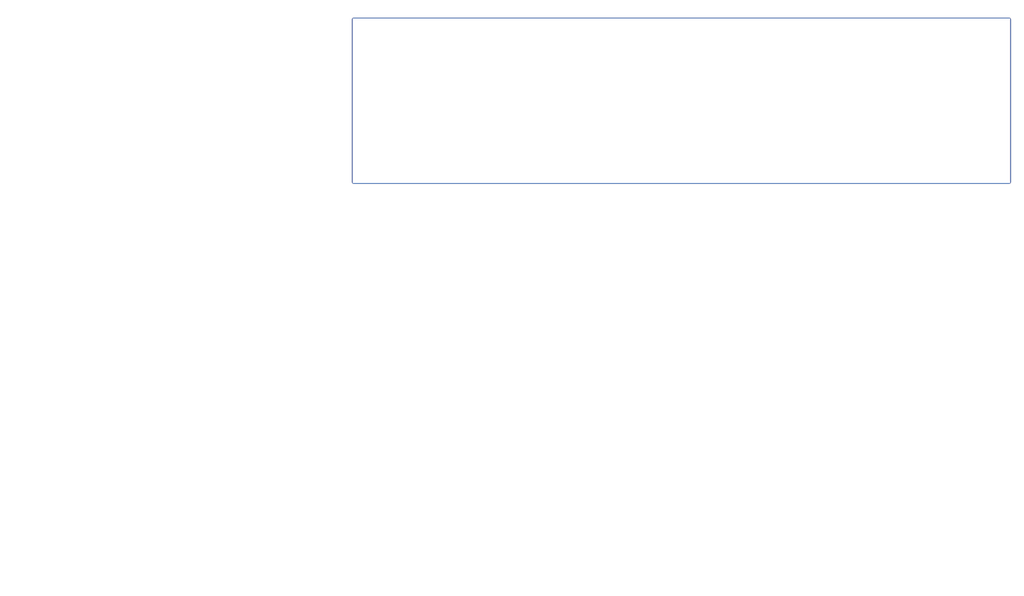
<source format=kicad_pcb>
(kicad_pcb (version 20221018) (generator pcbnew)

  (general
    (thickness 1.6)
  )

  (paper "A4")
  (layers
    (0 "F.Cu" signal)
    (31 "B.Cu" signal)
    (32 "B.Adhes" user "B.Adhesive")
    (33 "F.Adhes" user "F.Adhesive")
    (34 "B.Paste" user)
    (35 "F.Paste" user)
    (36 "B.SilkS" user "B.Silkscreen")
    (37 "F.SilkS" user "F.Silkscreen")
    (38 "B.Mask" user)
    (39 "F.Mask" user)
    (40 "Dwgs.User" user "User.Drawings")
    (41 "Cmts.User" user "User.Comments")
    (42 "Eco1.User" user "User.Eco1")
    (43 "Eco2.User" user "User.Eco2")
    (44 "Edge.Cuts" user)
    (45 "Margin" user)
    (46 "B.CrtYd" user "B.Courtyard")
    (47 "F.CrtYd" user "F.Courtyard")
    (48 "B.Fab" user)
    (49 "F.Fab" user)
    (50 "User.1" user)
    (51 "User.2" user)
    (52 "User.3" user)
    (53 "User.4" user)
    (54 "User.5" user)
    (55 "User.6" user)
    (56 "User.7" user)
    (57 "User.8" user)
    (58 "User.9" user)
  )

  (setup
    (stackup
      (layer "F.SilkS" (type "Top Silk Screen"))
      (layer "F.Paste" (type "Top Solder Paste"))
      (layer "F.Mask" (type "Top Solder Mask") (thickness 0.01))
      (layer "F.Cu" (type "copper") (thickness 0.035))
      (layer "dielectric 1" (type "core") (thickness 1.51) (material "FR4") (epsilon_r 4.5) (loss_tangent 0.02))
      (layer "B.Cu" (type "copper") (thickness 0.035))
      (layer "B.Mask" (type "Bottom Solder Mask") (thickness 0.01))
      (layer "B.Paste" (type "Bottom Solder Paste"))
      (layer "B.SilkS" (type "Bottom Silk Screen"))
      (copper_finish "None")
      (dielectric_constraints no)
    )
    (pad_to_mask_clearance 0)
    (pcbplotparams
      (layerselection 0x00010fc_ffffffff)
      (plot_on_all_layers_selection 0x0000000_00000000)
      (disableapertmacros false)
      (usegerberextensions true)
      (usegerberattributes false)
      (usegerberadvancedattributes false)
      (creategerberjobfile false)
      (dashed_line_dash_ratio 12.000000)
      (dashed_line_gap_ratio 3.000000)
      (svgprecision 4)
      (plotframeref false)
      (viasonmask false)
      (mode 1)
      (useauxorigin false)
      (hpglpennumber 1)
      (hpglpenspeed 20)
      (hpglpendiameter 15.000000)
      (dxfpolygonmode true)
      (dxfimperialunits true)
      (dxfusepcbnewfont true)
      (psnegative false)
      (psa4output false)
      (plotreference true)
      (plotvalue false)
      (plotinvisibletext false)
      (sketchpadsonfab false)
      (subtractmaskfromsilk true)
      (outputformat 1)
      (mirror false)
      (drillshape 0)
      (scaleselection 1)
      (outputdirectory "SYSMATT-WS2812-MATRIX-CARRIER-32X8-DIFFUSER/")
    )
  )

  (net 0 "")
  (net 1 "GND")

  (gr_rect (start 10.541 -89.4588) (end 330.3778 -9.5758)
    (stroke (width 0.15) (type solid)) (fill solid) (layer "B.Mask") (tstamp 8558de2f-6a2a-439f-90b1-711ddba5cebf))
  (gr_rect (start 10.541 -89.4588) (end 330.3778 -9.5758)
    (stroke (width 0.15) (type solid)) (fill solid) (layer "F.Mask") (tstamp fa0044f6-b080-414f-a7e7-b277dda025e8))
  (gr_line (start 10.5 -70) (end 330.5 -70)
    (stroke (width 0.15) (type default)) (layer "Cmts.User") (tstamp 65cada43-c8cc-4475-9170-f77ce44a51f2))
  (gr_rect (start 10.5 -89.5) (end 330.5 -9.5)
    (stroke (width 0.15) (type default)) (fill none) (layer "Cmts.User") (tstamp 8aa9df16-9690-422c-996e-b908018d2e91))
  (gr_arc (start 10 -89) (mid 10.292893 -89.707107) (end 11 -90)
    (stroke (width 0.1) (type default)) (layer "Edge.Cuts") (tstamp 01948e55-2da1-4d80-85ff-78988e2931e9))
  (gr_line (start 11 -9) (end 330 -9)
    (stroke (width 0.1) (type default)) (layer "Edge.Cuts") (tstamp 18ad200d-2399-4dbe-a534-ad75cdb2856d))
  (gr_arc (start 11 -9) (mid 10.292893 -9.292893) (end 10 -10)
    (stroke (width 0.1) (type default)) (layer "Edge.Cuts") (tstamp 1ac26018-765b-4a0f-8b11-68a3db97f1ce))
  (gr_line (start 331 -10) (end 331 -89)
    (stroke (width 0.1) (type default)) (layer "Edge.Cuts") (tstamp 1f310c0c-8cfa-4bbb-b3fe-91f3dbe75dff))
  (gr_arc (start 330 -90) (mid 330.707107 -89.707107) (end 331 -89)
    (stroke (width 0.1) (type default)) (layer "Edge.Cuts") (tstamp 982295da-eeae-4f41-9d9e-9c97b1b14dd7))
  (gr_arc (start 331 -10) (mid 330.707107 -9.292893) (end 330 -9)
    (stroke (width 0.1) (type default)) (layer "Edge.Cuts") (tstamp b6c6b91f-617c-454b-97df-3408fcaa7642))
  (gr_line (start 330 -90) (end 11 -90)
    (stroke (width 0.1) (type default)) (layer "Edge.Cuts") (tstamp b8eab0e1-69be-416b-b529-6a2d3c905458))
  (gr_line (start 10 -89) (end 10 -10)
    (stroke (width 0.1) (type default)) (layer "Edge.Cuts") (tstamp d34ae0be-a35c-4156-a22e-24b25186807b))
  (image (at -83.82 114.3) (layer "Cmts.User") (scale 3.14941)
    (data
      iVBORw0KGgoAAAANSUhEUgAAAkUAAAJFCAIAAABcHBSWAAAAA3NCSVQICAjb4U/gAAAgAElEQVR4
      nOy9W48syXEm+JmZe0RmXc7pm0SRK7YkSjOCrjuaAQQIwi6wetoL9m0wf3CfFti3wWAGAwnzMsLu
      rISFMIJEtUSKFDlks0n26T6nqjIzwt3M9sEjoqIyM/Jk1r1O14fT1ZlRUR4e7uZuVzcjd8cznggc
      MPgXF2c/+uznylHiceb6Tba//uEP/uIH//j9iy/pl94LJzNSrZJ+8d0f6Lf/4Rf+/h9/Q9uvB53Z
      6uS4/u0//MP//n/5309+518g1EZgAxyAg5GIHAgAP/RrvjNwoAywGSKDDGia9J2//+t/9+++8x/+
      w4sv33yoiFL9t4vF3715/Umz+G5avT49XsYgEr75K7/yP/+v/9u//jf/5hu/+qsAQADg7u5OBKLS
      PADufveMG6AMLLft53/2Z3/1H//9J//1/0Pgi1B9e9H+6INftt/+ffrd39WvfdRWaFbn7aufXvzk
      sw+qo3/167/5L3/1W++B65SOsn383vu/8d99RAAIIHdyBRxEIAGoTNfzXN0lwkN34BmHgsqaIICI
      QK5mbc7qbkRCTGCGkTllDarRtAKEhVyII0kUCf1W2K8uJzwvtLtBP6pOIMBhGsxFjQ0wcpATGzFA
      MGcngBwEZgcRd3vgxNw8z9i+GGR2uvrFAe/HkcuX3EIz3A2cwZlEhVzADBAIRCByIRcmYeZAxO7k
      XhojvrK26HmSDsaVuTr0ttHwP+Nxw93NnIDc6tHsSIhWywuznLRV6KJtq6PjbEQcT+cnkowWSz8/
      D82C2lVaNqpcHb2I8xM1AxSUvTCyfs0xIM/L71ZBAAMMBCbA4QpY8/pLWja0yvMwJ67Om7xoc8rG
      ShUHpnC+bM4uls4ssbK+qW7nJWJmKvzv2hum7/3vnYADCihgw/fOLAEFMqAAEXmT8eWbs88/O/vy
      Z6enL+r56ZfLduGwOoTTWim1aQXzSHVe+eK8JYovTl5o0+hykZYXOTXEnbHL2rYMoADyrEEfAIeP
      /o2osP/0FjINz0P9VEBETEjqmhTuMQQXtiCOps3ZCEbkYIDIQKqixqYvj2YnmiOI4KDAHEMIoG5N
      G4ioMzDS6Oczbg1ebINwU4JBs61WabEUAzk52JzM4SC4wzGbH1VMIMSqns2PqrrenJLiI6DB3Hhg
      fw67+Z0giLLt8fgLAIfT5TfiABFPTW5WzWrVxrmSGLMKicDZnVzAbuRKBBEWJjqq6yPVIDxzBzxl
      r4S4qi63X7qqFD7j7Shkt4X4+kt+5dsIz/bGpwR3qGpKablcKrFJ5dHMQcxW9jgGwd3UVU0zqbla
      zrlVM0Jqk6kRdUTwrmxWjx7d8iwaQW6bZrlYEAC3btMjGNzg5m5uKSViYubZbDabzTbbG2bwGW/H
      wFHGoI1vDuSEpklt2zTNYrlUBBBDBMzEAuIy7O7mpkwIQZgpiECVmesQYozu/ap6Fg+vjzKAV0aQ
      OiZGPpjutw0ubxUc2ra9m44+40YgQl2F+XwuIm1KTWrblFLOgwWlW3KmljNU3dQ0uxoRxRiPj45O
      Tk7q4+PndXb/IGa4I0QhCsIwoxKK4+ZeOJkbfLlctm3r7nVdn5ycnJ6ePnTHnzy2MzMa+E6vpLnD
      rV01bubuau5MHMSZwETChaUVAVGYqxCEKefUrFapaUXk+Pi4qp6jqW6C3oROW8SB/gv1jI18w96+
      RT979erV3/7t375582brA7cKjACqqtp6/fj4eHc7g7BZPsQYt95f1/XW+0Vk6/1T7Rx6far9qet3
      JzubmTk+/+JLdczm85aocVGiVWovVisr8QNE5LCsnhU5kyrBQ5DjanZyNHvx4kVd11Cbdr0862x3
      hF5sXK3gflTXBId1cXVqpm7qpjA1CyEcHx8fHR1N0eQzbg9OJRoqJV8uqG0XZ2cMqmLMJRhHpPwj
      FiIiIjOzrATEKohIEGGQuxFRCM/mrhtjbf+8GhQ60tK2B4SsT0Dbtp988smf/umf/tVf/dXWx03x
      ranrU/yvXC+7fyGU3feXtX3o/fv3c4oWD+VnpZ3Nfk61P8X/zGz4rbtbgaNJ+df+2T/7+je/ybGK
      EhGiAcvVqqxLIuo2yJQ8ZzZrFoskoiyplS9effEPf//3P04rfPDBK0eWyIhCEkokHTsYgQN6D00J
      Yt7s7fBeJTxh6/tOYeqGQ69PnTM59P5D2zkU5JRzJkEkn6Vcn5213/nH169esTsBKLoZ3NwVru7u
      HmMMIVxcXHznO9/54C/+4r0P3l81TTZFd38HmAMgOUwhsKwH3a9uW6/vOOdDIwxfB3l0DYV+puht
      E03TbL2ec97eT3UnFOZEgJhHA7sr3ASJHeScVVY5LvPp8vynn33mZvPZ0dIpZ1MCQqAgJFzsH+5u
      moW5jpGJ5vVsZrDl4stXX3zy5uzlrI7krjo/mjncCCVyHyByAsCBmC8HR1XLyi7931xHU+81NQ4p
      Jd+GbjT6ccbOGUQ/L/tf3y3fr/XE3SfaIebSjgNe9K/y5fNXn3/ta1/75scfv//++0McyOYSXd9k
      3f3LL7/87ne/+5d/+Zdb+zeFqfWvun39MPN48obPU+MytLPn/VPjPsXnCv/YxFT7UxioZK2fh9LH
      mE+M+dnHv/prf2L24qMPI4sVDzZTLkar8lw4TKFKKVPO7M6Aqy3Ozl+9/vJvfvD9z/8zPnf/klhD
      JRSFJDIHIRIQoacnrNHfwF/XltymnDF83vpeU/LHFO6a/03R51Q7U/M1yRedUkpOJpbrtv1F0C+u
      2tlPP//FwXkGMzeFZ3h2MzgRNU3zve99r03pb//u27OjeZtSqKK7k3dzMfAz8GF8lyf076l9c4qf
      7eD3tAFMr6+CNWLD23bbPftDADmMKHMXlyOGaE6ONrfKnsjctXI6cn7h8qGm0y9+UrWpOj7yJrVm
      xkwxcFVl5i5m391UIyEU1Qw+q+rzs7NP/uZvvvd3f5fOz47reDSfhRhKFL854AxH4WdgZy5BqlSm
      MudsZiKydRFN0efUfK1WKwCFQsrPguJCGssNXVTRxDwul8v9x3kHxn3Y47kEYoAIwxGIDmdnZ3/w
      B3/wP/3Jn/zBv/qXL16+LBc3Wdo6P6vruqqqMr5b+zflWpsa3ykM8sh4/gCklHbfj6tTPvXc2+JP
      h/LpzU4OgtjWm6f2x3FThQgKP3vvgw+JqKprCCfNZprds5sROYGJyEHmpMqmbPbR++9/KHIi1eLi
      /Oeff/H9z3/27Vc/+96iyfMqSyUcI4daRIRYnJi6QNmNLabMy9pLEVHRdzc52dR7lfW2ian5mmrn
      UH4z1f4U/Uy1P0U/U/vvrJqllNSSN6t5an/t5OS3jk6/ke2X3vuIB/GTYHCFG0FEQgg55x//+Mc/
      /vTT6q//K5jalI5PT4BOPxvzM5uInJvqfxW2y3NT8v4UP9tBtwMBjKlihzyxtsmWr1PzNbWOtup/
      BEQWAzKTEQjEjqhgdwqsZJmU3GdE74X6ozj/JaZ/PucPZ9VMgiF10VMhUAhODICJYA4zBoTBhGa5
      QqxXy+W3v/3t//hv/+1Pf/iD91+cfPThB0mTww3unYeOyAAgaTvmZ9rjxYsX2La+DvWnrFary+2i
      52oAFovF1nG+rXU0tW8XuhqeWP58h35m3VnYjp8V3RbAxXKxvLj41rd+7bd+67cKP9tLPysYjHK7
      habx10PX+ZTdb8ouMXV9qp1JeflA+aKQ3Vub3f0gIjK7DCxc+9XWPxeRtm3rum6axt2rqloulw46
      Pj5+77331FyIZ/OjL5MuVs0qpUXTxBfHzMxEUeRssVi8efOLQdL5auFezY7qWNWxatvUtikQXIKH
      GDhGiVFIGGADYP0rl58FRDS1fgo/KOuTmQcyHeh+GLHdcvdt6U/D/dcT8wdMrdvdesbac909NYmZ
      zTNSyiml1Urmx7/w/nu1CGtm4hACCK2mZCpVNPeyxTNzm1K6yCQsIZydnQ36WbcqzQH4gWZRocPs
      RYWfbZLuofJZuX+NGHa0sw82F+ZYoiIicoDUCYlhhcs6mYLheZVdkKFRyLM2i8/l6MU3v/aLH733
      /olQ07bZDCKIoTo+SmbqFqtKVZeLhTCdzo9ndc1EwnxyfPw6hIvz88X5BTHnnH/y2WfEcHLrwloZ
      BnZy9zY3gG+OZ9ETNuX1Q/lZ4SubetiUvHIodiyo8eQOn3fL6xsgCdVyuXTV+WxWRWlXK805isyr
      lxdnb0xzjKH3okENa81v4WfjURh3dIqZXXvL2Irbbe3muB4zKzcPxDoM4CCr7slW10hEQgghEDMx
      FZu8lbOiDhCDOomf3EiVspJZsTcKADfvdX8AVixXDndXNbiTmwNWUlTsbZcofLr8LPLXeE+5IyJ5
      KiCikf/aBeD+J7tzfyC0i9cn2MjCckkzxd5bvtrIz1SG9Jb8fFN8peh/W0WxrdhHXrkLYhj7Iy5/
      lqBFIAmKK4udzMDu5gaDsalBNFNqkROpineMx9yNyJiN2Zl96LkbAUwgciIQ3LKmNrVNm1LSnJNy
      CfYZ7I3kHT8bj8DaVtA0zSYzw/SALxaLrdfXxKlh/R7IVyYx1Z+1OR3UgAP1ByJCXddQJXi7ajzn
      SAhMzFwJz6tq1iswBGz6jsOOcLZNzWyTsV2bNG+Lph9ko9zBkHbzqk063rH+x7ykfAghVFUVY2QR
      J87uyUzds5kPKwElvjFDldUCMXdboRXLhpeMciNDkLnBDaYOd8gaPyv92bEexq88fBjuX6OWQ/Xj
      HQ+9t3v2uX/HbJZdCgC5l4QRAnAJE++D9R19pN3V4RnIwIrdb8TPuvPUB5K/T/zBlN5ZNuH9+dkU
      mPlOWdpgNx73UECm6kAS0qv8zOEkZKwEzykhZeTE7oGYHGau7kpkzCUexJmdyF3djIEgHISDEINc
      rW2aZrVqmyalpIFLJLmiM55d4WfspYNrO0Dhx2tGe5r2n01h0OeGxbtVG7k29hdo1ixbe0JVgwgI
      2jTQfHI0f+/0tK5im9LJfH5U17MY4cg5cwx7xYOMgavDMd7g1j7sybffirvmc9dekGvvu6Ofm0xr
      x2+n2hn7Ucte4O4xxtlsVte1hJAI5p5M26xZDcwkwsxuClUvwfrmgZnNyKFqOWdN2cxJWEScmcsp
      US+vY+YO4v3fFBv7+NZt8S74yp79uTYOpZ9N+bT/BYAu2SYTmCDUiQxFCzAzMx38Z4MeMF6APsTj
      +GhSupYPo+cd9Lb9faWLP9zTtDDZzh3r69tbdrCZA0ZkvV/GrHB1LwYFh1nOMAgQCYGI4G6m5sqg
      IFQFxAgRc/esbkZwIRJhEQ4ibtaumuVymVIyM0NJTNdbPIrZxMms6EmXist46x/40Jif4XD/cWln
      beWO9+27w+YjDt9sPecEN3aH64uTo9/89V//1q98PJvVP/zhD+ujo0BEboAxAd6n3hlhl71xNz/b
      +gIHdPyB9LND77+e/2xN+Bo8Uvt3pvxqiCos7K2qqtl8Xs3qEEMCqVtWy6at6qBzwVxzKvH61Dmu
      iQA3z21OqRNjRYJLIDCBmBhu3pu/6KqLZTdRjn+7m0O/9ZVvBfewbq8FZ4BBAmKQMHGfqs7dBmZW
      WMF4GzK3sgN2F/2mL3gon97H17tPO1NbxzXW4/7XCRARL/sfw0HsxETsrpqJAOoECwEqplmMUYRV
      zSyrugQXpiAUA/ooTTclQhCOQWIIMQSop7ZtV80oZo0Mly/mABNRWYZuwOUyGXaJQ+Of3xrftDaw
      h8bBTWFqvrZev4aKxgTTzPA6yNc++uj3f+e3/+D3f+9oPvvzP//zRdOQq2smtxDYQFkzyxUWdrB+
      ttb7u5Ozbnj/Xdi1Duqb7+c/20EfwxQM/KzoZ1VVswQyV7OsmrJmVcil3d3NNCfPGabCJE5MVCKD
      c1YD+oS2QO/jGds4yq/WGPDudx8z7N1EfFvztc9c7NPmrctDV01z5HAiIhChJJoAEwTU6WfuZqZd
      wOKV4PvxAhzzsxviGu97K0tpagO5LYz1kuEDAewocb+dftYJfd1SYWY2JYcAlci8qgJLCTo0MyOQ
      CMfIMZCw9ZGlTCTCIUgQCSKetG3btm01KwPMbA5y79M2MTnDiYmpj68Zi7mlw9eLf97EQ8lza3Ry
      bQN1jFHbVojqKs5n1fHR7PTkaF5V0AzN7MbUi93wnHNc42e+LeoRe5sZt77MZjs3v/7gWF8qO993
      yjizlaVNtTPmZ+VzCKGu6xijiLipO8xd3bIphXAZBJyz5eymMBNmKuYVNc1ZVb1nkEZGICuSqzv6
      n1Mulq0Yy4ljIp4imNuyS09h61OuZ8q/CS470HlLAHTHoaREE7hTN9wdDECfZPjKoLlfygrjR1y9
      c18cys9si3P0JtiTHg7Fpp2g++Q9TReyHlK3j51VhfMxxSDCpL1m7CAIswSWQEROKEHwDC/WfREC
      oDk3TdM0jeXMgsIv4Ze9Gq4QFRPkFWa220I+df1Qfeutcbl7Ysd8jSXaa7fPBIUzs5m++vxn3/n7
      T4JpEP7+9/5xdnxcRUFdDfwsyPrpy3WX2j462eZrXLv3d4f71NsO/cN9/GdjSWJsTBcRYWEwoCXp
      n5pZObVJffksczJn9WAIZAEAucITkNwVAMiymhMzlJzIu5iRsnnC9h+lYZ2s7XqHyuO3q5/dXKs4
      lH6mnugEIwRAQMEpOImhT65PWtI4EhmNxM4+6Xs3G4UGrnaAxk/e+6UIcNqu5G1/X4Kb+yH8bIc9
      8O6Us60og2bWhY+WISUnt3LI0gnUyREGAAEuBCZkIINa4pZEuWKKpR5nCVckdAZDAQuEzNySplZz
      gmd3BvqckA50yXONUDKFb9EByodxHMfauG19u6lzk2M+t799ZX+8VQpf09IOfW7KZuZgT6vms9ev
      /iY3b37+Kdw//cln3/j4V0IVwMVlTAYKoVrTx7bYG3POOee3ytF7Sm03kcdvsiXdrrw/xkG9Gg/X
      1hGbak1Vq6oqEYkhBHdX1ZOTk1/48BeChGI85BAN9ub8DRHV89rdA4uAVm8udNEcSV3bilaLOAsQ
      Oc/Nl6lZAAYilsDcGb86xzWRs8OJ+aAQg91Owc1X3jS0jjnfjtve+twd18cGhj3bmXyLCfV1EMkL
      fyk3GSETiFg1S9NWTi/j7ERmlFzdSQTMTU6L3GY3J8qmYMpuSXPS7N3BPuZxJzsut6Wfb0XhituP
      rE34n4o5enj06PaJ8cf2PdTHevyVPh2yTgm2975BRaViAYHYAjvg4ohE5JTNYWARWGuKOePl0bxm
      Wq2WTqJ13XBoZyc6f8HVsVuILG1Os0pe5RVp+uD990/nLyi5cJ5HOnv9+U8/+xEEJydHZtk0d4qD
      A1AH98feN9XsbqB2n7PcXBfTdsgxy7y82t9/c2l++/hv7c/hdjtuk9Zhltplvlh844Ojf/E7//xX
      f/kbF8sF2I5Pj+J8BuakhhC0DxW+ys8mDI5rosTk2z1W3JYedovY39g43I+RsZGIQp//FOhivdXM
      ulCO8ifWK2dg9QAKcHFXN4W38ESwkhfNnQaZFYPojtug+LdjSlQ/dIgeAIea9+AGD3ByBFAwBC+Z
      xYq20JWa1E4hK1nDvdfPANxq9Sw/7Px1TxyPBlPekR1/MZYd0R2uvDKk3lWyFbiQE0EJmbglbzko
      x8ARJOTE7m4ZbkwQYgELmN1ck+bWTHsFu3OcdvUTqNOIuw/3opp2r7sdN1lWd9t7B+rZnFSF+b0P
      XvzOb//G//jHf/R7v/2bSfP/8X/+X0ujZbOCaQh1Bm/tzVsSQj8gJ9tqv3rq2H+/HiIshmB9EekO
      n42OdqlqNvMh76K7m5qqq7GD3Ll/3GX+Gzwwq9hzKq/H0h4VnVDvM+u+eh+1X+qhuXtX86wwsL04
      1z1b7d4NbEpqvb2kozFhBJbA0vvJ3EFExEGIeUj6XA5XVMLF08YEIso5N00zJITDY5bG7h0HUSkB
      VYxNaqF5dnr84YcffP3rX//444+J5eXL99KbC01ZU2apCeBr8LO1bt3bErpdF/Sjwp4srfCzkkHK
      zFQ1xjifz+u65hAAOEjdk2pWBYiYUQ7U5FwiG9ldCMwEKpH9mlW1+Ao2ktje2yi/Ve8fD8st0ttD
      SmYAOZiIAaHegJg765n3lc8M7m+j9mdmdhdggBlBRESYu8xvTihlYiSUizB4zsnMooQqxkAcWMit
      abrDZ+iW7e1EXnw1YapuqprPz8++//3v/5f/8v+++vlPieXTTz+1UMdYCbPDCMwg69yTl9jFz8Yh
      CbjuEjr0r/bxLT1FbOVeOwanhCAO/KxkiK5n83o2FwkOMoe6NSklVQVE2NEFMVpK0MymUvIyEMw9
      a845a29U7+rLlGf1P+9zj9y6Nb+D4q13ZS8G5UyYurCskmzMTcux3mKj2iNeY581NXnPLcXdPOEJ
      oit2y6JDC3FgiSESi7trCZsi4iAsQswGL+YQV61mszpWgUWYybxt24uLi7ZtUei2nBF8HufrwHNq
      hUWqarE4++ST7zRnr//mrz/I7v/ts5/98rd+4+joCDHmtg0VG3gzxHOSn92zQraJG8bJPEI6OMg5
      xMyqWuyNQ1RIp5+JOMiB3Oln1vnZiMyUcnZNpDm4heKnJRT9TFWL6HipAA3r+n7n+e78Z49NcSEH
      3MjBBEYXnFWSsnifQtMcCnjJI/E2uWJrjNwzJrHhchsHZhSUAtSRJUggETdTqBX9TEIRQAqDM81u
      VkmoQwhEgQhA27alqnhp9nHR30PjUD5tZnWQKtSqSyGVGFgCclqumqyG8fkKmG8Ykg+zNz4I3qUV
      ez3/WanRd8V/RgRiM0tqycyJWKQc1ISpJ6WsrCZmFErKW1ezbFp81g84pPvbG9ciHp8iCIAbgQlO
      DuGSHIT74n/uDnOUiHEF/JDDs4+Ncz9O7PBJdv4zBzsCsTCHoopZyQ1NXvLnSx++A2hWuEfmWiQS
      B2IGUkqr1WpIDvI8KzcBlQRHmuq6/tY3v/4//NEffuvXfmW5aujP/pPMjy6WSwChqgC4m4OYrihp
      b+dnDyIPPvvPcHVD9/6QikggYgcZYA4tG2KfqwpuMGdTMYtmAeBy5KYkUu0P2wjdsz728Hio3Z86
      nasUcyqaGfrIUjhgcHU3kKE7hbYDz/6zW0aZEQKDuET4MxupdikfiaXU3yS3TqGGGRMF4iFYvLi3
      cUsHlr/qIG/btm0uZiezX/744z/64z/+/d/73cVy9YPPPv/hT356cbH0pFQJAFd1EMLb+FmJ/Nlq
      b9yTu+xj6999LuHm6/Yx2yen3m7NxFrXdUppiNc/PT09Pj6uZ7Osxu4cQtssV01jRLGetSlXdRWI
      2rZtFwtummAa0SWhSJoXq+UqtQQQKOUcjuaZ2K4+cYd0eesb6J7+s9t67q3Mr/tB4e79c91dTUAx
      SBVCYAacmWCmpinnpNqaWRUh4g5VzTkP1ubiST30dSbX14H9n8JUPb8d+YgPcgEON1xDtL38284h
      CfJycM3dYWbk5ERBgqk1y2bueHF6enp84mZZdZnSsk05VHE2i/M5iaSsxMVS0jarZWCZVTW757ad
      H88vLi5+9KMfAZgfHS2XSyHMZ7NmteqdpF06kLf2eWvowFCJac94b+9Fpd4st4atF/eH+6ge3trP
      8da9OX1r672PL8XabQUhxljVTUqffvazevbdL75884//9IMwPyGJZi7qYEjYwrz2tTe+83gogXdP
      lbdsbZ1+xuKlDDVQ6sUYgGLCKlFyZmwa3EJZw0Q2igsnJpRCx/16e8ZdoYj/fUiIAF2QN+B9Hr+S
      HKT8c+KDGebD4SBn56HxLPeA7jQFocSdChF1JwJLemgqCTe9O5YtnpOZBZFZFesQIrMQwb0PyeqP
      218OyOWe/tYXntrc9/m88/32uXgAxsnKt/ZhzORw+FyHGA3O2Rar1ff+6Qf/+f/+fz75h++8Prv4
      8U9+9gvfmFX1XKoZurHd0vI7y89uSz+7Bz1v674wDist10MIdT2rqppZssMc2SyZJVULgYbEA5pJ
      M6tGdylxku4lWL87TdvrYUMUlpcsPV1W4ofkcDePB3lUKM4bcjBA5fQFdUNevGf9ifgic7A/Ne/L
      Defr/mfZ+wCRzuxhToAQgkhgERZzV6Cr3cNEQcBkAAfRpaqqsMzr2SzGSCSAq3XBIJ1PFNhdNOeg
      81jTVTEfip+t4a3mt4P2z45HMTvTsmn/6Yc/evPmbFbPVm1qFC8++kZVH4Gkd4oa3Nfe5p3lZ4fi
      YWXGzX1hTT1n5qqquvhGZneUMp5NytkdxOX8mamWYp5sFoBIIILBs6qadvoZEUbURmOWVtjnAwzA
      Jd6leBB0LM1hzkRCFJiZgE45s65gDKCOop/d41HA28GhLG2NsB+E3IaTKu7OoCAcJUQJQSQjlXQt
      hYexiAuXctQliX4QmVdVFGaHgHJOZ2dny+WyWFBMdc0+PChne1LybvvqmnFv68vdpc3lshjp2s+t
      3b7G4m3altyDk4SYNb368g1wltS5mhsJx2poGyBVlbf6z54WHnr7XcdNHH5bOdnwq3KeuqpqIlZz
      Nc9qaqbmLIFKFJbBzVwzmYlbECKiEtmYVYuJcc1yvf64B+Ifm8EvD9KNtf5s4tD6mf1YO7kHpiDM
      AMr5aQzlEdyKIvfQb70/ts7RYFTYxKH+s1sHXQ3cH9zSBASWGEIVgrC0nhWuAJjBTEEgXDLrt22b
      U6qEqyoyEcyFuG2Xr1+/XiwWhZ95l9Dn0sk0MLMbmhyHZbvbf3bX/Gzr7rT1PlyLn1lJ+AaSWNez
      mZvmrCEQV3OpZtmRHUJ9KZ6N9p88P7stHBq3crvP3REHUVbdoJ+FEACyDp7V3CFBUFL1uJlmVyM3
      AQIRE+WSFkvVhjpnpUQkLu2Nd/qO++Mdszeii290dEWzRJjLVtibG7vkIA7ykuHl6Tg0n4T/rLAR
      mtjjvT8SEyUEFhHx7Np7mjkEDsGYHciqKbXuXoVYxcgAzIJwumhfvyEMqIcAACAASURBVH59cXHR
      8TNmETEtT7s1/9njsTdu1oeacpgNG9dB7YfiOtEWDI4RqmqJwFU951Al9ZTBVXkTYglrr/PO8rPb
      WjP34D/D9NYwDhMKIVRV1aXesS4PsZqDWUIsR5fc3U3dlMy4MyG6w7OqeSk0j7X23ybu3TfeMZbW
      6SXmBHAfr9jbG3tm1rM0MBfd4KngGpO1Jtff5xSPNbTxc4U5hlCkjRI2ZQOjE3FhInKYmjFTLaEK
      kRyBuK6q1017fn6+Wq3G/MxNxyt3bG98q7yyZrhbW5jDb6frn91tfKOZ0gZwNb5xKE97DZh7DAEu
      bW4ZILg6kUg2qLna1TzdG+/yzvKzQ/FQ+tkUhg1iqFxMwhyDdexMYUZmZAaAmL0QqlsJbiRThjGJ
      gLOTO2XrU7kzGZP3BU7YvUsEXsKGJgbiQcbh3WBpZdUxwHCBlwF3gxMbYE7lkDvoTi1Fd4Wbh4Rs
      vX5b8+6XqhEBbFTKhYPKRLiKWyipW0r5JBDAmThJ0BCjRFBwCJtHJwfPQqxEmIiJogTXnFYry0kA
      YfZug6dRoMLtvMia0rZPvZgJfnajXpTnlg4U4Wy4UhSycsCgsLRrcLXUNlUMDqSs5BZYiDnEatk2
      qkrwUl5k6jVumZ/tNqrugyk6nmpw93rY7M9U+7e2fg7sJ4a4xNGtAFRVRGJVJc1vLs5PX5y+99GH
      YV4lMfWmivURsy6XyDlGSdY2rb2oj4Lw+XKpi0XFqCt2y6yM5Dl7a2iIW+EcgjEZDACbM5jBAIHE
      AZDdaYTj5jisjfxuf/gd9WfzofvM41YH0pVmAScW8+gu5DWjJkSCgGKsl21qMlbZshoIQ63IcWuD
      zDs1GuNzYPv0/1D/6EGzsGPVr/G8Q/W5y5Y3Umnv6KeTe+h+S+gKuRg7ubtrDY+mwVDDj2aRIi3a
      FUOWq3Rubi9e0AcfreojuDCipCwr1fPFi5fvvTw9TU0yrqpQrS4uPv/s05kI3HPbhhBSykECkdGg
      KxHKSQAAPKFXjelw/C7lBGphHiKDxXqSn4Vtp7IAlHRcm2NV9LxNy+Ew7APK1xC6+8fKGUqe2L6I
      h/ZBMeXK2kO3z1Q3vz4Los2KCVVVE7wckLWcUkrHR7WllbarOswAuNpQ9+Dy9be+/DNuHZOrlwm4
      WmXKL+8nJmhRzkRikCoqucLYHaYwNc0lTK6LYTVlM3cTN3JnAjvISdWzIYMysRJ5OaEJJzjDaL2w
      yTNuB914cqkRAwGEwMW+SFJOEJbIRus4ma9v32/Dbr/LZJeeGi759MQN26MSgCK3wamE2zjcyclN
      3B1GpgJEgjBIyJksQ50Sc5LoIYQQmITBpM7ZglPF3CctEzhy06TVKqeWiVzEmU0tm4/7UOqtdScL
      bfsbTJn9y5WBKxSP1A5RYMy3xpjiK6UsADZY6dCfMTNba2dsbBz42cDVpg4t7AZ5b02ksqkN/QFg
      BCO3yx3yaowP3gF+9lTsUZN6YZGzbEQ0XQHiS8GcmYvzrK7rzjLlnlVTzlm1pG8kInK4mmmXTLVY
      /cFk7uOan0S0T5HfB8E9K2fYjwfs/sPxTkSjA0P9hFopI1nS6nO//kqBGEWfR4lK/n0CbbHSHDoa
      O+5/QvEmBevvMvFm07unD//rC6V6r/m6uxNQ1ldXywIwIjATC0kg7pI3aso5JSbUsaokBJYg4uYX
      FxeLxaJt2yrGYTdXs8sihbhSFnxKZhwXNdyUaYaWB2Z2sB1ohPGQTun3hT8NDa51aWBjW+8fc8FD
      40F2d3v8xK14dPzs2obKR44ddk6/GpQx/Bxs0FTUsxjrugYIXo6UWZtz0mwAEQkz3C2rpQy9TOgO
      YCh+dtXas96Thx33a/OVB+nADr5La2dg3eEQZilFjYf4RoED5sjuWqR2KrGQl5vCzfnrtvv2b/Ih
      sXVggcn+T+2bfTUyAi6PXTJRz9RAgJTD1CJElEqdaWYKQiEwM4i9RAjnFIRndRWDxBACiamen59f
      XFy4KmIc+qkjJjE4RS/1jon+DzwAI662xsCKKQ/T/HsqTmQzLrF8KNc3R7tcX2Nj3scrFuIck2jJ
      kHJ32OSgWy3nj46fvavYc28qdn6gI/8xWccYY4xM5MQKUvc2a5tVRSKziJBDU7aU2LRUNysamsGz
      lWIx68fp17BeHe8hsO++fCCm2tlqZsH0fI2vbrLAdS0NMO+ytEeiyCIgdgAokY3lqFP2MmFEvVP9
      oLd+cFHgTrE2QYfzs/IHxd5Yxr7EQhmDCGAgiIQQhNhByT2BXIRC4BA4SBH9TLOmdCRyPJtVIpE5
      MufUlsPU6APNqfd1TelnvJOf4aogu/W9dtPGFAGM2xnfM+VvG/O5sYi2xi83+dndmVj2afCZn90T
      Ju0DxZ6+5jMDhDqrNJkVe0iMsYpViQlWYutKQRo4cBCUvBOqnhVq7BAmQmdvVDN1M/Re1w3Z/5Eo
      xfdvb7z2Q9e4yJS9Ee7kLkBgDsSBqBxHA7qyZ9mtyxYIAnGxgmHviIkpZjb1t0/L3jhmZrv1s+l9
      vOy/V/gZg9yU1RgQgpTKnIC7t2aJoCwIgULJlYrOr2laRTmq68AsRAzktj1782a1WgGIMcI6k2BR
      9Uadu/w5JTGO7x90oB0jM8W/p/S24f41ah8/d/zEtaeP7Ypv7c9UmzcBjbDjtifPzybX7SOzW071
      x/qatpfT5QAgEgBICA6EEAo/m9UzIXEWEFs5KA1HJzQRzKDqOZOaOATEBAcUnk1zT+kl6oBQcjiO
      cv88tGT/sMzstlq4Ym90J/cSCRKIIpGAiphR8t7m7h+sjP9V/ex6Wlr5MLnfab7WWz4Y1gxNh/Lj
      fliu2BvJiVnYrRwGFGYhJoeZJ0ciUmHESCH0EXRebI5hVtVVjMyBKTg0pbM3Z03TlDWYcuvuUcKg
      bO2PqXPKQ1m1q68zaVcs929ibDMcOR3WGc/mbVPtrOGu1+ye7T86fvZQ43XXmNTPhoDeHmXplmoI
      LGLuJU63cDXmcvSFfMiaSiDu4kHInNRIjc272APGZdxBHz28tic8Bs7/4PN7kNVuT9bLBEOvnzmC
      I6BEnMIBIyi5UZlHdnQyxtbHHbo/Tu136anxM4yY2Q7hfDoF8MjuV8I/4O7erSIiJu+K0gHmngmJ
      WUWM2ct5Mia3EgmMQFzS6os7u1vOzWpZQgSJqDi3AgvGjOGq/2xqFtfse8OLD9fX6HMfu+IYY//W
      VlLfFKHGn8e3rZFi+TqmtzvSJa6jnxXrbZmYwem3T0dvUa886P67fu7UOrni87/BdjzISsOLdPqZ
      W865mtVN215cXMxms/fee8/dZ7P5atlk8jani9USwvOTYzMzOMzSqtEmnYRYx8xqYICkadtV05Q1
      DCqHSEIJuut9zd2xgd5lfYfYZ6AeRLeeovOxxIre/7FnDx0eQkjn52o+f3l0Mj9ig7sVp0Wredk2
      y5yMiCQ4c1bLOZeQs3LSaC1MYCvWTcfuRDQVt/1Q9oxdKeenr2+qqodaEVQz0EV+OxiAk7Mbm6Zm
      WSV7P/LRbB4lWNZElkArh4UQj4+qo7kyZdVA1Dar5cXFi699+MHLl7lpaBbmdfX5Zz959epV27an
      L160bVvMjDlnjBPXHcLPNrHVjufuQ5z9Gg7lc1M72O59b7OFQ6Pz99kHxgxs05toqpuH+bbrZwdp
      mu8GHvPbUV/8rGTWh5MR+qoWZNSdMSV3VmOzIjwywETuJfdtKYzW5bsaXpVG2trjff+7xF3PO5W5
      cA+g8o8dRF28foYrlVLIJR/xFvn3Le1/9ZbqoRhYYFGLyzdhBoiBwFKC74U5gTIoMysLl8Nk/WZq
      OQdCEBZA3AVgh6bUNs0Q8v4YLEhf8anfXp8aO32DD4LH0If7xJohuwQ3ikiJ7AZIzZNZOWhm7kRM
      5tAuCZaAGEYOKxEHZmqG3j3n7kMcZZFd35nBvV06WVPOrgGCMyEQB+IIDsRsBriBSnCjAhmufSDe
      ELBzw+c+o2BNnyOgxOiXHBuBNIZQV1UVohC7WQvPwh4DVRExGGDuApjmGGQWYyAWILJAdbVYXJyf
      lxQeBHCJKC6GkCeCd4zA1vnZmgF3c13d1vs/1Dg+Ff/cOHi3JNev6zqEaOYAHEim2c2oy3oQALhD
      lUpwIyBEgKt5qRdTqnm+1QD9VcM+dHh9ZuaAu4ACUWQp8fqlqLG5ZbPsluFWVLTeLDZ+7iBcvvVc
      6t4m0IfB46G6LvrJvNQNDxJiCKEcd1FtzTKzx0AxghlMZmbuObVVkKO6DkTsqESQ9eLN2ZvXb3JK
      VVW5+9YTUY8cT2U/3BNb+NmayfKeRcV3TF64Ntb0s8LPYozFTm3oS8AQqNPPADfXLlg/EDOcCQmW
      TVPOxR1M08lyRvl4tkzBY6Pve6OTNfo/6KnuXSYyYS4nlspuSICVOgjw7KZAJ5dsG+OD3vTSC/vI
      5msKD9JPQikTaACEOUgILG6WsiZzFeZYcVVTCE4lCN/atq1CnM/qKCzqQdibfH52dn5+jquHi92d
      mC8zVK3Z85/IvEzhoeIk9sR2e+P+YSDvDB7bO07oZ8HMAAZQQvB9TBnmRR0rnjN2AG6mWTWblojw
      S0nlia+r28Ju+fQ27I2Fn5UiyByIyZUALZlb3azkvupqbq2fp74GM1uLVHrGVnTxBQQRqXpLvqom
      MyVCCBwDB/F+Dea2PQ4yr2shYngUMW3Oz86WiwsAIqLuw875gJvJoY9+x+hku342fH08dvzb0ouf
      in69Ju4N/jNNDiagK07dRRy7U7/w3EoakC4c2czVTXtxsZtf96HO4TuGW5zf2yB+JzgTMUiIL/Nd
      OUpI6lBta2sNjDENHNTnHVvqVEN3Tf+PbX2VhVCOwXSZd1I29+xmBArCMRRjRhlMVY211FVkJiYI
      s7ktF4sSRyoi3keFPPhWeRAeKt71jnBAfGPBXfOVrxyuDgP1KancjEiGURIJLCWbnOMyjgBaTs4Q
      CM6m5Z94KXBWipCwG6lDAes3Te72z+6m0g/2idTf7zSuT4c9va8fcvDL31P3wUtprSGjpoPUKYMy
      WIkVrsSlZsxUPPr+S3LXG9FhsT9d0N7jIYsD+3/5d4NkApQGmBCIomPGoZIQJMBcJbTqiUVFXASB
      jdyK/mzKCIGDEBERM7lbSk051yXMOpyOG9Vbcowo4x5OwxyOd5yfMXOMFRH3yXrK5fH5u9t58F2P
      41o7j008HDBO10iXxnYwk1NXv7iK1ezoqK5nLOFidVa9977mfJEaFVGnrBpDcM2kidoVp0Ys1zFG
      EJuRe0pYtpoBZQKMzCuWvowGObpKGuxKfaJ3bGgntzWAa/lP39rs9apO7MaYNvY8BzP643Jp5BQp
      8kefGpMIozSZBIOr13Wog0CzASKcsyNUZ2fnXy7S0lljCPOjVFfnzapNiXvL1eCV2REM4uPASOoO
      GPb92HiR8nPrCtt6kQDAcIUStozJ+C+m1vXWq2+DX/2wq/9b/7wk3nFwIXRyJzcC3KIwcq4pfHT8
      4oPjl0yx8WyzeeOcYi0np5hVi9ygjrHiL3/+M0vpg1/6pePZEZQqiZrT569+9uXrV5///GfHxyer
      xXLICRJiNDMe1Wmj0c8p3O4GNWVaGML9hsftc+5td8vX2x82Hb2DNDC+ONxmI5RfbG12q35GI+Fy
      vRsHdfoZ10K3eDtbB9AdPpMyWe59Hlslsj6pBMGhvX4G51LxCewlgJ/YYC4EAqMks4N3Se1QFj4V
      o2Wp7fmMneiY2bjyaVmHoxNO5SuhU8sCUynX6SU5CEjBmTg7lFiJjbCjjs+k/fCQufJDmEH5g+Jz
      HfashxXbD+5/B+pzsriiizrVnMUh7pyV1C1bMl+ZZZYsIQYxZiupNt3cshDPYpzFSnpm0DSri4tz
      WMlTtj4NT2WjvDkfvS2q8IkMWwfh1orTPON2MbbFi0gJbvQ+kqrIKQMZlZhFNyvWj3LKrJi5SnTW
      Xh7qO61LfRWPxy97x3CYCRCYhEh6od0JSTWbqbt1lwZF6zFif3368WG7dqSqg9jo7mqaNKecDU7M
      EiIzd8q2mmcVwtF8Nqsr5q525WKx+OKLL4ZlOCzYW9mX7wib644m8Namxvfc5H33Dzzc5ymPLn/j
      FJ5KHMftoiyPGON8Pq+qquhq5lBVVTUzDPH3jpxTzsndhLgzRDFnzerdmvOBfK+6Ibw3dN7nUK4F
      O7yT80gA3AQUWKKEoVaIg7JpMi15NbvZ8UfN3R+PlnYQyLsfPcUXSvcSBhyYgwgRWSmQa5ohFEKo
      qt4cAjfLbSLHUT2rQmRQFAF8sVi8fv1aVUkujcOPdmTGXHb8+VC/z9qavfb7rgkB+y//3Xc+GX52
      KJ66n5NK6TKzws+Ojo6qqgIIxCDKalnN+6z85U9UNadE7kIoa5SIUs7JVN0GZnb5iCvPuycTybXp
      +ImCzAWoJUSWUJK4A07UmiX35J4JXQXrYoV86A6vYeue9VRmjUZSmpdB7n00QhBgFqs6ViEEcJdD
      LrtzjKGqSuSHm7uqpjYQ1SEGYnavgsB8sVgsFgtVDRLW+Nk18uvfA3zjnByuux9uCjfX22+vRHHv
      JKrB83f5fdv9z/bGR4qx+SKEUPQzAMRclpiq9YTUqWiasqYEdyEm91Ih0vpg/SFyoaOMy3iGURTK
      fW1TXxF7IznYLACRuSr8DABKehdLbqmUPujSNu4aDZ/AfbzF0zU2lrRuQ1BjT+/kTu4RqEIsh88c
      yNTV7qEQpaqIGWVBmGrbzqt6FisppX9YcmrPz89Xq1WROAdJ8ZHT89ZojuvR1ZgqbsXe+Nbn7vOU
      J8PPHnA9Pwioz1rt7oP/DEA5bVZqIHQMrcQngspV9i5wmNyZkFXLod2B900NmY8Z293jq8DSCE6m
      AV6BKmYBStywE7Jbcs/kyuiSN7pPRW09OJ4wS7sMIR5ou4t+ElBgDiwgMkIuxWIAF+YYSQTFp2zu
      Ob84OjqKVQCEiInapjk/P2+axrfxs0c4SuNVtvb5oH31/t1mOzqwiXfW3vguYUiuX46nOaikSe33
      Pyr/mVmJthKAUeIY+8z6pWLkbnZ1XybHTbzV2vBEQQCZCXEo9c+o8+QYKMETeSaU/Pp9VPIj5Wd4
      wv6zUag29XkE4K5lpXRkp+YKFPOvingQZ3YA5mQGteO6noUgIHZjUGrTarncWrTlqQyOb5QD2xO3
      RQB3seq38LPCn/c5J3RtHotpPj/Vzlvzse7o231in3fZB23bHp2cNG2ytp3NZqenp8ysqu4OInek
      lE29rmfVfA64Ng3MU9scAeTmWWdVTG3btu3FcmlAXfMC3jbNPHCQSOxOZATqkmBN+khul+YOncfb
      Gs+7pgdVLXlAOlG9LCI1cv/o5csPTk49JZcwr2vNulgtlymtTBepTVU1Oz5K1Wx5sVwtl2RZhEMI
      1NdyxE5/zOb1252vrc+9I+Fj/KzrxSlsux8MEDFg6KOATXMR+14cH784OXXHslm1qsndYkAIHOuU
      ledCzBdvzsh8XtWzGKFKjBhkuVh8+umnn332WYiR+2yN1J8UHBfPxN0spammLvNGXt2c19adX3We
      bfZweIW1Xx1ax27P/g890VH90rElc1Acdx9IndTPDurfjs1iT9X1GTtQ9LMSIVLiQcyLKN+TGnpr
      lfe2FIIAZqamXeWz8WA/ERHyyaFnZv1XuACRKABhOAXlrvDWLAGZSbnLRExEfL3jVV8lHLxveom6
      v5TXuuAbRyCuY6xCJCJ3yvBMcBFUFUScGYCrQS0AMwllHgUg89S2bXtZ+axgzB7uWn663fZ977iM
      B8Q+r3x9/9nN/R/vtgdlfz/nVlwuCeYQQgihK+aJUubMzNZDFi2rq3VneEvFaTc1VbfOjrUW3+hX
      4j/u03n27mHTK+7uBEQgEiIoggRwd4Mns8Y0uZWMZdZzwEe7lTxREAgg6oMai1TnABwGVCJH9ayu
      KqKuFl0GKEapKgoBxAA0Z23bCDqu64o5EAViy3lxfn5xfpFzvmE0xCPE2mZ1w33strCpSm7FAfxs
      /D63xYreVZZ28/e6nDbmqqqqqurMGkQOUnMDQKPb3FRzl63AnQkMcrOUc1LVq7zK7Yq2NhHC/4xr
      4nKlmEXmSqRUihEQOVQtq65S25opkzEZyLdnJH7GTTGoZmNxrahodQhH83kVi37m6p7cEUOY1RSC
      M4FIc84pVRJO5vPILEAU1pzevHlzfnaWUmLmtWD9J4rNIJGtv3oo7MnP3m5vXLO07oiTuXZHbxLq
      +hjGeoxbpwMRKfxMRHIpreSXWT+4W0twc81ZVRlEQEnorqop51IspkuI2+XQ8ktbpR+WM+mGeMeE
      2QFTDuZKQsVciQRm9i6zfjZrNSc3Y3JmL5OiXTjPM24TVysj+aWehiihDlGIy0I1eDKlIKGuKQhK
      luGULeVZFY9ns1KONbJYzmdv3pydnalq3KafPcKQmd392WpsHMJ/Nn91aPu3hTWP2maHdvGzbYqn
      X+oD+6kg1xjHdwNrjO0a/tIiJQ38jJktGwVy74rFACiHz8oqNS21jp0cIswEV8va8TNfk1H6g6XP
      uC0QEeHKdkBAFK5ESuUzNpDDrKSiMIU7M0QcUOtymD1PyW4cHCfS/Xr8CSjHyISZYKoOMrgCrWbn
      EqzPYCJiVbWs9exoXtUlbDiw5LY5Ozs7Pz83M44y3hJL5MU97Gb35j97JK61PdXfXfbGNRVtrfWp
      Xx2Ed9XeOMb1Xm0YfO6Ln5Ugt4G2zNzHOtZQ/KzU3AKY4G5ZVa+4z7aows+es5tjaqkHZqHidyHu
      y3WqmbkbEYjAVIogdwnMnnGLKMdZNoibgAAEEXfPOauqgxzIZiV7Y4ndAVERMupYVTGWhD1EMLPl
      crlarfxqJYT7f79bxD5+sifqP/Ppf8/YC/vz6bcOKxGXSpAgdsAJButJrpTtZMDZnXMOWSv1YM4O
      ECsoObKRA+RMzuTkgBEZ0ZAefnxC52bv/RUAkRM54OUHhtBRclAJ7gCBzKJZlXNtPgOiQ0BE5IQM
      ZKIMMhZjcWLzsoncSXGcrzTIjUxLaTkndmLnkjFEACKHq2kyUycoSeuciFXEWQBiMJmLo2KpmLmr
      zgq45TZpzuTDcZd3DY/Nf7YngtPmHubuQ0KJYvgqiSrMzILIqLzT6Oz91rMjBJSw15ETbuudO3TB
      3dcfGzEdZA8pOyIAgnMJ2HYnBgA1h9Ny1dZHR+9/+NHpy/edhetKBap5uVymlFiCg5qcImDNyi8W
      p2qn2U7Bx7FepbRwP0vuYV5rmz2mxkkIgRVIfZR/SZTQBf+PYs3vGVvjnvHo1hI5sQNG6qUojzmV
      XU4kExrTOkpdCc4vZLl46fSN+fFHcXbMIQBOaB0XWV83aeE4T7nlSCESh9y0qioiMYrDSyA49Tnr
      dgzCofa3x4wpGrjyq4nX2rqBKMwiGCBldmZldTcK5qkFiPXl6WwWuYVn9bMm8/GLXM+9npvEEKvF
      xWrx5dlJqE+r+rSeVYSXJ8d1kH/4wQ9+/MMfepvYTAhwcwfcmbriTara9+fKUQEvteXf9u63i+tR
      wvXOie4vx0/WV4OvTeVVo5SpqoRJN9nkLyatpQcNTnHsPMGldc8YaWmXDN4dROXsWSBmIzKQU8nI
      3p86ZCrl7dhdVCuzSi06hEiB1pFAGQwIOUtf/XqsU5SfRKWdxyUcPErKIZB3+pk74Fzqmbk7sREp
      ALi41+Zz4Jh45qhAXGzCoAS0QAIpsYK9S+TiW/3bz7gJnFzJnShoyfbB7lx0KoYzg4u9A+ygBMos
      HqKKGLE5yMCKANQsAjAcbjl7apvUNppaN7tSk20wd1zB2qGYZwB3trR3MeHNR15DiNjayGNTqh4n
      ytCFEIrzrLtCrGbaZ41DVzGSXJXMyKykIUYpgdFl1vcrwcpvE3UfFo/dperuNtnDMrKuBjcmVMQz
      CbMQAhET3F3d1C27ZXdDl1261EF7PuR+FyjHV3pavxzhAMQQuqirkkAObgSpIhXeB7ibmwpRXUVm
      EmEAKbWLxeLi4rxt20dKogCumr722W8Pvf9xgqd2tVthZrsbvBX4BO7iWfeJwcoUYyzB+t7leiE1
      z6oOUIkAd2eCm5lmuDNImIlI3dqUSly/uRMTtlHqo6Lcx87MgMHYPiaynuQccDIjd3ZUxHUIRzHO
      OFTMXWYQs+yugLpbOdFOVEz5z/rZ7eOK0aMPKHAQEAOq0MVYOcgcyd2Y42xGIZRlZaquGpiOZrMY
      JITATCmlxeJisVjklPlxrR7g6i69/4696fd5ogjjUNaCNe/F2Ih/c/3srX6yZxQMAx5jrOtaRNDp
      Z6RqKasTkZQgEQdgml3V1ZioRAyrWdKsXb0YJ3SBH12prVEYCN2BqnaT+X38tOH9+WcroTfoovNL
      CBwAMgtE8xCOQ5xLiMTsauZGyIASkpuhHEiDueWioj1OlfnJgq7EOqGz65MDXkWKMUrhZ4QMJIcS
      x9mMgwCAO9Q8a2Q5ns/qEKpAzJQ1lcpnphpjvIu1c0OMXVmDWHyQivZ0sct/htt+w3dgvO4NRFTC
      7Ad+VpQAJs5muZxUos5cXHKgkhqbsbsQg2DwJqdsVop59ql/ioq22+L/kHj0KloR6HtPdS8Purub
      c19bi9UqopplRlKBggOAARkwYRVJ7hlFRSvZy5752d1gdJ56IHpyL4epGWTmTpSBFq7C1axCCA7A
      4apQDTEcz2ZCXRnqNqXFYrFcLs0sTAcmPDjGnGyfpXQ9xe7amIzvu1mzvNbqpr1u+Hw9u+pW698t
      jte7am9Erxxf9Z/9/+y96XccyXUnepeIyMxasHJvNqludWsbyWPL9mzvPL/5n+ebP4/HI/l59GRb
      lqxuya1u7gRBoFBLZkbce9+HqCoWgSoQIEESIPE7PDyFQiIzMpa7LwBIoiZqhohMubQqIeaqjqjG
      gESIhAIWVRKozFrGHDPtc/fC+524c8/MAGa1nRHmDY9x9j0QwliSDAAAIABJREFUIJmhJDZ1YCVi
      AVAAsJmZCpgQJCZhasGE0AgVcqCImMk5WIEPDTm+cL7vbRZTHBx7xznaUAEFoQVLBFgEYNLc90wV
      RRxi6T2aZqN+nPEzESXi9/Zip8Gp6O2F1jrI3nnGy4Wer3eGxXzqDLMcF4xqIDN3zfRiA1IjVRKd
      psggCFgyzb0idVaJdcnk4wtmdolX4cWsm74s89nUMYNqrOZMvVkACAZuZpNUhIQYCSNzJIoAgpjt
      jWZqpgCX+WdnjxfOs5yWMi3YjQ5pmuGOIIiJMDKaY5uKiYCqaOoAAjOImKhqLugYY4yqSuePlH3s
      /rNDeQBZOY0xHk1/yXrPoYo+r3zA0Qlaasl8bXn8feXfrBr/m/qNFtiUiEiMzrm1tTXvvZmFENok
      k7qNosCMzvkQlC3Wk3o0ygfPKzBzEhnVk1blYDRCXwQmgWmMvqouLjoiGixZkTPE4pysesqFSCWe
      +X6zFQun2hkSIHnkJkVkCExWtyq21itvXb2yWXQ4qomUZTmpx/d2nnx9sP8ArAGjsgxVNUHQKAiG
      oCpKWOSaV6sm6hDpsalyeNLtt9LOc84I2TG5aEux9BrExYTKLAOqajLJrT1NUup31xt2+wcDDa5a
      W6/WelYEJAKA0WCgMX5y4/rWWr/0Di3Fttnbe/7gwYP9vT1Qc+wm7YQc5nZOKqaqQO8zPnBVvMLS
      wIXF8IhDl63C2z6/R2nF4shz/ln+YelIlth/L3S85ocGxKycTVckF6dA1KwPTD1oBqqoSmpu1px6
      rp9l65geUcJeWmAEW9jcl3gVsvg+YyEz/xkBMiKDkqoD8AAlkVNjMzBLIo2kicrYZIIQiRKhEGTV
      zHLhzcvpP1PgTBvDF3Jibj0BwbFjJkQAzH7NRKSelcnICMBUwNQhBiIyQ1MmQISUYhubGOMFjUdd
      dKedSf7V28ap6NLr87OlIuE8tOaSMr45cjSj9969SJQxNUwKOV1mvlSmAiKoRmYMwIhmIqatpLml
      UefunundF58yjXs0MHp/JUIuAGze2cUORYWKCCEwIYqhmgeomCtmj8AACNaqTCSNUhyJTJiS40Qo
      ALnYFUzrbZ5gCC/3o7CXf3W2r/sBAGcuNACYBjeaEUDpQ+G8IzaAqBLBEqM4EkIkVDRTMdHSuU4I
      DICgzGSa6mYyHB40Tb1KRZg+aVENWvga3hNhPGFUyHvHUbvXoZEfz1mW5J/hrGv4MVhl37gA/vwL
      gimNI8r5Z9N4EMCcK5PU5t08AcxUNCUyzf0siBAAkqQmxVz/wGY+hPm5NjO4XKzXxDxDfVpEE2Aa
      lUOAqIoKAaDjfeV9weyYACGZTCSONU1AW4JIKIgCINPWPwoAvPrcLQ3ROtUFHwZOG/+FNivfgTm8
      d/qvDKH0flqSWC2BKTMWATwroYKllECl9KFTFJTLwhGqynB4sL+/3zQNALyLQvpnhwvnJFv0c829
      VHNL1dI/cQgK8FKUTjZwHf+Mo58Xv1yUH89VLPjFgpkRUVEU02YxZrBQY0IRcj8zUDPRHFvMAEzE
      SGAQJbUpzvWzpcYRs6mNa6qlzX14R3BWZ+Cik9p5xl7uG7cg+8NMV1YGKAmqEErnnJBjS0xiUmua
      aGoREpMyC2FSFVVRMVNCIJzH/y/BouP5kAnkqBy50k/25lPwWjjtup8lzc2pgTgNtkEEQiiLELx3
      xAqQVJIZeMdlZczABAqSEohUIXTLkhEIjABSbPf39weDfYuRoLhwloxD6Wjn+TAe1czgBLZDsiMh
      Vcfzs8XnLX7+SMTDdwmb5VNnfjaTVkBzvH7uVUEIAKqqKYEaITJSZn5JpIntVI9YdIsfecr8w+XC
      nQRH+49Arq9qoClZSg6hU5RVCJ4oixwGlkwbTbWmiKaOZVqQc6qfZbMYLSkOfhjHsK7L5TuMw/Mx
      l/EheO/Z5Xzq6QI456oCOFfVt5SSqpYhdIqSAQkQTOu6Hgz2h8Mh5D5nSx5x3vGGeWan1Y/fBEsf
      cfyYnZkB2KGXPNV7Lh6ni6LJXgjM+dnUf6Y6X1pV1VlUogGgmamCKQNwDq9CENOUY4HmNzwU7LUY
      8nS5cG8GIgIzESFJTFAWofSeAMDULDekjq2kVlIEEwRF0FzFOIfiqCEYEclK9WwJLgWQV8LsxYTm
      iNRsgXSUW96iKeRWguSdDwGZDNEQRMREg/dlKAim5TebphkOh3VdA0Au2XPsc2efYfHje/OfwYKK
      f0E3zit5kzNFQEWkxYme/bjsL3HmfQGAZf6zl+whl0TyZFiYa0PDuW0w+zKJ+QXvQVWTXIUiRwZj
      TpSRRCJsygCEKIAJqDVQpNyvC7IvAadHCsFekj/mOacXcp+/K8wy+QAok8XcLAYMiQhMTISSFggd
      5BLZKWASUxHCVnWsMgarAWJukwZABiSGU0MY5/stxeJiLX6eR6UcMpAsPfYfwHFcaUdd9b6GOb0M
      ERSBAJxhMPCGbGhICaElisbGnnxh6ACZTFGNVD2gZ0KwLAxqlFhHiQIAQKA4J3M4fd6SUVyeqJMC
      F/6fQ49hvUdm2zF50bh4K2YXY1I1ZmJmM1VNIpLVuCzuHDVevdhPhz6ssEOuTK+B5RtgWrPp0F9d
      8Fg8nM9WLq+IuZ+coaGKpJSKTrfb63kfkJgdAkDdjpO1CgIECpYkaWoxNk6SSy00tfe+DOV+M3k+
      rg/aVCsKIhFjNq0kJcJpddy5cDI7+XB6knfIEH9B5b6jWOqdUoTEBgBkREqYm0MCAoCIOFMn2gHY
      YH+96m4XnS6yjYdFVYwI95r68Xg8ZJIQknNMzgBxVutFgMVUxJw7bHRcdHgcHRLOdtBLf3VhBfAz
      h2OOojUkHwIRxYNxGdPNXn+Tq37oKOJA4gFzCh0MXYHAvgL0sZ7UewfrobyxucVgRREcmUrcebzz
      8NsHcdL4svJFSKjsnKHJLLkeZ56a0/YPe19Yua9OSZ9XeXOP5r0t3c/TX0F2Ib9kaQSAXA1JVdu2
      bdvWBW9mSYXADmnJDmCFQ2DeI2vpW52yONgpsOJmy+f3vanvZ4yFlzj8/jN3Zi5kgAqqIIqmOOND
      aqialTOfm1WbJbMElIAE0fBFD90cyAAzI/Ni7MdrT+THQzoNQLPMoYhGZJRbZxkqETlFZ1AB9sh1
      yVXA3tAhAoCYNaoNYaPUIiYEQCQDE2M1MpCpuk32YWzot4ZTejQQDQFBAQSnPN8ZBkOvgGLqMSK2
      iInZ2CMFAwYlVGADjxhoaqoyNRWVNqUmShRTk9wU4WNbrled9aWi7Qnl3Tnrm0/q1LB0ZNFxhkPf
      O0B5Qx3n4lpjzzmydMPM2X+WvxTNZYoXTMlmJjqNFycCRAVLoklEzBBpfvGiZPSGbuHFQS79/MHg
      0FHMUvfcsGSzw5enkAkdUul95XwOBiHnBLFVaVKKSRRADUQ0Oz6zAHqMxHrhcA73AM7cJ2RgBo7I
      ERORgSmAIggYEJLz2bCvZiqCBp5d8N4xowERxjZOxpNmUqc2mqqqgipeDDXsHeF4ZnbCOyweA3y5
      OhUsHJOlcYsOQOAITnK08M3yzE+Lpfrsh43D8SBmgKRqojqloVmDNjVVVQGbrnESaVOMSUQVFvTx
      uTxzaO0WhaDXntuT2BMuHA6fT5vxs3zE5p0i0cwUTFE1EHV8qLwPgCBK3iW0SYp1jK1IyrqC5tQL
      AMB5kA/MZI5TLcCqeT7tOl709VrlP9NZTCMhghqZEYB3LscA5yLQyUyJyDsOwYhERZOAmfccQs5R
      U0SSlOrJZDwexxinLd0/PvXsGLySmZ2EyR2lQqv0paUW3SX9z47HWcXJrHyfY58LK/ISPlRkfua9
      x1k7tCRi81AOxFzSzCSpCBIwTzuftTFGSaIAfBypehFW8Gbk7MPzny09e9nLmFNypzWvcFqyXVU0
      RVTxRKVzHecDoMZozI2mURuHbVurJEeKqDPVLAfr58xCfNH/5z1g5cJdcD4H86AqQAIFAE/kHVPu
      bICWwKKZEXFZcPBKZDItEui9L0PhmMGUiFJK4/FoMhmriGfHzKCXJaSnWLp/Tus/W3Wf7Dw7iaDs
      lnKQV1K3t+g/W/1E+MiY2Vw/m/MzAFBTeVH60wDMVEFFVbJxEgmTSg4NF5jSo6PWxUt74wlx6AVz
      PTAEm8Y2TgPoFEzRlFQDu64PHReyfqbe1xKHMY5TatUUyYgMEWahjDqLuje88EoSnDL+8DVw2vuo
      5dhTJEAyQDVm8syIoKYGJgRRTZhcEdB7RARVSRFUg/NlUTgmSIJgbduMRqPxeASSyHvOUZCX7Oxl
      vIn/7BCW2uSO3wA08wicGoui/TuzN66KxvkgcdR/ZgAyFVNmHlEAU522hTEgQiBUsCgpqqaFuy1O
      4CpmdsnYjoHNOlDTtDWMARhgriZmjEamHqwi6jrf86FAIkBlngCMVEcpNWZKZDRlaWowNTYi5FWd
      234vcVrgMsDs1ORIG1IgA4fomIlIwAQhd/JMhOg9TfmZgSiBeabgXPafSUxt04xHo8l4DAAGevFl
      j7PHUb4193vBycjCYljja2C5fnY+8fFoZrDAeOb19ed+0Vxcf3pdLmerZqo4Df83zfGNqgov1Ww/
      fgLPSij5kNZolf/MwAAw+88ADVUdQm54ViJ1mEuiAqBFjAAN0kS1NoiACUlpqipYVs7yGc5d6whM
      9EyO5MfmP1uFXJOMEAmMZgW7c9BpVquFIAEIkzoGR4gIpiZCZozIhIwEpqqQYts0ddu2+RTOavZ/
      OLv9DXFavvU2xuBME75stnfO5TYziEg2lXSIKJdMndv95uQ1/3/UO3e2I84W7Yvrp1lJLxBFhACZ
      2VRSjM65siyTqoqEEKqqUtVseDyoa1FLosSOERtRI0GAlJJjlpRUhL3X2B4Mh6O6JgLvfWKeqgGz
      StOHdanFFPgzeq8Lt0BHcfQVEMDEAMwQBUURp/3BVTxRG2MB8MmVK1u9HrSRkHud7iTwzvOdx/uD
      sYgFHwHapBY8ed/WTdO0sWkQgb2jTEwXcigWTSCr5vOs7Ht5j73Gnx/aS2c1ntPun+XXIxBzUmFV
      IrYYWa1XlFVRhML7wk/Ixm3bEFNVum6XixKINMbY1F3m9bW1wocU25KICZ4+efrvf/jDaHhAjqui
      aJo6xchuSYuS13ivo/a04+Ozjj93Z+UXP2acR8ez9FlLNbbFv1r8MM8pOgrnHOTCfsdaeN1JZMGl
      s4PvNr7x0EM/El3tiNqOSIxMmTPNpt0QzFQAjAiJSBAVcdrA84iF9kOVxM8Wx5hPcZawmVU2BCVT
      B+gAOuRKQK9GIAigBI1RDVgjtIiJUGerAwY6796a0y7AlpeCPt94L3Tg5JgGIJqBKtu0QSATOsdA
      JAgRTZjUO3VsTPkvKLfGZcdEjsgZmUSVNOuEMF20ywJI5w1uqb588n35HvnKx8DSbAEAYAjkGImR
      GREIEBEJUMBUkpkiExJZTlMD04VlfCnQ6PzRnQuBLFLA3MyEORzE2IxFPEDP+w5zAPAGDJZURymN
      VBqAFjEhCZIRaY7Lz5lnmZllX8/FWZYLcfryaqkZZ6ujmUcKzIE5BA8EyTSBqSMIHnJwoxmqEqJn
      Dt45JiZyQNpKjDHFeEiRfds4byLCeRvPIThAWlW/ZB5wMP8GZvv4nLCxj8F/fkjFRqTMtHDWyQnA
      CDCpIAARIUJSiZKSTYvwHN2CH4CW9rbj6I4+yGbJRjZVfKfh+gRKphalBOj60PG+IPKADlAQRm07
      SmmiGhETkRIpkgGKiEyLSiNMa7UcW6ruVcN797gQxpL54qFZDgYp2BUhMJOCtSKtqTFTCOadIpqq
      xIRqzrNnlytKE2IT27ap27YBtSlZNMvdLS5xfkCvlAlXRcTNDabvhjIu2mcvOi0+OexlwMvaNBIi
      AmFubZxdnSCmbYxNbGMSQ1x65M4t9TlXOBqalTnZNEx/anQyMmMza2MA6HrfcT4Qh9zGk3DUNsMY
      a9XWTJAUSbM1WE1sMaXmQq7I4pE8n6dyKoOogWqOBAmOS+8JUVUbiQkMveeyAOcFQERUkqk4JseE
      ACZqqim2TT1pm9pUaCZHnss3/qjhlp6kQ1vzGEYyV9fe1gCXPQ7Ot0h4hsgkdZ5LCACqKjkHl9BM
      CThradMoSIOU4rgejyeTJiWdtoh86Ybv4z0uHlb5z6aeM8yBc7M+B2YEULLrl2XlvMtShJoCjJpm
      klIjIoy56GPOmhaVhVW9wDjn/jOYHiJFZDRwU0NiLmirUQScC52Suh0qCiACQDBDQO+cdw7y6UOT
      lJq6aZpGVR3TVLZ5+/ah8xZvdd7GcwjOQJemoC3oXks263mwN07jfy6mYHtCHFLOAEBkZqmaRaXO
      AlCRCC1JjLGu60lTRwF10wsWg1E/DLwXeyMclsmnChuBeYCOD72yKn1whjnvvdVUx9hIiqbJcuMe
      tGmHn5n/bHojQ8w/Xgwb1mL03bkXLs0MDBTBmMgxO+dysgQQsndVp4PdjhZBmdEAAZnIsfPsEHKd
      OUgxxbaNMU4NIQCm014x5/nNPzYcl3+2lDQcdl+d+T4+lenlotppFpC7B74QHKaZMdmYpdOOj5aT
      JQBMc/szNUIjMWIjQ0MicsBeEVq1JkkTU5qFLWSSM2eJdogZXAjyeU4wzT8zBQRERSIzNGDNZfW5
      T9wBcKam0kqaqExAJmAtghAoIEDumja1gOHMGUdI82CT043orfL1c7g3TnPkDUARFBFB2cCpeiIP
      6IkBSBAECYoKy4rLEoJTB2RIjI4xOHJMDpFACWluF9GpOQoRkBCXVL+9xJvBjv3x+D3pEOjQ1ldV
      ZkZEVU3JiBARnXOZpIroIYn1+DyJ02Ievnzk+9OR4DPXiw8ZoM6ovxGiAiObmSRFRF+EWUHhBIgx
      pb3B3mg8FIkIWvjgnaBCnNRcFEXPJxGNUhbd0N+S3dE4JRfTzv5wMJkgQqdXCRMAqqqa2qzqIxIt
      FlI9h1TrlXjbethSkIETAUD1bMTEhKqUGmrbdXCfbWzfKis/mXjmXqdKEYfD+ru9Z3sI0bMSAQAh
      MoCJaNugGk+/y0oeIrPYixSL+ThWhfLja8zDCn0CX97P82tW3f1wDsOymKPFz4vn5U1oxaqQmaXz
      oAjDpq2Cdyg6HJcGt9avXO/3MUpy4fmkrdd61faNen3jQEVSHbgLyZp6WKBu9Hu94FESmiFCUYS6
      bZqUXFEAUhuFxMhhLhUDR/bP0mS+YxSA4yfw5Dh0nzM3BZ9kVEvf/Zj7LFgpDu+3qY86d3J/4bpe
      eNbL1xMAHjoqi9atYwbxseEki/R6N355UTCvnJoBaNLUtk2MLYACmEry7LzzHpkNHGBB7NkRsSIp
      uRZ5nGScUhSdK2cvaWlnN+6PEDkziXGqPquCioGaA+j50EWqAEsDVlWROraj2DaELaMwCU17UiMA
      qM5K88/aDNqsNd1p8Bqr+c42wFs7L6caBCATIKIpmwaAiqhg9uyIA/kiIg+auDscjdoGCLx3WbYw
      FZVoKmhKCExT/czyOcwOazysCVziDZEZz0sk65Q7lrIJa+nvFjOWjmFyHzbe9pZdKk9NpxpRk4zH
      47quwYCJVCR4X3rvmUAVTJ1zLnhjUkfiuDEZ1JODyaS13JkJ5wt3KCr1EifES8FQiICoAECoZqpi
      KqhKYN2yLH3wxI4ZEFuRSduOmyaZCYAiAhMQGoCqJhVdcEvjLPXsAzhi52t3GThiAgQ1BHDEIYSi
      KEMomNl5D0TD0Wh3d3cyHjviIgQmMjNJUy815oJzSCrTXgjv+5U+NJzELnJyLM+nhhX78hyet7M6
      P8fc51RBlW8yHjOb+p8NEJGcU9XhcDgcDgHAsSNInqjw3jNr20iMrgzkXGKisrDCjSTF0XBvPIoA
      SAg57gBfkM7XHtt5wzuQM5b4iREUIatn0049KbGZB+wVZeHYITEDmSXVcRtHMbaqiVmJjNmYFSGJ
      ikheZZpHXeFcjjnde53DeLO3GoR82nVnIlQFUTII3pehCCE478emHIILvk1pcHDQa5NjZkACNFFJ
      SWKa1vgGzM1ipnFYZkiIrxva+CGdwTfH2TIzyPrZIVfQoVvPNYbjVTRcgTMZ5XvH28uzOez8zJOs
      xkTBBwA4GAwGe/uSUhGCdw5Nq+BK5yxJ2zRqhs6Zd9StpAgHGp+OBvt1nQDI+RxJMicuH9KKvAMs
      TtcsmBYUQQmBwExRxZkVAB3knvcFEoMxEjBFs3FKoxRbsIiQK10ZsyKKaUzpqGPj/QqLZ3t+3955
      Od0wABiAzMjMERU+FEXBziliHaMxu7JMpk3TEmJgD6I520yTgCga8Kys3JyfwcsG/Pf1ahcdi9zk
      DHf+kqAGEUlpsdPIkqjxjxBvzx8wNRPPMC09gBi8N9X9/f3dZ8/apnHMwXkCq4LvFAWIpKY1VfIe
      Q3C9XirDvsQno+EgNugC+SBqi3RzTlw+5nU8LV5y5k/5GQBhzqR2ZgVi1/FaUZREDomZgahRHaU0
      jLFBa8GEyBznSldiKiqL958zyw9pXc6D/ywbKEAEVT1RGXwIgYiTSiOijMDUJqmbloAK9hbFkmgS
      UEUARmIknEbGpaxV5/B9zIUMLvHGWORqb77/KbtYFr+KMbZte8yDPyocFdLfxiNe/DDLSZIkRKSq
      g739Z8+ejUdjNMi937uh6JdFQNAYTZW9o7LgXjcFP5D0vGlGKhACh0INF5OcLpWzNwQSKoIiABgh
      sKkH7TD1HK8VoeNcwczMijQRGcR2v20bgEiUiJRYiRRBVFOOEjbDFyAA1NOfsPNmF3nb5+V072sG
      IqRCZp658N47NrM2SQJLAI3KaDKZTCYIULBjA0tiSUCNkXKbNDPLmpmIiM30s3mmxWnDS8/Zer1f
      nLmK5gBINRFz/jmlFGOMMa56/Hmb+VVb4bQTdFZb6rTjwaU+BjNTQ2JNUk8m4+GobRowYyQGKxgr
      7zwgqaIBsaMiaBmid0OwgSYAVO+NnQAo2DlbsbPBWa37Mfc/6j8zAAVjQiBAUQYrAEqwDlLfuw6z
      JyIiBa3NhkmGSdrgIqISAREQmmLuWHd0+Jf2qzMHAuSm4Q7AIzokRlIzERGEhNCIjJumjtFEPbEB
      oiiqkQEBTvUzVYNpjR4zg4Wyc4iX2dTnCw4AHb9o4eOcM7PcQxJy0iCuzDNbpClvQkfe5D7H8AlY
      xv8X32Xxwwmf+0q2d9rxTyOmEAnpUIRq4UO302nr5v533z1+8PCzu5+hc/1OFWPql2W3CHvjscbE
      AGLgOp3utW3oVUpAnUq9H7WxFQlFCafR5Y+fz5Xjf+c4q31yFEf3+YvNAyBgqsmRd4gWW0kWPGz1
      e1tVpwdUsFPVUdM8Gw6fx7ZhjkDkAgWfCCdtO2lbEXHOeeJZT08zghwCdChZ+CRjPvV6LXQxPOay
      V2LVuvNMMj4Gb+O8L38QmDNDSR6gV5Qba/2qLIEwmdYiodOJsd3Z29MiOHKk5plMlBDLUJQhMKBj
      dmDtZCQpDYfDyWTyYhiEgHg0Hw5fVFZ6o8Ef/yenXbjTntOVzz3VXRbuNidB+f8ZfzmODr/G5lxS
      j5iZT7IpL3GWwBdq1Ky5loEZqElMk9F4ODhIMQbnCM0hFEwd5wt2DpCR2Xt1jFXF/R5UpTK1SOYc
      sn9/r/QhAmHe3IABAkAF0EHqEhVq3ozAFDSCNQg1YU2kzimxEaktnOpZqf752ZuloZ3egHWJ1ciF
      xZyaMyicK31gZgCMKuh9BJukGFUAiRBRDNVQzUQdUXDeO0eACMjEMcZpVAHi3NOZA/ov7YfnB0vi
      QZxz3l/SwfeDKZmbRlAZmKnIwWDw9OnTyWhchMAEDq3yrlcWHedZgQxCKIDZ97qdrS3o94GoBVBy
      yM4u6ePZAhEJ0YwRPGIJ0PduLYQCLACgqahOUhqJDM1qQnMe2RmQAoiaipmqzfrEwCzMBBby296B
      /+nN739R6HhmUYG4W5SdovTsRDWKclk0IgeTcSspi/BkQGoakyVhpKooPTvMJV2I6vEkFyMGpix9
      qpnYZTraK/DagYSLu/Tk+4rsyJI450IIp338JV4TyyRyBGAisKlWfjA4ePzo0f7+ftbPGK3yvl+U
      FTuMgmKePRCHbqd/ZctvroNzjakgzmsWX+LMgGBmpgoiTrUE6DrXDz6YeTAySyq1pJGmCVhDCN4j
      sQGagamZKsz0M7QFjvJyOtNbZWlH73wO+dCZIPvP2KBwrldVnbJynCsRgy+LJsXhZNykCESMRAYo
      ltpWRTy7sigcM1iWP/Tg4GA8GokIEU0Xi/AyvfqVOGRmPCFee//TrO37C1zaG98lDJZ7lHPiS+74
      Ph6Nnjx6/PzZrqREAExYetevqgJZ6ybVjSMmdr6septb/StXoKrErBFJ5zCA5yLDAERVJJmKpUQK
      AaHD3A+FAyMzMIsp1SmORSYIkRiQEAkMVEzF8noTTlNycVoHBmFucnzB4F6ST89WH3o94fdt4Pi3
      OzmW3xwMRBigDKFbVVUo0EDNgIm8m6R2MB5DTGAGqpCEDaSNaFCVZVkUAABqJtrUzd7e3sFwGFPK
      tsmM1+i/+rHhkH72Sq62uJqvsTPJ7HAXpve+xS8Bs7UkIudc0zRPnjx58vjxcHjgmBxjFUKv6hTM
      0kaNwsRFUbIP3fX1rWvXsskxqso7rNf38cAMTBRV2aBA7PjQDYFVUVVVRaVOqVZpEROTUU6JycqZ
      mRohEhK+sDfmu+Kcts8f9JaO4ZvQi8WbnCF/fVswADVGqIpQlaVznDUq570AjOp6MBpCU0OMTd20
      dZPzqQsfet1uGQqC6RtNJpP9/f2DgwNICRGnJkhmuCjzcD7weioanGajLrFHfZx5ZucNOesFAAgp
      xvh8d/fp06d7z59777z3ZVF0y7JwHkSzub+sShd8p9fbunKlv7EBzq3S/C7xJkCcdicmA4cQmCvv
      ukVAVVQ1lSTairSqidCYDdAUTEHFTG3ujwHINYhncitDQ+pGAAAgAElEQVQiIGUe91ap4UdHag08
      U+FDGQoEEBED9KFo2nY0Hh+MRtDU0NST8bip69RGQuxU1VqvXxQFIeYUtKZpDg4OxuMxiLxgWTQt
      yHmJY3C0Fsdp+f2pLiYAzBG8h0Zw6J4nv+MlTol59RwzBEXLOdCiIiJgQEgiOhpPDg6Gw4Ox5yJQ
      CM6X3hUMzpIz8YiFL9gVVHbD2qbv9cH5vHPmTRYycOGpOTVYX77gEseDkJkcA3rEAFAilkSVc7lB
      pxomwBYgIiYidU4gszMz0KnPbCb1A06bd+ZQ/WlftAULJJzkMJ/qaC5c/A4UwbeBxYEekthw4d/8
      EgJwoBVhiUhmYpoItQhjkUkb06SBJsGkSeNx24xFW4dYed8ty4IdATIxIopI0zQxRlBFBDRjAI/I
      H1nC4Dt72dc2ITimw6EfiMTMRRlGoxEqFkWhKqpA5FT1aPzIK0YGr1YTXhryqSgrTu01r7TPnomN
      5egNjz73+PvPfzvzkaqK5LcgJiAAMFVDhCqU+88HZdX1PjTjyd7e4E/fPdgfjIf7bblWWYxVwbeu
      rt97/mjn8b21axs+9MX8BIrtu1/e+vLp7tf/DmlYlkWsR8hIiCaqSQjRFwV7P2kbhal+TmaM0zDk
      VSNfmo91DnHaca5ar6V/i4ZNHSvnSMzqWABc6VRbZUkxsSGzj+Rai6MIB62MGWJA8CwibWpibEUS
      IuTkzsO02CxXB0GipZt55b5CBHz1/p+91fIZeI95USehDy9fP/M1ArwotG0AaogvCgUnU1FDTaiw
      0aHrvaqHYE2TzCaOWzKouju/24NhC+Jgf6SDPYBmONmrDwa3Nq9uVN1+WbmkkhJKerLz5E/3vnu2
      9xwYu50qTeo4HBWhLACSmp4FRTntfJ5ZXprNDN8vR0Ln+5x2dY6CmZb3h1taLcwA3yyEzR39aoV+
      9rqZMW+V9NkFUx2PUlsinIX/qumL86lmyMTMbTIxyP1HhpOayIOCqjqmMpAHwdhSTCDmuHBllwSq
      jU3or8HBoJFETECIgASIagCookBqgHNy8IK2nl8+dU6ATI6IHZIHKAFKooLQ5xh+QAWMBgkwISuB
      ESnCNKLx+Gk2IHghcs2z/s+z6HA2OB0zy//njWtwpHcjTFu5m+WCHipbPbi61tvudjrOmZGpRsc1
      46O9vcFoJHUEBUgKk7qdjMhRQOj6UDnnABwiAUwmk52dnYODAzMDYjBDMyZ0AHrR6M8S4MKHo2vx
      5rvvBUuc3+vQj4sXv+lsLvefffin6J1jUW5anGHnvXMuV/HOGt8s4BSdD+hcAhWV1myc2oPJGBiT
      gph678uydMTSxmY8DkQ5SKS31t+8fm3txnXodaOIEc9ypojZIaKqpRgJgKY2zmnrrfcxKxcOxjwt
      uM4EwVMZgmeX0yoULJkm05jbmyEhTeOET3ugztyc8GHgZUK4kKs5s5kr2LRNmaqpYJKr62vXNrY3
      +mvee0AEZmMWgCfPng0nE1Fl54AoTup6/8DqtmBa71WdMjjEwjtHNNjb/+6bP+0+3UE19t5ETdRN
      I/wv40FOisUt/fbm5zI/6Z1izskw9wkkKsvSF8E5x0QEyICERMTEjoNPYHWK4Nh1Six8IksmaRaj
      1Sk7pQ/axuHuXseH9W63LEIIYf3KlWuf3cWrV8BxaxbVkkxjEQgYc3ieARqQAeqUpV3KMScBIpop
      qBFgYA7OeecQIEdziFlSTWZiZoTE/EIoPRK4fPxsX7K0pXhZw12YGcLspxQVVTEREyG1vivWQlW5
      AAbJzBwbczQbjIZRlb0rQmDA0d7g4MmODMf9EDa73V5ZeMbCOzDZfbbz7Z++yfwssANRMEMmI7TV
      8SBvm8/ZCpzV/c8K79hNu5yfXR6ht4rMzJjZex/KwnvvnGMkh8zInpwjx84hu9ZUVLDX2bx+tbO1
      joUf1WM1zUyvKste1cVWdh88dsn6RdkJQc3Ktf61z7638b27sLEBgK1omyQmyQ4aBERDUEO1adT4
      QrmKS2Ssokd5uiwlVPPEhfMOEVTz11G0VYkqAmBE6PgolVmajnM8ybs8j0cxC64BmMdTZaM9qJki
      qEPzBj5KqYhiMaaoit4r47htR7l3YK4fHePg6c7u/UdyMLzS7W12Ox3nApNjqifjx48ePrz/YHww
      dIYBGUQBgIiyUoi0cptcImNxQt72zCzhZ/NixJc4QyxSrpxVFkLwIVCutQOIAKjAQIzM7ABJABoR
      cLxx7cqNO7d7WxuCOhgOkCAUAQA8+7Vuj0SffHdv//HjErBXFITgOtWVO59e+/L7eOc2FKWyT4BR
      TRQAkIAotyfJYQg2szeeO9nuPIKIUBXNHEDBrnTeEefcMQVIplF1mvlHSM5NTWRHBOel0jS+XMr2
      kiyuwKGWEQg4szTOmBkDeMASsRQslFCgjTEBiOPGdHd4MGrqqCpmImJ1M362O9ndc1Fubm5uVJVH
      YEQzebrz9Js/ffPkyWOJ0RMzIIgyEiIl02P0s0scwrvZ1cv52WV9kLeBRUtjLpIZipCNJKpqYiZq
      YqAAhm2S1jSaQlVs37x+7fYtX5WD8WhwsIdoIRCYOeK1bo9Fd+4/+Pbffo91vdHtBM8cfP/a1auf
      f3bls89gbc1VXXNBkGWqic1k21l993kF5NeN+fmIwNkVaeaQSvaVC4FdziczAEFrVaJZQjAi4HmQ
      x8pCdksjYy9Z2mrMnGgLJkcD1Kl+ZgBGiB6xQCyBNopO31eOnSKKY/E8SnFnf28SYzKbFhwwgDYF
      hWu9tZubW/2yYAAEbWJz/9GDb779086zHcfsmEkRxBgZAETtNaqbvK9ZO1d4e/OwhJ9lgvuWnvfR
      YpGQZQ2YmXN3Hsn+axHT7HgBA4giyQwQoSj6W5v9zXVkGo1Gk8kYERyCmSFA6T2rTfb2nnzzDUwm
      6yFUzERYdLudK9v969eg36dOx0IhzIKkiJqDdF8OWsUjg7zEUSCAY3KIDskDFsQFO0+cuxgbQgJI
      CAlNMz+bpUgv4oR+jkuWthp599osdA5zJIiCGRoikqkzKwAqxLVQ9YrKOw/M6jgxjVN6PhxmgzAx
      O+fZe3ZurSivrW9sdnslezA1tElqn+ztPny2szcconOOHCqgAiMBoJjq+0vcvPSfLcVyfqaqzjlV
      zYWJzcw5t6rJZ8b7mt/5Uw59OKvxHJKq5veZxlAdue2q56aUMvdqmsbMRGRvb+/hw4c7z57t7e8P
      BoPhcGgK3W7POT84GApA+3wfEK/fvn391s3NrS3n3M7TJ893nrWTiRqURSiLsL2xeePKldGz3cd/
      +ubff/Mvhcn3b3+y2e+piiuKW59//8c//8vqyhVL0QDM+1atFWHnzSCvctu2bdsScxIldkkk1wSa
      v7iZLb7pCefwtPO/ap5Pu16nxSvHOZessxSCAJKipVQ61wlFQewRPTvnHDpuUtw7GOwND1pVcA6Y
      q6oSEe+9qjZNky0fNiv+oqpEVBQFIubLjh/Dm8v7R//w+Hk+7bqvOhdnBVFx3hGhiICqqaaU8ht5
      75umIYSO81a3Pec/2b7adSGwB0BB1OAbhFFsE0DTxqrq+CIMB3symayvrf3oyy9/+PkXG72+xtTp
      dMpu99nB4PfffvPH+/cAsdNfEzUErIqSiVNKTdvWbZMkmRkRiUiM0XsfQhiPx6fd/6fFqv2w6rlv
      ezyr7v8apAOOkNlFHH+TJfws/9nrvNMlViNvtbznUkp1XbdtCwAxRQBg51RtNB7u7e23MZWdbt0m
      QISyvHr92o2bN8uyqkfj4f6AAUiVABiJkMAURVjTn373u3tf/dvB40cVwlpZls4VRbl55crajRub
      t2/DlSuA2LRtCxZV9w8OJnUdYySiqqpCCFkjNzNmpoWKq+951s4dzFRAlcAcYAB0gGRAAOTYAJJZ
      NFNEcIyOkUkXjMxzZgazU9Y0zWAwGI1GeW9MO2xdYhUQAFHN1BTAmAgNTDXX72iaxpLFumlGYwUo
      1Pou9MsOE7UitUoDNpZUJ4mizgdRbWIC77jXufXJrZs3bmxvbDCQ996I9ifj3cmodcxrPeh0atFk
      EJPU43oyHksSM8sdZEQEEcuy9N6LSNu2b4ORX+IkOGE+9dnDFvpE58P8tp/43pG7/zFzjDHzkrLs
      rK/3NjY2er4c7u4/uvfwYDROSMX6WmxrQKzW1m59cvvWjVtgNtwfWNN6A1LLRg9jADWQ5M2e//Hr
      r//p1z/58Q9+sr1xba0/mIwGTWO9Pty9GwzH48mTuoG6ub6xWYIePNsZDwcxNin3vwBQ1aQCgt47
      eHldPvLDOd+cZoYAJgIiDOYBPZIHcoZoQMyisU6xliiE6Bx5j85D28LLrtM57auqajQaPXv2rG1b
      5mldJVhaN+HiY9UuwlN6bA1NTEyV8mSKqioKmJn3vuzjRih4OE6Tps9uq9Nd6/aQeCKpRWjQhrEd
      jMej8SSJtq0YwPrW1s3bt3/6Zz+7c+fTfr+PQEURWoSdvf37e3ttEaprV9yTJ82jHRMrVDVG9ri1
      vem75aSpJ8PxeDhS1U6nk/kZAFz2j3xLeCWbWMLP3qVg/hKx+KBZmpmJSNZ+UkpmVlXV5tbmD3/2
      ky+/+OKzT+6Mdg9++fe//OU//OPOYJDq2gig379288bNm7d63d7TBw+Hu8/XyioAQkyalInMwFRQ
      tXQMTf3g66+++vWvPr17e+v7n99Y39if1PtN7G1veaLxeBTrek3hr3/0o5tr/b3Hj/7hF//rwf3v
      mqaZGdM4H8WiCPMVOeF7vd2Je09Y3JCLn0WEzRjQExXEgcghMRIgJpVJ24zbplVRRnSOvXPeE9G8
      uzEzV1W1vb199+7dmzdvjsfjf/qnf/r2229lJliclr5/VMhCgaia6tRtCdMqHZubW7duXr+1vXWz
      vza69+DRb7+61umvF1VRFAmgBdPgkuODyWh3f28wPEAuAGhra/OLL3/4sz//jz/66U9v3r6FTESM
      rmjS5OHz3fvPd6Us1m/dXNvZ3X2006p6wLIst7c3fvYXP/v0+9+LKv/nH/7xt7/57d7enqqura0V
      RaGqWWZ937P1QeGEXGkJP3vH8Y2LLO2dPfTdI9uCedZjoqqqa9euXb9144svv/j5z//y//qr/4zR
      tta3dp/v7/3zP4+bFgJ3b978/hdf3rx50xPvPdsd7u5t3agqH8gMRMmRAcSU1CQ4gsDPHtz751/8
      7zvfu/PX16/dXN/YnzT1pJn45DfWr969o3Vzoyj/7//2X3969+7k+S5A+vu/a+/fv5dS8j4UzrPz
      8yolc3zYQsbxWGpCUBFWY6DArnC+cN47x9OCgdqmWMe2lpRMvXc+BFR1zk0mkxgjIhZFsb29/fnn
      n//N3/zNT3/607Zt19bW/vZv//bhw4dmFkJY1fL4Q12IlXrbqvfNXTRfLIciUlEUd+/e/dlPfvSf
      /uxnn1+99t2vfv2PjRSTdq0oEKE1SYxUFcL4fDR8PhikSYOF63a7n9z+9C/+6i//+r/910/ufhq6
      VR3botxoxfYnk4fPnz8Zj6RTrX1ya2tvf/erP8Jg5H24trnxxRef/ff/57//l7/5b6Es/8fVGxLl
      l7/8ZV3Xa2trWUXLFshTve/HhhXz8+oAm+MPwnvTz1bJvx8q5mQxb+h+v3/z5s1btz9BBGLs9Xrr
      nbVP79zZvnollOW4HgPzne997wc/+MHGxkYzrge7z9vhuOvCZrdXsMu1a1WtaZoUWwIjBN1//sd/
      /c2v/u7vrt6+/dmf//zmxuYkpj89fayE3Svb15vmmgtb16/f/t73+JObP/rJT37/+989evxQTV3w
      oSwRCRHmwSCHRv7R4mV7I+YGZo44eF8EH5wL7BxYjGJmAhZVI6gAFM6VnY4QF0UxGo0AINsYt7a2
      Pv3007/4i7/4q7/6q6Zpvv7661/84heZnxGRyIfpuj4re+NL91Q1Vedct9O7c+fOj3/0o//yn/7z
      F9eu/Xow/vaXv0I96BaFgUVTZYbgJ9I+HwyGozEQmygz99fXr1y7tn3tandjLWqq63bT+/Fo8mx/
      sDscHsQYOlX/+rUr+wffXNlOdSyqzo2bN+/evfvlF1/8/M//HJkHz/e/+v1Xv/3tb0ejUUopxpgD
      Q177pS5xDF5tb1Q1etlk/278Z/BxsLE55gEXea/3er2rV69ub2+PRqP79+//9ne/2+pvPnr8eHAw
      bFMC4vUbN77/xZc3bt5q2/js0ePh8/2S3LXN7e21jV5RJXLRIMU0mYwn47GkFk3R82Sw95v/848b
      t24V65trd+5e2dwcWDoYDkGVm0YPhg93nn73cH3dcSiLbGcMRVEUBTMnJjQTSacSaE4tX19kmBmC
      EYLDqX4WvHfMbIaI5Byxm5V9JhdC1ekkwLIsi6KY/9/pdDY3Nzc3N7vd7qEAkA9y0s4YiDBzQ2ZN
      KJRFv9fbXN/Y2NhYX1vrFKW0sR1NOqK9okJCNRGCRmUwHu/u7bdtrLprCL4sK2ZuUxo3dTe2XPiy
      WyDxwWjybH9w0DQtYihDVfiNG1ev3Lr59Pl+UVZb29v9Xk9Smkwm3V7POdfpdLrdbl3XdV3nYMv3
      PUcfIE5qb1RVRF688ozjG5eWbZ7hTf1nF2fnME9LH6WUiMh73+l0OlU1fDZ89mjn97/9t15n7d/+
      +Md7OzvjWIP3N+98euvWJ2tF9fT+g+f3H6bBcC2Ut65e6/f6oaiUABBEYmyb2DYptsFxWfbrevLk
      3r3f/epXn/3wBz/cXO/1uje3twmhlWSjan/v+e8f3veOrpbV3qQZTVpQKr336FBNYwQAMz0UDv5x
      ns9j7AdowIiOyBM5RM6/YzZ24LyxV02A7H0RihLaGLwvQigzSwvBOed9MIPhcLS7+3x/f9C2MR/Y
      j80U9fobK5fTMTMzQqrKIniHqqmph3t7e0+ejHZ3exwq71uGiNKgtabjuh6NRmDQrTqd7nrR7XER
      Gk3jujaF9e5a1em3ESZxMpyMG0nKpD6Q835ts9y+ap17FkrudluDnd3n9+7d3766fe/evcFgkKW6
      3CMtCy4XRkWbtwhYuvmOpd5vBYeeeMot4pw77Cp7PXvjqhTsHGVwFMhTfUWnbVNyc3M8LSud6weL
      isJrcMcTqqSLNO5U98+CW85hynJlWZY3r95wCayxNIpPR892RqMDMkB1d2598R/+w7XtKzxqu7X0
      a/GjydqVqtep1ja2RzFFRxNNg+H+/mD38ZMHuzs7zbju9vubvfVHu8/++e//5/p2/+qN9U9/+met
      QMNu4H3b78Dm2tOm/uN4CEWxU8eit+kgcIJuGQAVfRjV45iSD8F7n+XfvBw0a8p1dLbPap5P+/2q
      5x5lQofcYMffdtX9p9cbTHtsgTEog6Kl2FqbREKoBRpgLLsMXCfYHwyp2g9mYDg8GJnCWn+9qjpl
      UapajOne/Yfffffd4GBUVJ2i022aRiz3OTjd2Bbfbv6rVeeIcLmLYsVswqoWHqvth9PhHzqPtKyv
      m7384FfuJQMQNSJObatRy1A6H9gRM3WKQpp69/GjGzduPXtwv8tYqDbj0S7DsHR+fV0lHgxHhLRW
      dWPd8AZXa73Nm9dvf/7Znc8+v3H1eknOGm1S87//37/79mC/e/vmla31FnEwbov1K9e/+PGDbx5+
      99XXnd53N+98yp3uk2fP6tg+fPBwPByDgmefnWcppSy8vhj3AmlcZV99X361+Xodgi3biKsuhuPO
      6eLnl7wYh3bIi8+wuCte2hNZJThml7zn+MYzxOIEncPx54DszNLypm+apm2aG9vXYhOvbG5r8MWD
      B7UpbKx9/8c//PFPf7LV38C9UbO7P9nZrQxuX7/+2Z1PWxHwHok0yXg8PDjYHw+HsW1NNNYtGxTM
      k7r+99/962/+8Reh17n6w//IviCypLFJ7WR/8Hh0kMY1VRX6oIBN3YAKkCVLqloURW4pOd06iDmS
      5RxO6bsH5oNnxoiM4AgcAiEqYhRtRBuxViGqJlUR0SSDg4O2aRxzWRTra2tbG5s5w/oPf/jj1WvX
      hsOhmRFzJvdnaBdZuV6nIpt2agH5tOL8aUVPUwUiQmJCUwWztV7/7u3bvapqxuNv/vAH/3x/tL/X
      KYqt0Omv9Z804xRCBDtomnHTqJqIiMWdZ8+u3r3z6Wffu3brJjCNx+MidKtu+Q//8uvf/Muvn6b4
      +Wa/XOuJgTjne93NO3c279x5/OTJgepBjAd1/Wx3t61rU3DOE3GMCZGcY6alwXR5Xi72IXqN7bDy
      VscwszfAEn4G55IfrMJFSZCiadusqbgQYxyPx5PJxAUjpv5az/V6zlE9GUG/9+Mf/GBjrT/c35/c
      f7Tz4N6znadl8HfvfHrnzh0AY8fkQCYyHo0OBoO2qRmgKkowU9VO1ZlM0v2vvv7F//xf5fa1zq3P
      XdXtVGW32/GBR8EPHz0ZjUYyOhjHOoI5RxCcoQIAKlZVJ7PbRdr6UXk6jweqkhkReGLvnHOOjIws
      SYqSYkopxSgxaRRJorFpJghWBM/MRfBVWYDq/t7zr7/+qm0bACCEIngmBFP7KOsYLHU6rNTXVdGM
      mZ0RRMWk61X3s08+vba1rc3k/jffyaOd4XBUdbuFryKAOmfeTVLaHQwG43E0FbAmtl6Kbq9349aN
      K9eu9npdRy5pHI/tX/+/X3/1L79p+93v//zPy6oc1vXEUtdjsdW//cPv793/drC/P6wnRVkWRZli
      cs71er2yLJMkaKEs++Qol0q4xGmxGLgx3wmnik37EPQzPE0/39Myv7NilosZtTkFbTKZNE3TL6pu
      t9vr90K/v77Wu351m9b7n976/9l7zy3JkexA0wQAh8vQqjIzUnZml2q2oOidYZ+eF+Duvhafhefw
      B38Mdw+5nGEPm9NdVV1Z1SVSi8jIyNDu4RIOYWb7wyIQcCgH3OH6fqeqjpcH3GAwAHbtXrtiJ6+p
      5522abQRZyolq8vL21ubup5DmkpUZCPEbNs0uty2dVVbqlQsgVnXtE0rV9TzWs5oVJ//+KS8/VH5
      1v3tB4+0nJLPqTlNobaDCi2dqK+fPm922kglK2trG+urmIhGp9lutVSiWF3Ttm2pky1CKEUo4Zcs
      BGKMCq5iqipUUxRKKRWEMc5szoXgiDPBOWKcO1JJq5RLzLTMbrfb7bZbrWKxSClt1C+WlpYc21JV
      VdPUnKoSgoXgyFPDeqFIvo+OkSx1hBRCBBK2w5DDFIFZ17LanaP3By2BzFa7IpDh2K1G3SrlLYKb
      ZvesUW+aXUGIIIjZ1sbKytJyRddzqkpLlVJB0cyL5snx4dtnz0/29vHWWrfVXCVY01XHaDesNsHO
      jQe3mwf3j77/3kYsV8jruZzRaFYqlZWVlXK5TDARQlBKMcEyud24Bm+26bVC98zk3l18l9T++n1/
      M4V4RRoaaP4dtZ+etKrL20MpdVNeKZqCCDo9OxYXVST4w5/cz62tqBRTwYVtMcvkjk2QKBXzup7r
      do1SZdlhqGuZnVaL27ZGlVKxuFSunDdaNmNmt8MRU3XVIJSdVf/81dc3P/15cW1988aOo2ntTgcz
      J5/TlvTC8upysVJqV4orm2s3dm9SlZzVzs9OTjsXzfgBWWSwQFgIRaAcobpCNVVVFQU5QiCEKMWX
      ZX9kwmcmuC24vVRZNludC0IMo1OrVZeWKuvra0vl8vbGxnKlwgXXVIVSgoXAQlCCnQh//Zl7JdMS
      ut8ZhBIiR5dgRCjpItas1Y/eHyyXi4QzyzCrrbYuENV1qmic0i5GhhD1rllrt03GkaIQzhF2isXC
      xsb6xsZaTlcdx+QUO45pGW1sWcjodt7tv3ryY/nereXdmx3E2q02xc7qWuXOT++XuF1aXjqvVa16
      1Wp3dnZuFItFN9mVEIIzzhgDedaXUJOjd8/I55WWyL8x+NXM6WeSKd8/k5ln0ZWKJvWzrtl1mGMz
      +/3B+67jcGb/xWefVT7a4gjXz87a9Yt2vd5pNihBO9tbt2/vfnRjp25xo9Npdlp219AorRSLRV2n
      BBOEKMEEYcS4hmlpaaVlG92DDy++/37jxo315UpJoYgSoml0ZWVVy+cePjx58ap++MHmzGJ2TtEQ
      xpgSy7I4Y17vDwz1Fq7ASKgY5YisTK0qVMGECswYQlhREKWIYEQwQkJwR3BHODYWgmBEKUGcW90u
      RmJ9bfX2nTs7O9vlcqXZakkz9NU/mT232eyfjZ7QoHUUsZwSCBFKZEEKITjFFCHRrF/sv93bvfHR
      UrlACG22O4gLg/AOEg5BTFFsjFuW1bEdQQhGRCAuJ7jtza17d+/kS6V2q2G3W9RiGsH3b97YXd94
      9u7Vmx9+3Pn00frtm2uVkrC6tsEdZm5ub9zUc6tcnJyeXlhmUdNkBI50WkYIOY4jc/yPcQhnksj9
      s+HKJ828PPOt6cZmb0w7RJfZ2a8cOC/3z7pGoVS8d/eO4Ojsoq63GsX1ta27ty+ajWff/aAiTIRw
      LKuUy61trG1ubxJNxY7p2JZtdVVK1paXm2trhVyO27ZjW1iIQl5HBCPG8zlNENQ2Oq+++35r+6M7
      W9s3b+8uVZZRaSmHcBFR5/AkR2nX6Jx2Wpg7OV1rdlqNi7ppGERcXqAbW+11TltksECKQCrCKiGq
      olBFQZQyR9gCc0o5oZxghjhHSHCHOyZ3rK7R5g7TVEXPaUJw5jh5Pbe+tprLaQgJy+zapik4E4IL
      wZHg43eQngaS2xsvXSUJY4ILQgjCtm036hfnZ6dLxd1CodDWNFVRGCZ1xrpdBy1tMCQsLhjChKqC
      I85MwfhSsbS2tLRaWcIqNTFWMOLMMttNhbGNcum1nrfOzt4/ebq9eyO/sbZRyFsOL3K0tKIU9bzW
      bKmErCwtrS0tNRqN09NTme8Ky4zSBMmyJEASfJqZPzYmYHIcxN4IZA6lVHrx9vg3WlYun/vJw4dr
      q2uv3+59/eMPlmVh5ihCcMsiiDumeVGrdQj+8Bzj7BoAACAASURBVOHD85cvbnC2vHMLY0QRKup6
      qVBoLS/nNY3bTrvdplzk9RwSqNPpUKZSlSJHdD4cVffemWfn5d3dSrGc0zQVEdE1v6nWWhcXjdoF
      t0zH7Goq7ZhGp9XWFU0hiuu9Iq6iKaLiLuaVcP1ACIqRgjAlFBMqqOJgyjE3CbGpYhFiY8wQYghx
      xpBjC8e2LRMLrKqKpqndbtfsGpZlcs6Z43Q5N4yOaXY5Z7KqKywa+iKEwJQgQrjgjuAIE0ww45xS
      ZXV9vVTIr6+srJVKxLbtZuui0znHWDgOxwRhignHnAuHI5ttrqwVFI0ZXYq05VKxmMudd4zq2cmz
      H77vXFyUFaVmdM9evjq8deP2Jx/v3PhIXS8UEFHbhtE5RLaztbF5f+ejSqHw+9///vz8vF6vO46j
      aZrjOEQhuq6DS8hgBK3NqTSH8Pz6MX7DUa0PrMe45lE5h0bpoaNmGJU0tJ8+HVkmI5YZcaSx8e3b
      t8Vi4Te/+a8OZ8WlJVVV9/f2Xr3f17//tlAqPvn2O6fZsU4vWufnnVbr9OL8xYe9T37xi61bd3du
      3trY3ioXSoQQxJjRallmV1NUIovHI6RShTPBhJ3TdEKU89dvn/3xy+1ief2zz5ZzhUbt4v3rN9/+
      8Y8n7w+QZWuEIpu1Wi3LsXKqqlLF3ZV103gG65j09UNLMlaZj3kowXfDuwaMktNy8eHWW3JXiaZj
      I5rTi8V8eYnoBUdVkcAW48etdlsIpmpYy6mmwRTKLKt2elq+WeQc2bYtQ+lPT09PTk4QQuVymXFO
      COl0OnJ1r6qqbdtMCEVVFUVx4xSDKkvUGHo/Z+b3FBvnFxLPFxrc1vteDzxbIYQwIYxzQjBjwmK2
      ls9RTE6r5xyjjmnef/Bg+ed/UVAVblqNarXe7hw0mtXnL0zbKRZLyDDrnQtuOSqmdttonFWZ0V1a
      KlOFFpDaJOTDu71nP/5wfl4tl4t6Ub84Pq09e/mLnzzaIVqlWGqenDVPzk/f7uu2c+9nP//bv/4r
      o9n6j9//57t370zTZJzl83nLMm1m+65LJFC5o0z6o97Xz4rQCUEIcVX/2/+niBaGvahweTZko0DQ
      4Os4jmVZ0s5eLBbl43t+fv6HL76wLOvu7vNnz57/+//4n8/evHIUjAg+PzrJcVxGisaxbZnnjdpR
      q/bFD9+Xl9Z+8tOPP//88zt37iCEHn/9pz8//mb/3V5B031xhoRjBaH22dmpbX9HFd5q733/4/Ly
      cqvRPHj37oevv64dH+uqVtA1lRLCWU6l+UKh3emOc6BmDIxVqiq6rhaK+dWVys52QdO7jaaFG4jS
      eq161GycNpptxDHHFOGcotYv6qVSZWVldXl5pdPpGN3uwcGH3/3ud3/x81+YpnVwcPD69ZtGo8kF
      woRiwRR6CfbUZpz0ZU8TQgghGOdYCCEQE4hgThB69upVvlQolIuGaWDO241Gs35h2uzVwdH+wfuL
      i3qXOYJzhdBiLk8RfvzHLzud9tH5yS9//Zeffv7p5tram5cvv338+PDwgFKlnNMMzs+qtaMfnr5c
      3eAn1Uq58ub5872nz2sfDm+urT3cuVHRcrXz86+++urk5IQxhtF1/gGoHzkwwd2uVMFC4fbG8bxC
      PoPp3Ly3oaMvt6OkkV2WIW6320dHR//9n//5m8ff7GxsNZutZy9fHNfOOUFIcGQziyGGaFHJIYTa
      TvfkQwcdHSFEnj5//vTJj7u7u4LxF8+fv3nzmiCEiSewHiNyFfyoIWxeXLz67rvTd+8eLy1XyhXT
      NM/PTq2uySxbUyhBiNk2syyBuIkMjBYr61If73DPugRjjAgSlKKchvI603VL11mxhDVNL5XY+Xmz
      cXFuWk3EGEKqoihU1RS1WCiurq6trq0VCgXbtg+PDg+Pjr748qtXr99all1vNBrNhmlZqqopimrZ
      NhOcUipLmWcbYT0HSE8b6QwiOMdcYISkU+nX331zWj17/OdvNVVBSHQ7htFpC4Fsgc/rjbrVpZpG
      icJtRxFYV9TT+umX//sPbw7effHVHx88+snm2trbZ8///V/+1bG6q6trlYJOLEvtdqsvX3/Ttd89
      /rOqaidHx9WTE6vVulhd1Zj4z//57wfv91+/flWtVjVNUxTF9ZyCu+YiRLoQlBhTRNQ3XiZWz9M9
      l/th2jTowYiypSiKIqv8SU99zrmiKIqinpycfnh/qCuqntMdwQt6nhZ0TImCMOratOtQgRDGJUVX
      FcEwNg2rdnr6xdnZ999+yxnrtjuYkq3NTcMwvMUWLv3lhFgqFkzLNIz2caN+/uGwUCgSShzHURWV
      OQ5nDrOxSrGqqkhwzjkKz26w0Hg2pbEpRMO2D+oX9PWrs7OzJT2vKSontMnYfqt1ITjKFTQqqK4i
      QgTC+UKRKqrjMFOmx0S40WydnZ29ePFKLj8IpYqqUko55w5z1Kta4WiOVngZggWiCDlIICw4FkgI
      hhBB2OiYL968+vHFc4QQxYhSyhwmEMppOYsxrio5hBTChcNUhCnCFa3UtDrHHw6Pzo5/97t/r5RL
      Che147Ot9VVEhG11FYS3yuV6q119u/fhxUveMZCiUFXjtn3Y3v8fJ6eY83a7KZDACOfz+SufKYEp
      hvpnA+NuP3m/DDFrRzDh+tTu57EJs/GfyNU+CSGapjHGut2urutbW1ubW1utTuf9u/3mea3bNRFB
      CHFmYkJpTs8TVaUcM9PmCAlKsUYpwbogzLJllgRNUVBeRwi1Ox1Z2vAyqY50UEQIIeTYJkZco5Qi
      LIQwjbaq5fRC3rZtohBMFcS5IHK2xnzBnD6S4A1/ERhzTT3rGs33zfeHB8uKqhPKOTIZ11dWzzqd
      mmVyhSKVcCF412IIfzg6Us5r6KqsYL3RODw8bHc7GNNLPQxhy7IFthVFUbWc1D8QQlxmzOLcDSyd
      8EBMAVggSggXAmHCMOKEC4QxQkKgQrm4tLQkGK/X612z63BGVZrTdGY7VFW1vK7mcpgjQQThGAuE
      uFCJUlgqa5U8VunyUqWoqM2V5ZOjo7OLascyS6VyQVNxIc9Mq2MYmBJVUZDglGKVaNxxmGVrioaw
      KFcqsk6vZVmEEEIJxLcMjFee+WREEqmU2h8kQ+bV3ogi9s9kSLV0NNB1/caNGw8f/dRm7MbOjVb1
      omt0js9Oz2rnpmVTVRiGoSHCbMe2LIYRosjRMOLYMc2d7a3bt3a3trZymtZut9+83Xv+4oVeyF+b
      GwXCQn4Upm2qCq2Ui8ViyXHYyelZu90SWDDO1Zym5VTBuW2apm0TGVSgwKt4De7NUyAwpoVCx64b
      nBFVWV1dLpTKluUY7c6z0xMTI5tSIRC2GRJMJci07dNqk1JZxQJTSi3Lchgrl5du3LwlGzcMo1a/
      MAyDUqVcrlxc1BDirrHRm6UFQAgRgZBAQiCBscAEX9nVb9y6+eD+g7yef/PmzctXry4adYQJVhSK
      MVUUpCpcCMG4YExh2OFIVVSHobW1tYeff7J5Y6tSLvGuefzhw3/+/ne1atWyTc4ZxdRxOBZMJaiy
      VHEYMy1ra2v7wb37FOHq2TkS/N6De0a3++LFC1ksxrYd7kCy08EJqgG+AwaxN2bUt/4slL1RutK5
      iQOk136hWPzkk0/XK0uW0f3TN18//v7PF52moqmOZWOEMSaYEKpQpKk2IZZtbayvfvbTjx89fFTI
      5zFCGJFSqdTpdM5qVdfeeCnYpJZGsZpTNrbW799/oFDt2bPnb/f3qapoed2y7a5tC84REpgSTLBC
      lTktJxlJzFPnFWaXRxIiVAUX8kQhWrlS3N7a2tkpFMucKKuHhw3TOq1fnFernXYTM4Y4dxgXgmKC
      MKEYY8YFVdSN7e3bd+4+fPhIIGRZ1tnZ2YtXL9+9e9cxuujSBwShQII02JJBcrXGOBayDIHAGHF8
      qTqvra9vbGxWymVdz9/avd3uGkfHJyfHx82LGkfcYTazLeEIlWEuKBecEFIulHd3d+/cu+sIdl6t
      lXK53Tu3643Pvv3m64vqRcdoOzZDCCtqjiikVq9iqlCiLK+sPHz4sKjnLcNcWVm+e+/uj09/fP78
      uWmabtZT1zEYSLt/5ivGiQJaWvzPJ+kPslAUCgV32wxj3O12T09Pc3r+1u7tWzdu/uLTzy2ze3J+
      +uPzp6zuIIRs06KKShWao3msKUJTO2abXdTvfvzZ7q3bpWLp6OjIaHd2dnbW1zfu3LlzXqt60l97
      fKMRoYq2urbxycefra2tl8pLerHIOL91e3fv/f67d+86nY5CqaIq3GGW7VAKIYkhuPqZQIiqquC8
      YZnvzs6EnrtdWVrZWP+7//pfDs/Ovn/69PsfvneYxW1MBZPGLlXVpDcQY1xRlM2t7Y8//mRza1s6
      Ma6urlqOLcNyDcPIaar3pOgqEh/kmYQJjvjlHCmunbzx4eFRTs1tb23fvHnzs5/9rFAq/v4///e/
      /su/tJp1gRDiQnCO5TY2VikmpxenN1Z27969u7G69sWfvvrhh+8/ffTov/32Nw8f/vTly5cnx1VF
      YUigXC6nF4uCYNQ1NS3Huei0W6enJ2Jldffm7v/x61+3Ok3O2eHhh06nI/fINU3L5/OtVqu34/Ow
      WEfoeqGc/cED/qKHcP3McZxWq6VpmmvukBOxEJm9VG7L7gLZLbUV9RPv8cKD223vh6h19/UuU3Zc
      pynCkauJdrtdLBYVRWk0Gu12e319/c6dO59++unG5lb1/Oz/+Zf/t9NpP336tN1pYy6sjpHX8xgh
      R3CMkXAs7th5gvWllc2V9Y92blxcXHz35x9s29756Mbt2zf39vY0Rb2Kl5IV5QRGCGPiWILbpFJa
      2dz8KJ/Pb6xv/pdfr9y6dXNlZeVf/r9/PXjzzmoZWrGgKArDyBZ81C+em3PE1X5QssQuGZI8/skb
      VcMYE4whxhzbxkIITXWoYnDRFYITki/md+jm6enxG01VEDIZd4RQtByl1HJMjImeyzusu7K6+vEn
      ny6vrD5//vz4+ETXc/fv33tw/36tet5s1G3bdt30kWeUYoLZBx63hBvYnPEkw3VtJkrZfpLuXXdG
      KmUUC4QwElgIwQUXHCFUKpSWl1du3rpFCGm3WqZpEiFs03QsBxNCVUVTNIopEsJizGS2IDRfKSqU
      FNTcx/ce6JiuLC1jRkr5SiFXEQxbJtd1nXFsGhZBtKgXCKGdTuf9u3cbq6s//9nP7t2/93b/7X/8
      /n89ffZUL+gCC+mVats2Y8z75GDhMZ1NnVxLGacYkZTt+n555sCYa414qDAhxFfPU/6ftL3LXZve
      v/cwycW49ykfn7FxpNOmiLuH3W5Xxozn83lKaavVOjo6+vDhgyxre3Fxsbe3d3FxoWna8tJSp9NB
      CImr24mRoBwhhB3LIZhubmz97Gd/Ydv2ysoqxrhcLgsZ+Xv5z/Wmi0o1wXDXsNstQ3BsdLpGt1Or
      1qrn1UatnlO0Ur5AELZNWwihqhqo5jFghGzTlNkfOkb39p27v/zrv1leXj49Pf3DH/5gGMaLFy/2
      3741DEPTNIwVzrmmKJgQx2Fdq9vpGpZjE0J0XS+XK5Zlb2ysP3z4sFo7RwgZhkHIkMvT+SFyQpD2
      KCGQQEQuiYRACBUKhRs3bpTL5RcvXrx586Zer7979+7Jjz8WCgWCMUWYCIEQFwJxxAURaiFXrdeq
      59Xbu06Oaivl5VKhZLSNDweHnbahKFo+X5B7BJZlW5ZVqVTa7bZtWXfv3v3rv/7rjz/5uNvtvnrz
      qtlq3r17Vwjx5MkTWT6Qcy43Ssc4WkOSSuEaSbuRv4mdUYNMhXHJp3hNujsjQdM0d+GGMTZNs1qt
      5vP5Tqezu7v7k5/8hFJ669atx48f7+3tnZ6eFovF0HZkUDZjzLKsTqfz9u1bQvHh4aF0hJNuBO5U
      gDF2HIdSxz1vvV5/+uzJ48ePMcanp6etVotSijGSrlmappmmOb5BmUFyuZyiKDLfh2VZ9Xq90+m8
      e/dOVdVut3t2dtZqtTjnuq4risI5lwMr90qlD7eiKLlc7tatW/KmmKbZ7XYZY5qm6XqOMX8qFsCL
      dwXstcQcHR09efLk1atX1Wp1a2srn8/n8/mlpSXGmDf+QYhrTzmMsa7rnPP9/f2Dg4PNzU3GnFqt
      5jiOrM/uOI50SyaEmKbJGCsUCsvLy5zzH3/8cW9v7+nTJ9vbW/fv3xdCPH361DRNXdfnww8gLd7Z
      O5W5pVel6T908cM7MXnm1ceRR6TNa55A6QYi3yXTNDnn5XJ5d3cXIZTP5+V/b9++fXJycnh42Gw2
      o9rRNE1KMtM0l5aWKpVKtXZ+fn7uZmbyjafM669pWrFYXF1d3draOj076XQ6r169qtfrtm0XCnnX
      6xI2aZIgJVahUGi323/+859LpVKhUPjFL34hhNjd3f3222/fvHnT7Xbl9pjj2LlcDiGkKEo+T3Rd
      Rwg5jnNxcWFZlmF0Xrx4UbuottttIUSn08nlIJVtHFGhSLZtV6vV5eXlra2thw8frq+v37p1q1Qq
      /elPf/Ie7/7IsqxisWhZ1tu3b23b/sUvfvHo0SNKyf/+w382Gg1ZwMyNsZHyDGOsqqrcMqjX62/f
      vj07O7t166Zt261WS/5K3l+poo1tTKYHnKYUJQrzA48ioYAMz6+f5JdDIifQ5GLcd6S7eTYrqyHT
      NBVFkdJILsZ3d3f/8i//cnt7+5tvvvnhhx9UVS2VSgihQqEQ087x8XGhUCwWiw8fPnz06JHj2F98
      +UfDMFCPP9718VKO1mq1H3/8Udf1o6PD5eXljz/++KOPPnr58uXe3p7j2AghWcLGsqy+GyQ+5lWf
      jkJajAkhuVxuaWlpZ2dna2treXn55ORka2vr5s2b1Wr1w4cP9Xo9l8vl83khOKUUY6IoCufCcZyz
      szNKlVrt4saNG2trq7Va9d3+nm3biqLIitVADL4ll/v4/exnP/v88893dnZev379ww8/3Lx5s1wu
      r62t+fQG5HmSLy4uvvrqq7W19V//+te/+c1vCCHffvvN6empXE3KHPlykmGM5XK5VqvVbrc555ub
      m+vr6zdv3my1mrdv77bbbdM08/m8ZVmqqrqROWMclSnCpzdHqVzJ97Bdksz2E9PPpDVGgsablGQi
      2LYtMwjYti1NTO12u1arra6uEkKWlpZktmLDMKTXb5RfzJs3b0ql8s7OzoMHD/L5/I8/vpY+iu76
      QNob3RsvXeNOT0+//PLLi4uLWq16a/emrut/8zd/wxg7OjpqtZqUXtaymZXFwQSxbVvXdXn7lpaW
      /vZv/3Zra6tarf7jP/6jYRjr6+uuZixjbOVNl6bFbte0rOP9/X0h0Ecf3fjpT3+6urrypz99dXh4
      eHJyQind3NxsNOqTvsSpIHL9xMNnCUVRdnd3Hz582Gg0vvjii9XV1eXlZXZVyc/9NcaXhSM0TavX
      6+trG7/97W9/9atfHR8ff/HFF0+e/Hjv3j3HcdrttiuZ5BxFKZXf1Gq1arW6s7Pz6NGjlZXlWq1a
      r9fb7bZ0bpRv8QIW88S95ScHsDeiWMHmbTymtYmNu5txFV31NWYSnwOkvLEsS3qK2rb95MmTi4uL
      5eVlx3FyuRyl9PT0dH9/Xzq5RbVTLpfv37//+eef5/P5p0+fPnv2TAixtbW1v79/5d+IvJuqMi1F
      oVDY3t7e3NysVs9L5aLcSOt0Olf9oVKeybdxHMMxsxiGwTk3TVMIcXFxcXp6Sgip1Wo3b97Udb3T
      6TSbTbk8l/ZDVVXQVbIPy7IQsimlW1tbn3zyCcb47du3+/v7zWZT+grJg4EYolZdjx8/LhQKjUaD
      MXbnzp319fVmsyn3lT1Grct4Pvm/+Xz+5z//+W9+8xshxFdffdVutx89ekQoPjs7a7fbcrdbCif5
      XkgNrN1uf/jwoVAoVKvVcrn04cNBs9k8PT2t1Wr5fF7uJuTz+QU03Q/ppZzJYnqS8gx5PJK9gm0u
      keXYpQdUsVjknJ+cnOzt7UmLfKVSwRg3Gg1ZN8SyLLmpFmRlZeXOnTubm5uHh4f7+/u5XO7Bgwe5
      XO7g4OBqWdBjhpV7YysrK7/85S/v3r3bbrcu6jUhxMuXL09PTxFCpVJJ01T56i7gS5iWtbU1KcwQ
      Qm/fvv2Hf/iHjY2NtbW1XC5Xq9VqtZp058nn8+VymTGGkCCEIIRVVWWMq6q2u7v7q1/96t69+0+f
      Pj04OMjn87/85S8rlcrr16/Pz8/L5dKkL3Gq8S55vTPg2dnZv/3bv3399dfLy8tStHQ6nUaj4VvX
      u9pzt9tdW1trtVr/9E//tLe3J4T46U9/ur6+9v0P31Wr1Xq9XqlUZKiouKqdJPVsXde3t7dLpdKz
      Z89evnzxq1/9cn19fXt7+9WrV7lcTvr+aJrW7S5inYrR7Z8lJHz/TCrabkllj90Z953yfBu2Pr8P
      94NhGO4emHuWGH8Q1w7uHSY8XL20kYjPiBsjr0teoJsopFwuy/Vju91GV7oUQkimefQuRV3dS1GU
      x48ff/nll81m8/bt23fv3nl/sP/69Wvpl4hxj8O3ENKNX5ycnDx79mx7e/vhw4enZydPnjx5/vz5
      mzdvzs7OSqViLqe5S9EkD1bUuPluTaLhGpS07btxb4P93EWOs6yQwDmXrgEvX770Nri0tIQQkhEX
      nDNKKSFUrvd3dtaXl5ffv3//7NnzRqOhKHRpaaljtG3bll6RUef1PupJntuoYygmboPexqPea0L7
      mEx8LyAJ2y/xPcne46NuhFevQhH3y9uUoiiGYRiGcXh46D3GVyrafftKpZJhGCcnJ5QqrVZrdXX1
      1q1b9+/f+4/f/69araYoitwQkW+i9E01DEPuW9+/f79Wqx0dHbXb7dPT048//vjRo0fPnj07Pz/X
      db1QKNTr9WCJ6sEeuaj7OG1bA8F+4stsAFTOSAmf3uBfxdX3tm3H265QjH42uvEaUi2dM9LuixJC
      yuWyXCqurKzcu3dP1ZQXL168e/cu9Hjbtjsdo1QqKYpyfn7eaNS5YCsrK48ePbIsyzRNhISMAZDu
      WzMVNzNhkjzJmqZhjBnj0kp5cXGxv7/f6RhnZ+eapu3u3sIYV6vVk5MTznmlUjGMTt/TwRs0PIZh
      bG9vf/bZZ1tb27Va7c2bN7du3drZ2b59+/bTp0/Pzs7cbTOMsdwPk0t8znk+n19fXy8Wi4bRuXnz
      xsbGxrfffttut+UaVJbRgBvkJUqYCU/y3pHbG33uQEPeId+G4TBNzT3xE1YulzMM4+DgACF0585t
      TdMqlUrUwXKdu7q6ur293Wg0vvvuz1ywR48ePXz4sFarnZycNBp1WTJbVVWQZ8kJ+HGFI8dfzoy5
      XE5VVamFyxDDe/fubm5urnxYyeVy7Xa77+AnF2nwisUjhFBVVdd1GXP57t2758+f37p1c21trVgs
      np2dyXsh6/jIWyb9QQ4PD589e7a2ttbpdBhz9vf3j4+PX79+zRiTVWMCTiiLTsLRkCItSj9L2E5k
      PmKvMBtmPeiK3yHbmXsSmsIopfl8XnpSnZ6e7u3tFYr5GD8aVVU1Lbe0tOQGdHeM9tnZ2c2bN723
      Q5p8M7ycBcH7eIci/Vo5F5RSGQW4sbFx+/adV69e12q1w8PD7e2tlZWV1dXVRqPRarXy+UiTo3tG
      79uU+q7N6fuXdhwopfV6fW9vL58v3L9/v1gsfvTRR5Zl1Wo16WMs/RUVRZEeUtL2aFnWwcHB7373
      O0JIq9WybYtztrq6en5+rmmapmmdTkcIsYD+jVH03Q/yPsNCRKYDcR0s4iVInL3RJb5DSQBTSQyp
      TI4yM8Xu7m4+nzdNs1KpNJp1uf0Wigws+/Dhw9u3bz/55JO/+7u/E4hzzvf29s7OzuTrp2k5uakg
      EyL07eSC4zMzxAsVuSXJmG3btuMw6VOqquqNGzek+fHw8LBarXY6HelHENVO6IuT4U2Z9fubtv8Y
      41artbe399FHNz777LO/+qu/Mk3z4qL23XffnZ+fY4xzuZymaaqqupkDpROyZVnv37+3LMuyLLlD
      Le+p9Gm0bVuqfWn9QeZ+Vgw1OWZrbETx+lm2j3hC+8yikXb/7Pj4+MmTJ5TS9fV1Qkin0z44ONjf
      34863rIsy7KPjo6q1era2tqvf/03VCEnJyfffPNNs9k0TZNSIudcud2azVXNL1FCJWo+uipKzggh
      QjgyaefS0vKDBw/W19dVVSEEV6tVKdKKxUKMApVqURj5LM37vJkQabTf29sjhF5cXKytrZ2fn799
      ++bpsyetVqtSqUiHZOl/L9UCGVCIEJIhN4VCIZ/XGXPcOBxpmZQicNLXN10k3z/LzN7IOfJarYLK
      2WDgQePsFg2fvTFqoM7OzjqdxycnJzs7O5TSdrt1fHJ0dHQU4yemKMrq6urq6mqz2fz6668RFoyx
      YrGo67pM3ihfV59HGdCXJKYLd2rTdZ1SxTStd+/emab1ySeflkolyzIPDt4fHBxIVwLLsjRPvZjQ
      M/pEGtwyyQD2RlVVW63Wt99++/Lly3w+3+12m61GPq8vLy9vb28bhlGr1ZAneZV0rpN7aRhj+aW0
      RsovCSGKohBCDMNY2PwgPoQQrkiKtzde/TXuPqawN17aLuXZr/qA3Tfn6ssBxNF0ibEZz2COCapW
      zzud9vv3+6Zp2o6lKArGl3pAEKqQYqG0u3trfX3t5csX//2fnxFC7t+/t7OzU6mUczlNLi1hEzst
      CSdQOd9J7wNCaKPRfLe/d3x8/Pbt242NjWr1/M3b15TSlZXlcrmUxEiVUEuL6p7Aad7hAWTlSN+v
      DBq//L1tWzK1dNcwLcu0bYsQUi6XlpeX19ZWt7e3j4+Pm82GEEJRcrquy7Q+GGNNUwkhtm13u0a7
      3bIsU9aBkjttbrajYa80zbUESH7bBuhn5BZXdPt9j8c9H0XIXxIO6bU8o/SyNolj25wxr13C2x1K
      iPDIyb4C0/fXvnEkw5BkihHIcz391tc4p4ARMgAAIABJREFUOr9OlAtG2isJLre9625vr+QZMcal
      ckEIYVoGJjiX06QWrSjUFUtyFSmXio1Go1gs5Au5jc01TdMIRe12O5/X19fXtrY2dT3X7Rpyj80w
      jJWVlSgXuyQmlCTjH7puHeABmJT0TRhG44IxQQgpCpEFHkslWTaBn1dPWu36o0ePfvHLvzg6Otrf
      f9ftdlVVCe4uxJxuEAsKDq9fFf5tsvvu7U/P++XhWori3h94kt97P2DP+yUuF9T+tyu9buodWyQz
      l+Z0FaHrtSClJJ/XFYVWKuVCIX90dKSqqqapptmVPXFzbCoKVRTq5o+WL46Uahn6g/Reo+j9LHUO
      z5digAVIqvdIpF5TXGXNF0K4861vwyxgwQ9pRuaNu4wijT6bZ9zd5+3qJcEIIeGpeNy7sJsurWs0
      TOXl9WrQl0TeC4wRY45hdLpdo1wu3bjxkeM4lUrlw4cPMjkQQkgGzTDGFEUBf/0Rc3mbTLO7vb31
      6aefPHjw4Pnz541GfTEzSkgSrhKyNrGGnMswOvV6HSFkGIabnnua9sN8Ir13HsBSpI103krVOB5I
      xw87a1r9zMXNUpEQsOBPBO9+G+4taiy/l9/InHJHR0fffffd2tqaTKIvvY2Pj4+lsVEGU8sCGRO7
      ngVDLuHlJk2tVms0GjKfyAK6eic08Hg/BP3isnp0DcOQvjnSwChzJEFS0+khtb9+KnmW+fME9MUX
      0ie/9Bp+3QOEELlcznGc4+PjWq0mA0LlwlNG20h55ub+B+VsbBSLxVar9fjx4x9++OH8/LxarbpZ
      0CbdtbHinTdCfNvGlVfChXPe6XRkHIv0pZIh0hmeAhiMdP6NLnJJkuQEwwgz31OYlTvl3IMj0qxE
      +Q7JF95xnEajgRCSSpgQ4vz8XL6rbqFRPL/FVKcQOdRnZ2cyV6qsayxVtMUkxuSYxC8uq6nDLROD
      EPI66KdtH9b3o6DvqIYvBmNuXqj7xyLspU0bPnuja+J3lwXuey4LXkidW9d1KdKke4KmaeIqzcz0
      bRXMM+12W/rFydskF5Hydky6axMgiTALesqMwt4orVPuQjCTNoHhSbjDGh5PneThCCpYaboHDEVw
      ARH6+gkhi5VcPwRy7ckYk5lV3YKT7qwK8mw8SEc4OfKccxmx5GZXWhymzd4o9WaZtjG4Jw1MOSF2
      xcVcIc4QUSlFgu+83BIzDKPb7cqKJLKqpNwekAlB3HIYUP9snKysrMgAapmQEyEkvXIm3a9FR74m
      ro8VxGVOD0kULb9+ZluOTKxJKZXRVy4IIYQzW6q4C58kSRYyOddgRMalRsQJZY5viYqvMkT7PEGi
      tjzlkcQT5UMIkROo3DmTMkxaI8cgz6LGzadHZv4k+O6R237UuI16KDqdjjQCy4WFW5Ek6lkKGtZ8
      Q+S1P8ecN35gk4//qGf5eL0NRXQ14SDE4H0RXCt9zHmTzA+h+Lo691IzySpczk5euSXnLrm179WY
      o/DLM1VVOOfg5wYsCPM6j8zrdQFADJfyTFzFTXMupPUJXb0S/oXSQCmvgEkx8PoRAACXqPcFTMTj
      JKm9EV8FlWOMc7lcqVQS4jp3yrVgg3sHAABwBawLx0NCL0W/vVHG2Jqm6baCrz5k3EEAAIAJAfrW
      jJJu/0zTNIyxTCUH9kZg7pnXhdq8XhcAxOCtF4MwRpiglZWVcrkM9sb5APbPAGB4QJ+bLD1u9tEo
      X375FUK40Wgwh22sr9+9e7fb7cYFdYqsMibPCKnSVS/UyADAwjNGORc1DU35pDNWgaH89re/zeX0
      RqPBOf+//8//6+///u/L5bIsGe6tF9MTddFTqOSqZJvn/nFXkxOXFUFR4Jj4OKQgw8QDJQlx80WB
      XH9I0OYo7lewn24+Km8ImhuIJgNlXE2671pGRj4FzzVqve2ygtFVvKp7LfHRVKOLS5s2+saZ+Y4M
      TQozst6Nj6hwJe+jEnOl3gCmVOeNimbrGxeYEFkPL+qM7ndRvQt8MRPCLP6B9P5VBKP65Iyhqqos
      ehCfsFsxDMO2LxNDyGxypmlG5kWVs2XvN3JIe95DfPUBIYwiK1WCqj4AUbOYy3xMZwAwv0SV6EQJ
      vp85+l5IlleqyOhrhBDBBCHUbDa73W6j0cAYo5SL4tBlflCYef8Esm14wt12AAAAFgyFEKKqai6X
      y2k5XddlQaxCoYACViAhTY0RcscrpYT3GxGXfX94kbZo/g5BQ1zmKcYBAABmEaXZbEp/kIP3B3ld
      f/To0ffff5/P56V+5mppqfK5+aVgmKzyzsLePRKYlNPiHTef9X8Mgwn3a7YAPz1gjlF0PYcQ0vX1
      zY11+VWlUlldXUVR+hnyvxBefxBxlbb4+odX5bVCTw/2xrSk0kdhVAEAWBwUGXYm4UwQig8PD09P
      T737Z0kI2hvRVXoRr6+Rz+8IttCGJ1Qzm1x3AAAAJoPiTn1CIMYYoYqu6+VyOfRoIUTyqdI7z45O
      aC3a/pmP0MuExQEAAAuI35dfcMQYU1W1VCqdHB8X8gVKqWEYbmH4KHoUL4yQW9EKce8BblyUN/bI
      V80rtP2ouLQohok7Cf25z/SapD9J9ipi6pb1bR/1bkN6v0wSfxPqdCo/y1JD7jcDhAckuY8DeLJk
      7vwybXptVNxh8uMzOe80DEUoUfcr/jkMhsCm2kdckMXxRAgEF8Yd1jesNiQ2bZhHOTR0GphORvqW
      wgMAjJO0dhp4PueSHnnmW4h7F+aeMN7ISTD+EfHFUwOTBeLVgEUgKs8IMJeE5w7x3fgkz0GS/DTj
      8SAHUhGMfE/181HvX8IDA2RC1KQEzBMKQpeZ9d3768uo5P2Q5CHAGPd48KOe8DJ4kqYKnzAD5ga4
      oV5gH2RBCOhnnmSMofbG+PJnMc9NqPcBMClGbW+EiQMYJzF2gtBJacH9oueVRP4gw9gbow6G52ZK
      8Am2WbE3grwEkgDPyUJBUDDhRzT46r/uP+6XPVwHVMN+7MwAKwxgjpmmiUh4/gn9KzAgCkJIRgTJ
      tbngiHOuqqqu65xz0zT1XM5TW0tg7Ct/hi7rw1zvv6WwZbnBZ26a/1HDGMNh2LYd/8OE78Mo9Ikk
      cTa+I/ueLirOyVufbICuBnvS9wDveQdoZ0jcenIomXo66alweLKZLqOGYdSLIt89Sn47fJm7k9gV
      ksxjwXpmYSPs/SZJHcfFFWlR9wVjzBgjhPSpfxb4WVyjCEmVy/t/gXptIlRli2Occ8Tsz0cAMCSj
      my4X8+XyXnXU2C6uiMqQvjakOFk38JmS3LpQuRKzr5ahHAo2laGpDeQlAMwuUc7Y8F5PloSe2Bnn
      B4npR/AsvsCA8eB13YRnFACAIOCMPYUkuRGJ4qlHh3cTZTwnnYgQnSDwNmbLqO0HcL+mBNybzwju
      y0wQEn82mGgZxt44zmjHUZ8L4loAYHbBkM9oKvGls4/iuv6ZrFU2fnwCYNTr38XRzAAAGIBQMQbz
      xsQZ3N44nk5MyQ4WVAsDAMAL7J/NKIrM3IgxUhTi2AwhRCkVQlBK3cAg6fjPOb/MyOhBeP4bSlR9
      Lxn34ws+SyJaEubPTSKivE1lLtIS9tON95L/G3pY0rSZQjDGpEoeXCv4DLzT9paOevx9Z3E/eGIr
      ew6Oem771nub8nEeNaNeGg4WfJacKM0scZ2/yyjptPUaAUnMPaWUSmHkfuM4ji8c7fp/xv/eeVdA
      i/bajwGfkPbFk06oU/MPjPNCgbGbKAkYN0HhpyBPqL8rYMZgf3Nfdc75lfI3FebH+eAy28vsF5yb
      lH9N2vbBag0AY8D7YgaV4PD4s/HIs+AyFtazw+NVdn1WXJhzhyfmEYVxBoAREWr1DdfPJN4jR5qM
      I+r70F2fzM+7OCLTFz3jS3ww2b4FSdul6by/0z/OADDH9Ohn47Q3umfxfhj1SecYn+tB0D0hYT5W
      QDKwXIRxXihg/2zMpM53hcYiWqTp0yvJ4M3PCq/9NlRLmyGmUw8LMuvjDADTTMIXymtvdFf0BGOC
      UHDdIRDCWa1FfDIM3v9sgSl1REybHE3JGDqfvr7GzBM/qjP9wEwXafPrY4SQ4IgzQYlCMJVSTVxW
      PsOYIM7D48+i8l3Fx20ENTN5eFBvCxrQ3LQmoe2H1SXq6Z1nq4OjK33xqjVv/EC6lzMqfsXnOu/9
      ECPUg3+KqRPmxf0yanxkGEfor1IRdl8wQkhVVSEE55xzHp8HL36rKXHcT+T3oS33fTHSxp/5zjWE
      y/6op7+Rth9SP6ofgwu/hHGZA/82STtQz2x4PGMb9zA4jiMjoWOOuZZn3kY9+pn3BHErr577Pdz6
      zCOKcN/mop+zhJ2IetREmkZSEHTmHJFfXN+mRqrASWEmrkhyfOj3C6llzvT0NyZhNk3M9P2aKyaW
      7yqV32PGfZocUZEJUSItuahLmI7ER9Dqm9VoS2Em9bPgGaefeXrqAGBBSF3/LCu70Ki1hymcj+LD
      7JKItL7tB+Mz+o6/z8s0K1x55u1AhqeYwvsLAMBk6ZFno/DOGCiuKGSraVLr+qzs7FEyLPQnUQHR
      qfo52Ihltd+Q0MyYpJ1Mjp8VvRDIFlj3LBTe/bOhGspw/8xlnPu9YyPV/lmqrbWgJhRvP3R1slHY
      G0PPFXMJ0yaHpq0/AAD0ZeT2xoGO98+qc+N9nnb/LP5PwZajvEaDBO2NqS8mFl+DGONeD9Jhmdr1
      CgAAk2Lk/iDD60+DzVxTuL4ebP8stIWEpLrYEY2MV16OTv8DAAC4lmfSuRp5ltJee5SEEOItP4M8
      8WduWADGWBa6lr+Nipfy5gfxfgg1mg17ld4O+5NChcgYr+CJmn77ho4F8YmrqEgsFCvS4kUdIcR3
      IVHhGr6xdX8VE98W+n1MOEjQwDiAMEuyLhlGRgY9aAZrJ+pKgyOcygEVAOaeJC5jsk4hxjhqgpL0
      189Gumwf3SkGVnF6552MOxavomWCVwdKqA8JT3GZtIC+BQDAqEnoGJjI3oh7iT8y6kPCn0x2ekwu
      bwaQxyOd+oc05c3NDiUAAPNHwsktUp6ltfWlnd9HrZ8NwGDKU8ILCbVnZgv2FPAcIM4BNC0AAKaT
      hPE/cfpZ6FSYRN8SyY5EYWrcpGbV6PiwdPpoSntmxrIc99akjnfWDz1gStYWE2fU4wCrBwBIjivP
      hrU34gDxB0d9SPyTbN7zMeyfpXIGCWt8JAywf+btUtp5fKQulwAAACgre2Mq0s7vA8iDUTPY/lmq
      lpM0PgBefWsAeyOoCwAATC1D6GdXx4sr46FASGAkMBJh2pPfuphsns9OhqWdiEXE5wE9G337Z7Mo
      GLyx2AAwXrL3Ih4j8MpMkqAX27U8owrmnJgmQxgThXIkBEbyv4hgTAjBlBAiWKDVLLrlfsa9+Rv7
      /hRjLJ+qhKqVrHYWc7wrzK6WA/077908cyPA3P9mKycStpZwPy/o9TOd+0bJ9eb48khBxn+9fbc2
      Fwn5rs30UMx056ca7ztCKZXBZ94AaNu2NU3z/qTP/lmPcibC9bNJk0KYAQAwZcALC/Qn4bqzjzxL
      4gMyGNGCJ/W5spVhPhdBAAAAYEpIsX/mSi7vnO4VaRPUfiJOHb4BNgADuwXOGQt74QAATDk+YRaU
      bf3z6/tUtFH7cw/M8CbHKBfBTABtDwAAYGCSTKH97Y2EEMyzD3ZOkmd2gNaG72Folg0AAABgUiRU
      qIL1qUMEw4i20DJhpHFdCyjSID4aAIDpJLW90efAPT2SLGr/LKvewf4ZAADA1JLa3mhZlqKomqYJ
      IRzHoZRqmiYnd0IoISS+9kzmnUtyPOfpAuKSxAMl0fmi4pyCsckDW1C9MWSh8WRJdPC0eb+mZPky
      NtxHegqz1QDAIuB54yLVLymSOOfxAabp6lMvYFWRSV1v3xhnmH8BAFgQ4udAl37x1FfZLcD+5mMi
      +k1f8zEAAMCCENTVEulnIMwmSKgeFvxy0e4RyHJgkYH9ApRKPwsmHpTfpN2PAQYmXoDNQR5kAACA
      VMRPdEntjQvLpPwpYvbPYOcMAICFQnra95VGSe2Niy7WJkeU9FpwqbaYVw0AQAxBeSYC/4Q7U46S
      /qkaF5wFF2YAMLNk88IOZx+a27m0V55hcfkPEkJwVVMIxYw5QgjGuG3bqqoy5lweO5qiWW59Mh9e
      ZXPUyqIv7iH+mGxTbbkfgkPqzfofPGmSPs8uo5Pfw9RL894FWFgACcCe/w7XEI56boPfi8D/TlfN
      ufhoXflXGSdKCEmR78ptAROEsBCC+0o2+wKNF9a5bhSAyjVbQMk9YCDG8HZ7TxF8OKdLmPUl1XwY
      mV/fW145+BlBnbArMhmHDIWZb57N6u5AXkcvIMwAYArp468fiivwgpmigsyrf3+G+R5HJ8zQ7I/z
      FAJjC4yNRX7GBpgPg/U8r02IoaDoFIhzSd/UiK4aNNiTF5XHZZh1wCK/A6MmdGxh/wwAssWXGT8h
      4fZGOTvHiLSgiraw7zPOqF5aVlpa1B7nkIC90QdoaQAwUgYQaYnyg3g/u9+ggM0tbXfnj4EHYRTO
      IFHKdOYnWkBAmAHAKPAtwdOKtCT5QXqkmkhQx8TLpPJrjJpZ2T8DMgcGGRgbsz5PDs/g+pmUT5RS
      RVF0XWeMMcY0TdM0DV3JM2+8zjAhaF67ZejPfbPGtPmV+Mx6vr+myhccarb1Hp9kbH3tZ/64D3Z/
      R9f+BBl4/QHyD4gC5JaLnAZ9upOsvuk4DmPMd6T3t3555jhOt9ttt9uO42CMCSGuGKOUhgqwBRxx
      AAAAYGwklDL+YHLGWLfbbbVatm0TQlRVRQjJqqCUUkop6vW+G5EwA5MOAAAA4JJE1oT760vNjhCi
      KApjjHMu7ZAYX+ej8om0KMGTViDF2/GAKKbNHgsAAJA5KfJdSYuipmn5fB4HIIQgFOJ8MiLmTEUD
      eQMAADAMvlk0OKn22BvlPpmu65VKRfqASEujoigYY5kR0m3I9aSMCf4dmDkTZgAAAMDAJJQyPfqZ
      a2MsFAqapgkhGGNuSmPOOcbX6Y1Hp6iBMAMAAACCpLA3Sgd9jLGqqtIThDHmujVyzgkJT84Uc4Jh
      9s+A5IA9EwAmAXh3xzPW8emRZ4qiSJ1Mmhk559LSaNs2pVRVVYwR55fu/wm1qIRxFcHDEsafDXne
      gYlST33eMX3FSdQ4eL9PIpO81mDfGQLfBPOGZCXzgucKP3u2pI3VmxRp7ykw9Qxez2xEeemmjMjx
      iZ6fkRBCzmau3wb25F/0TnRSTnl/3ic/CDAXxNdDiv9+sLOkPTsAzChzKYcyZHL6mQ/fcnK2VpRz
      ut4BAABYOBJGPEfKs6jfz5ZUCzKv+SQBAACmjQzlRdDFMTg599HPwOIPAAAAzAT99bMZZdb7DwAA
      AEgGzN8YRXwxLQAAAAAYHcHcHensjT6EENKZMupkA3Rx/GS1fwaiHQAAIJ4xywt/PmIZPe06+3v/
      RAjBGHGezTweVf8sGIAVf+UJ/xpsH6WJW0oeT5aVnEseuBafD3oRGPVaKsnYpu0D7EzPN6nu6awo
      A2i4+NrkueZlVJl30nZzenjrn4X8ML43AAAAADAT9MgzV/bCghEAAAAYEu+O1xjU0HD9DOQZAAAA
      kAljE2l+eQbKGQAAAJAtXpE2OqkG+hkAAAAwEsZW/1kSIs9ARQMAAAAyYZzem5BffxGIX51kuHYR
      4ykQM++M9P2H2zHHYIR67zCW/wZv+sDP2CA/lDFg3g/xrQ9chkfhXLhVOj11Ownn3Ft7hnMuhPAV
      m0kSvxUM/BqsnllaotIox8f3BQ+bWlU1cQ+j6qJlXv9MhL05Gb5II2dSuQJ6Y3RGeqrQewSMD4E9
      c6bwP1fBb9KCfe+XwGGrzN4STqnOKXrOEhrX2wMX4TNVxPGEEoSQ4JenIYRgTDDGjuMgLnC/ziq+
      ktOu6Ir91VD0FdFA1oSO9ihuQd82p1eYLQYgzKYBeQuS1AvMhJgGxXV3hiSqkTRX41PLwrW02N76
      7Y1SnsXEYHv1mFSSyXvwDMXDAwAAANkSKgKGlwoh8sxX0zqqN0ntoYPKPwAAACAUUAlCCfEHSejf
      6BVpqQ6erEiD5wAYhlHvsUH+awAYmJB8V/EMHE8wnng6AAAAYDHx62fBGjNBhtk2g2UmAADAkMy6
      Hj+i/TN/PHUSeYZ6la2+5wBtDAAAABg11/oZY8JxnHxet23bMAypSzHGZAgapdTnx+/bP4tyIZFx
      bO5hbgSb7/hZWVZkTtp11ihqcc0Tafe3gjWW4neFF3lsgSCjnrgmrof5ipalff7lPO+d/OPlBfEE
      kGGMxZU/hxsJHX/hI88P4psvBhiRbJn1+toAAACzy0hFQLg8G6nwX1hVDBgDsC4BgOnEZwIZBcH4
      sxGeDCQZAADA4hCVd3BETEA/G9spAAAAgCkhSb7fIRlrfv1pkGGwfzbfTHz/HACAIOPJRz+B+mdQ
      Xw0AAGABGfXM75dnmZ/PV1AAJNl4mcLRnsIuAcA4wRGhwxMxEY3vpGMowqUghIRAGCNKL4PMbNsW
      V7iRZ26YdV97XVSnY5z1g18mv/J4+5K3YJs3EiJI3xTMCcEozYwdPZ7xZ+jF34IQPOavE8VXfyt4
      LcOWA42P2wvmAQgen60lZNR2bFggTpbU9m1BLp/xiHk0YTsZPVeXscGx821PgkOvCPCFpqU6a7DW
      isziwTnH3qu7+iCrcsqQ6JiW+++fwQuTjlSjFVrPuT+95fgy6Mc4iRFmwe+n9ioAYFCiinZO5mFP
      X81zNMTHpSXcpQrZPwv+eAx6IgAAALBoJFTyZHaqvgLo2t6IwsTY9Asw8FcEAACYThJWx8xqur62
      N7rnDe3B1XZaJicFACAbID4BmF28GUMyEWn97Y0Db/oBAAAAQAxeQRMjX7CHmNaUqxZD3L3cE0w8
      iXAMYG8EAACYTuJFlHtM3+maECJT7Pc5zHNiUL8AAACAcZBK3Ehhlkg/o/SyII0QQlEUQojjOLZt
      S5d/GcLlhnNxfu3+7206Pu4n5ntfSJAvDiwmTijYhyBZRZUFiYpnwr0HBI9EPiXY0ybolPEkeQES
      1i2DpRsAoLAo4dDvQ49PEjccP6f5J0mEOOcKpVJuSQMhpZQQ0u12LctCvSHFQeL+BgAAAAATJ+H+
      WXi+K1i9AgAAAFNCEmGGfPIMhBkAAAAwbRAPcYeFfgsiDQAAAJgS5C5aansjAmEGAAAATBOucgb7
      ZwAAAMAMkyKeGsgSjFLVixmIJCeYXdd/WEuNmql6NuB2X5Fq6lgwEvqDXMszGXOmqqoQwrIs0zRV
      VaWUOo4jhJC7cG6LrhoXk3o/JjphsOsZ+LdJ2vFeF0rQ1ch4JozldOH+/ioQo+fH1x8T9DmLGmnT
      ztU1DvtCDxOjNgrS3rvR922qng2xaLN4/OiL3sGYqlsVT1QcWxK8wbsYY2lUvBQuGCOECCGGYWCM
      VVVNZ2+EkF4AAMYFzDYB8PU/CyTnM6LH3jhSYTblRdQg7TIAAMBMMyb9bMqFmRcQbAAAALPItX7m
      7o0NJtKSTP3TIB7i+zBDchcAAADw0qOfJXEgGZjp13tAmAEAAMwuZPxT93RKi+nsFQAAAJAQ4sv/
      D/tn069HAgAAAEEUQq4L3jiOwxhzq4V6QwHis0Ci6F03b/Uvt2U3cE027v0wapIElnmL98TX+4lv
      x/th1LF3sy5608b/+X7ofnBvmS9Esu8DnBXx9fz6Mur7GP+eAsBgJKmFGXW8N/6MEOKVDpgQjDHn
      XFEUxpjjONNS/2yGVDQAAABg5hhT/BkIMwAAAMCH154xfLKkHn991JvRypvOahhAmAEAAAA+fMb5
      GBIKo/B8xMHkhH3FW9SfQr93N9IAABgF8H4B00zo/llf+oo0f/xZ2m4lB7Q0AAAAwEtawRYvPiL9
      QVxtDEyOAAAAwEiJF2YJBUfk/pnbyvBKGwgzAACiGalpdPrmnMQ9mnuTcfL9M5RMfFzLM845IYTS
      y5gz9wRCCBlDwxiT/xfVM3mkN3hLhg4Ee4+u4oGC1zN6mdd/4KJiKbxdSyvmgxfojcwbnlmPK0pb
      P0k+VzHxi8MkI42lb4O490PaDkzmfqUdqKjnKm0c0uiF2Wjrq6V973DKvizCPuh16uCrb7yTpPxs
      27b8xnGcmKau5Znr8NETzuZR2q7+N4N5c9I3KZOzhzYyG8IDGI7452cYeQbPT7YsVrFQwC/PkCct
      iE+eEUIIIYyly3cgSaVXThUz1+EFYTD/KADIllmxf0wn3oxRmbzF/noxGCNFURQl+P21eEtFUJLB
      7ANkCAg2AJg5vAIsw/Cta7lFCKGUouhJYUh5FtMyMDpmfczj17/zt0hKsi81DUxbf4CZQ4oxr4qG
      hn6ueuSZ3GO3LMs0Tc6517kDXRkkB/M7mITfRzbMup/FHDN/wgyYOWAeGIbM7Y3X8WcYY8aYZTmt
      Vqter0vpJUWa/O9gd86r1cG8A2QFPEsAMLv4NKWsmr2WZ1JuWZZlGEaz2fTluBo+ttor1WAyArIC
      DNoAMAdkItV68jfquq5pysrKysrKSrFYrFarQghFUaR+1neywBjLHTjfl1EHe/83c7U9trchf0od
      RxLZftI8ljD5JiHVKI3C+OOzLkgjf/LOpL/L8/NUDPOEz6sdLyrkaT6uN5g6IyruVtY5Q55dNISQ
      QIgQgsN+LuOV5S6YezrbtlVV9XYgJB+xpmm6rvt6MPeT73w8TwAAAAtLT/yZ/JDL5UqlUlYnADkB
      AAAAePFaL3z6UnKREdSyevJdCSEQUlRVzefzrjLo/SCzhwx3IQAARAL+tMDikMS/0WuQRP32y3vk
      mZsTTxorU71CsxI3A0jSzo9wH4FxAnJ9QfDFnwkhvPtnqFeY+YiTZ26LjDHf7xd5/2zuLxwAAGDM
      xOQHGWbJci3PKKWMMYQQ59wVad6ws8Ei0EBOAAAAAD7SqklJXMR75JlrZgz+MuiIOZuMId82pPSe
      Y0Z+czEmoaeY8fduskzL0nla+jG6ZaEzAAAgAElEQVQUWb4CyffPEjZ4Lc/cAjMYYzchiC+kWojM
      7NrB/b2oiLR+cTxR8W0krB0RfXxWRWTCTzF9+ijMj3EE79dVhMxI72PMVkFkKfmpYtRyN+1rNOpl
      gEDi8okQIU8GRoH3LKL/0zc/hBI6vwWHWFzWeRMh4x8vQTjn17VdMEZXyTcopY7jWJblfcA4576I
      Z399ajR9K8GY/UD3kMRfjoGZeC6BvsDzM4VM19SEUG+1u7CJfe7oK8zkUAiEEMI48xGIF/zhiz5v
      DPZIiUntCHmMAAAAABShZfXxb3RNmWNQ0aLEla92wLQpi3ND2iUC3AgAAKacEHujL0dWQgZWoQL5
      8XokWV+RFpUPDQAAAOLYJstI/duDjZDg38ajn/lOGmNvhHz8AAAAgI84eeYihBjP/lmoMINtMwAA
      AGAAQvbPxkPMuWDbbAzA/hkAADNH/MTVk19fqmWMMenpr6qqoiiO43DOCSGcc0L85c0GJiq/cpRq
      KGO9EfLHpfmi00ClSwjkbwRGQVbPScQ8IKJc4NOeN6v1XI89KfjXVOeYJkLDt+KjnkM/R8E5vw4y
      u853LzDGmFxHoMl4Q288tPfBkILJ22xI/bPBVuKjeD4AAACA6SetUU3O8149JCgsMcZpRVG4PHNl
      oDeLhyQruxPskwEAEAXMCTNHcqd093jkM9FF6H9el8Ck8dRX7V7Ks7F5OYJgAwAAmAOy2vdxBZhP
      OgQVON8PU8SfXelnw/QzpM2ongEAAMwZUfGyc+NvhTEWyPVpwFFbiEG/h2BG3+Cf+uL3b5T6mawX
      422lr7wZYP+sr7++7/hU7QMAMLuA/+1skTavk08Dc8WBTxaI3oP7EhJPLY2N8vPovAdBIQMAAJgn
      Mrc3Br+MV3788dReJ/iovmbLcPtnIBQBYKGYsldeeP4JEpiTx9CjsRO4KIGQwEikTq4v3F9f/ZNW
      IvTEn7naWEwrPn//vnAefk2h7cjzxzfoWQJctz8v5UYBAIghtP4WQtETX1Q8a1arc28r4W32fidE
      xH5Kv8anFXwld7w2RvkZCyFQhMfFZWzZVYQZEkhwgRCiiiKv+lqz8hgOZWy0Z7Cu/yoJ8dcP7/WV
      cXOw4LTEXw4ACDAAWByyMuGMQlgkaDPNaUVYjdDpA3v+6yOduBCe//pa9+6CBf54TR95Bs70AADM
      LjBrTSc+4dTXrubmB4k/LE6euTrZMM9ElH8qAAAAsJj4PA0lMYJmWHkWFafdp5uJgY0uAACARcYr
      1TJJPpXU3jiklgYAADB+IJ51OgnVz2IIOuuH0t8fZET2RnieAAAAFhPXfTGhcEkoz+Kc70EhAwAA
      AEZKEt2GEBIijwI/vNbPKKWUUpm8UX5mjGGMCSGWZRFCZAm0oTufMd6LBJ0PAIAkpLVDLuzi3p+A
      KmJ8fN9jt/4LDjlGCOHGH7uF0OSvGGPygzzA/d5xHISQ4zi2bXtP4+vGtX4GwgAAAAAYBeNJeRFu
      b1zYxQgAAACQLQMIs7QFryU98ixJvisAAAAASEgqYTaYGHPpyd+IEruRAAAAAFkROeXO+DZQqEyK
      d2v0uvKndesP0c9S/R4AAAAA4klrchzW3ugVZiDPAAAAgExILswyszeOktBuRfUVRCkAAMBVMZZZ
      BiPEEwszjFBEOZ3oH/RyLc9kxICMMJPxZ260gRt8xjlPr7lFXUNUxZ/w+kYAAACTIm1cWloTV2Rc
      VxqRNp55M1w7CdOrMEKCX0sobzAaZxyhS2MgclNIEeyti4YJuS6QRjAT3HJsmzluM4wxSqm3G+PR
      z5IDwgwAAMBD4hlxDPXSElRc7j04mqDIF1wgkuIKgi0ovr/B5hkAAIAPmBUHI15/jRlVX16SUMEU
      J8+8f57gzYM0JQAATArIgzUeYmSNV3R5U2HFNOIybfZGAAAAYM5Jsg7wHiPzEaeuFwP2RgAAAB8w
      Kw5G2nEL1duSZ/m4jj/zaXmpOgEAAAAAwxO1VdZ3yw1Nob0R7NQAAEyKrPbPwA8gntDSM0L4w898
      si2FvVGGl4krFEURQjDGFEVBCDHGZF00ztlwF9IHHFHP2nv98KwAADAK0s4tWc1FMfIydN4b2/re
      H1jWL97Ozc0YTMOI+g2Xe7BXFZP/VRTFsizHcdzCaaGE/A00IQAAgCkBtoGS4/fXT2KjBAAAADIk
      fsp1tbRQMx3gEq6fgTwDAACYHkBLS0JPfhAvk+oQ+IMAAABIQhWyOZgMR3QJIf6NoJ8BAACMk/jM
      T2BsTIjf3giSDAAAYKoAY2NCpi5/I0Ioul6aCDsAbvBsMW0LTHh+gBkgUkvzfBzDo4wR6qMieiZp
      jMb9el3KMyEQpRghlTGmqqqsf4YQkrFo3vpno+9SeH1SxjgKkbiYcw5T0gBMaJ9SeP47ViKuS04N
      8PwAUwr3xpy5H1zZNonFYfzbcv2iYYyQcOOVXc/5Pi705PoAeY2MMYyxqqoIIRkhHXN25frUoX2a
      dqZtsQ/0ZTK3LOI1AGEGzCww+QXo2T+T2hiaYnkGKUIAAABmi+F3slzZFI/fv3Fs8mxggeTLpwJk
      y4hHVUxqVTm1SzQAmGNSZV+MQXiIOSxcnsXnyErbjwzb8SX4AgAAAKafIVW0JMIM+eTZTNgbQaQB
      AwBx+gAwKTL0nB9EP5vmlxxE2kgBeyMAABmSiTAbRD8L9mB0ZDJvgrM1AADA1DLmdWSPPGOMUUpd
      T3/Ouaqq8kvbtiml3niCGFfDJNcwTB28idQBmnKy0qvmdTyjxkeI8PjFSY1D1NY1eD8BE8Hn0BEV
      gpxkPg99hn3aW2iYmjxvEtuhf/9MRrHJD95fXml7Y4inBoDFBeQWMM1ku86LMUV6t5O8xsYU+2eu
      DJM5QbwiTQjBOUdIjG3ZCqFmAAAAc0lCP36fk0RfWdBj3JBprqSK5i0c44rHseS7QgiEGQAAwLzj
      tStKopSwQeKpCSGEYITQ2ORWkL72VgAYgOg1IAaXIgAYEVHvXdDSeKk7IeFue6GrLI7uLtgA8dSI
      c27btvfH+JrM4qz74hNs8+qnAABeIE4OmGaG8eOLaqevvTGhMEM+eSbVMsuyTNOU/iRe3xBCiBB8
      /PFDoKUBAADMJX5F7cre6BNyCaXAtTzjHDHGEEKO47j6mfesUqi5/vojJeX+WSqBB+vcIAu+Yljw
      y88WeL8ALzjm/fILM4wE73FrDPV7jDnZtTwjBGma1rkCY6woCudc0zTLsiiljDFKSdpos8G0K5y4
      xHhUCEFEr/DClQgRgYv1F03qqUk2KW14cva06RJm0eM/XQ8tvF9Ty0Qe6IiTYoTDnwdxuVvm/r+Q
      rRBCe7e6EMZCWgdt27YsC2OfgOxp3OevjxRFKRQKS0tLg13V1LOYL5v3kqPKgAHA8Czm+zVFCDRt
      dyDGDyvV9z5E6MF+/w5FUcrl8vr6erJGAQAAACBjXEOFL2ws/lc98oxzgRDK5XLlcnk0nQQAAACA
      cKKEVkKPCn/+RvmBUppR9yIBr0VgFGT1XE1qPw/88oFpJit//Xi8ylnMSYP49DPu3YsDAAAAgLER
      72+YLv7Mzdk4wfwgAAAAwMISKtIGyUdMKb2SaGD0AAAAAMbKkKZBf70YIbDMO6yqqmma+XxeCOE4
      Tj6ft21bCD6MpPP2lTEWmvI4KErjhSuIXkm0XXvMHRmQaTNxj7M/s/gMj3p8ZnFMppm045nV8Wm/
      R549M1exkhthtm3bth3fsZD61OPRzzw5IeHBBQAAAFI7gPgIkWfZ4qpfqDfZR5Q8m7Z1OgAAABDP
      6NSSVBIhWM9zJPpZMH8VyDMAAADAiy+joxDpKkj79bMRyTPUK8kQyC0ACGOYuhsAgDGesnxXwzK4
      fibJVp75bIxRYd4Q9wYAADCjZBVnPaTo8dsbM2nUR2iOfJBnAAAAQDxD62eIIIGRCNahF1fF6VNL
      neD+WZQ8G7H9ZL5UcQCYRqAe4VgInYnnazjTajg98syxmaJQShVCKMaEM6FQ1XEcVVUZcyilV3lD
      UoyZp0M9yp+iqN7DXCnm5pBMfgZvM4G/JvkG6E+UrXiAOJVM2pkc2ZsQel/adOMwffXq0gozKDET
      R2RVlasCmH3mv0kz5Hvt/pxz7qZjjDk+1F8f9/7jIjwq2uhI1bi3FuWQBXWAPgSV7Mm2MzlG1+dF
      e1ZBmA0NjJ8Hf/0zAIghqx3WEe3UAgCwyIw8nhqYLBgH9GmM0BB2KtDSAGDmWJCFI8gzoIeYfGuh
      ea+H2T/re1Jgapn1OnPAXAL2RiApYGwEAGCaAXkGpABEGgAAUwvYG+cc2D8DACDtwnFGX0l/fhBC
      kCx4xjmnlNq2TQhGCDPmKIpimqY7LN4LFkIQkk7VixrfqHaix3cmx31sBMZNBl0MpRgl0a5Cg8yi
      nhPISQ34kKGuoMdndeGz/k65WX+vYqDDGVwIRX0GAC/wnAAAMB762BuD1dUwxhOR9NH5LsfcESAR
      YEUEAGDMxMkzV5iJXgvVSHc+ssrTDEwc2CEDAGCcRMozn1wJ/u+IipmllWee43scH2ACnQag6B0A
      AGOjz/5ZjFSDfREgCfCcAAAwHvr767sO3569tAnYG2H/bLbwKmRgbwQAYAyEyjPp0i3kjOQRZqPO
      rD8YMV2awt5OhL6yZJCadgsMPFcAMCISTkTh72CPPCMUC4RsxxKCY4y0nOowW6OaYzuUUsuyCCFp
      X+a0+2EJ9sl8X8fX01r4bRucUJhlOEcH67UKT9hiurZ8G2/eD6ksme4PY0Kakj0n2ZhPF/qZBIBw
      5EvtezVS1LCM0M/w/9/eufVKjiSHOTJJ1rlP92yrZ7TetSBgXm2sABsLQ4D1EwzoD9vwqx98kSxo
      sWusRpoZ9e70Tl/PpU6RzPRDHEZFZWawmFWsKlad+NA4YLPIvGdEZGQm04PxqXAnaJlOMElHx8jK
      TL6vlaUoioj3fdul16Lfb1QURVFOAdVniqIoyimg+kxRFEU5BfT7+oqiKMok2HKdlI7PFEVRlFNA
      9ZmiKIpyCoTnnxkD1lprrTEG/yKjR7zr7w7r/p7DsnpMkWfr9dfv3+L3g3rc+ECsIefzjdLOgxTm
      tsMhz09535t+T/yZk9wNnPP28tw7rnqstbPZrKqq/mB1fKYoiqJMi82+FazrQRRFUZRJEKuuLG+E
      6jNFURRlKnA1lqvSVJ8pk0aPmBmXLc4XVJSdE6gxPhs9ZCWH6jNFURRlEgQKDCKLql+l6XoQRVEU
      ZUIEykz9jcoBSZ6mpm4rJUZbxeThXXmT6spetZ81IAtYPf/MAgA454wxFxcXANA0TVmWANC2bdu2
      s9msaZrc9CUZaz8KavL4HGRr7dqdELonZnui88kAW7Axpzn0p5aG/+3pbHTg2g5SsU81ME5cckGp
      SutDOv9vLCRt9TQw8uHTTtBPq/tNly/geWbDt43SA3jAofceL4qiKIoCt0T3vK7jM2V0noOEMtHF
      QWI/sbiUKZHUXNlH/+51zHCaRrSiKIry3FB9piiKopwCqs8URVGUU0D1maIoinIKqD5TFEVRTgHV
      Z4qiKMopkFivjzu6iqJwzllri6Ko65ru7D+Jm8E3avScp6VsiXQ+2cDn98ZY3yEsiiLreZ7fXZxt
      NtZ5Y2PF2//88H1UQ86rew4cSuR675Mr7fO/8+khVe/xjjS8aNuWvgmCO8/4xdpPOGqjURRFUSbB
      8KPOkuh+akXJQMf3yhQ4mfMQcOwFskctCx2fKYqiKHtloB9ev0esKIryTDmicRv/FCqN0oDpMD2f
      WlEU5fQ5Ir3VD/c3bqbDOKrPFCWDXa8bVJRnCx+lIbndR+fPFEVRjhbP/o1LUpUkbnr5n8ja+bPN
      FjomxmfW2sViMZvN6rr+4uZFvWiqcgYAdV2jVzNIRL/FKiVlrH0zynHx3MYrh/ILTa2cc/cpPjek
      AnF81V/0vIlOb8mVnv3V4A2AZ3WXVmZxtIlT1QJ9gfsLe85F42M1771zzjmHx6H1JFjcT72aICPl
      RlEURdmSTez4cc4nW8f60KR0DHp5XBL+xrV7sBVFURRlOHwotjv9ktZn+rEZRVEUZUu2/N5HLml/
      o+ozRVGUk2cP87v88x/4McaxQo5RfaYoinJgTn4dHGmynaq0J70VfDtL588URVGUXbDX+bOdxqco
      iqI8Ew4zfxacEHZ7e/vmzZvLy0sAqKqqaRrnXF3XFxfnrXs6zyb+7tZRIJWvNASW9v0dV64VRZkC
      u953a4zJWiS/jRxLvisddca3jnnvgymt+Fy0AGstOir7D4RLzJ99/vz5p59+8t63bWvAGmMpKSfv
      5I3Z9QSmoijPh9MWJtJHNvaW64Q+u7u7+/DhA+kza5+OpX62kn0/M5mKoijHS1I2rv2W1bgk9FlZ
      lmVZFkXBv+eP/zXGPE95ripNURRFQpqX2bO0TOizL7744vXr17PZzDCstUVR7OCbl1NhrV+bq7T9
      JUtRFOV4iFyOe5WZCX12fX396tWrqqr4JyNRpbVts59kTYd9bgZUFOW0OW0B0j9/tgetlv7eVVVV
      RVFAtyilbVv8vHHTPDt9hvR8B1pRFOWZEyxfDO7vbTlhQp/Vdd00DY5FENfxbPWZoijKtBh6Ptm4
      DDzhzOwhKTEJfyOpsfv7+599+cp7f3Z25pxr27aqqrEiPrpxdzBEk7ZB5J73hpD9snYfhqIo+yd3
      39hY+8wkKfAUvkmeNbY7cLcxRSnlPe32Cy6yqOu6bdu1pZfQZ6MnRVEU5ajJ1UP7s9f3LZInPQ4Z
      pM9ANVmEFoiiKMqkEPVZfLL1uBL8UOfQK4qiKCfJmvFZ8HnGVeepkkD1saIox8KJjSuGjs9oY7VX
      faYoyjNj1+s+lFEYOn+mBByp/aIoinKqHEyfndg4V1EURTks4v6zuq6ttVVVNU3rnMPjZ5xzYNKL
      RIaMr6c8Bj+sfsXd608e3QmXkqIoU2Cf++FW382TTsE5Z2vj3VLeHmx8NrVx2NTSoyiKomSh82eK
      oijPlEPZ8TuKV/WZoijKhujsADIR/1bauakoiqIox4XOnz2h+0gURXluHEruqb9RURRlWui+I2Qi
      +VV9piiKckT0j5xyx1WT0ENjkdBnxpjFYuGcM8Y0TVMU5Xw+v7i4WCwW1m71vashOvxQ/r2D+xWD
      Q3niw173dma5opw8QW+Ku1XytOUe9nWolu8OPfOrN8NkpF6MMV2A0Q+Zfsjsc93CzwKvj3oI4nqQ
      g8t3JUA1maKMyMAONeSx/Z4QmZTM/adFZwV1xKz/vj4EpooK1f3CvxiiKk1RRqFnfEA3eb/rse+1
      V8JkCmHo/JkO1/YM9zrqR7AUZUckh1bD+91avXhiTHwd+PrzYvjgbA8VNvHy2jPUo/hF8snnWT6K
      sg2SnzDud7lBaX88CNn+xmdggkyLtZpMUZRchvsbh+in/c6fTZGJZHzo90HU3Ngzz82PoSgHIeho
      uf2Ov6L99OBk7D/bj79RIXTaTFH2BldL2u8kJj7fkdBn1tq2bR8fH2ezmfceT0Fr29Zaa63x4Paf
      yhHB83hyN5fsnyBhay2JyWZkS3LzlXvekvJ86B97JVtI1tjrlNqYrLfGlP89xRv8hFoJ1VBPgPp9
      EOWkOCWZoihKFqrPnikT9xsoyqTQ/nIUqD5TJoHKBUXZHdt8j+qIOJg+0+9SK4qiTBNBPk/d6NTx
      mXJSqJ2kKM8W1WfPlKnNB6geUqbM1PpLLupvVBRFmRrHoT/GY2B+t1E/R+laTJLQZ0VRtG3bNE1V
      VdbapmnwZtM0+n39k0eyy5xL7zuRzi5aO96iD4SCbtWfMLwes05O6Q+NLjL3C3r2d1C8PJzVMNfk
      Zdj3GMXzw0ZCzG+UjHVPZPev3eqz5F7A4PssG6DjM2UQ4+qb3N3iyqQY8Qsa+eGMc55kRnx9xtYe
      BjFHOU46FKrPToSJqIQhYmXgsVLKpHhuXynkaoz7EpQpo/pMGUTu936yTtnYg7B4JvPhO+L5KLPg
      m/p7y6/kXz318h6Zg+mzY18vdKrk1ks8xuqvwaSM0IHaZNnge/PJ+1Or34GtVGd2jwsdnymD6OnV
      XBsN9zcGgnJq8k4J2NF5lWPt0xh9vwdXaZuFoOwf1WcnwmGtyEAh9YgAPieB1/tJufobt+FZ+Rvj
      Jgp97WecApH9jSde4OOi+kwZRE+/2sbfqN1VmRrqYzxeRH2G+41wQ4D3Hv9bFEXT1vjARKpcWvkt
      7ZeS7kscy3zArsn156xtHgPnJw7ldzr275WsbZ9Z/kNyER+k2TNvtpOKX0qYtH9uYLt9bt18sviO
      /sfyxmd8pfWG6doX00/haRC3MJ0MU0Zk+kfvKtNB1Gemg+7E0/iKguj+aKWfDfZyQEqZnapW0y4z
      CtvOn51q8yJOPoPbE7h0+u2ew31X4jg4+XUrgWIbMi97qnU9hEP5vY+0Ha4Zn9F/yX2pa1gPy9Tm
      dZL+xoOkBJla+ej8K2fL8Zb3ur9Y6WPN+MwYw9sbtSc0w7EtTtMPqXJkP2h5KgPZWIfxi6nZK2Oh
      8moU+sZnwZ3gSzA7TZZypAzYrzMOp9oCj9TPs5bN6ktdjupvzKJvfDb8k30nvGPD+0HnpOyR3I59
      7H426flDCbiptfOxymfX9ZLQTMc/fzZKY5hs7o6PhD5r29ZaW5ZlXddVOSvLarFYtG1rjCnLsnUN
      f/jgamwsuSntz2d/E8/H303Yfd/LCn/X5zNlN4CB4/7uwndZiEnPxMjpSe89kvYnCfX79EmTRGo2
      3Z8XpF86D0zAW2uT5WNtAWzam+xOlk7DL4qi4A49+lsURU56RPsved8YkKrLmJW1RWynUNZ5aX3n
      +QkfPcntLFt2rqSESbfJQcGNJH8G7h8d8iQysJ9KcnU2mxljmqZp27YnlqHrQQRxs/LrSdI/PvNT
      /27pbpXZ6KRE2KSs1wmWp1g+PVsDj+X7VUmVNhZy591zmfSYa5Ounc3YuCqHvJXQZ2jEoZ0Y2M7B
      lOxz3jkbd4ZnWxQ7YmDrWrtDYO3rdL1NDU5NMcQWJ++2+0/P9pHuV6UpIzNWC+xvA4nBO+kzbsRJ
      /rRgGPesCNw4qs9GYchHiYY/9syJvalTKzcjwB9IXo/FMczSHTG8Nnenxoi+8RlFj2M155xzzqc+
      +Tyi6XSoPtY7fyY+HwwO9mDlTUEGccZNT5ZziQ+LN26ByRcPaK2PFW+yNJI28mYx7lr6j1K5PSSr
      eIN632l9nQyj+I2HjBnE+bOiKJLjM0hN6J2w47E/X6n56mnpm+Nig3a/fVcJXjy9lpw0QKWf9paG
      gW8dYv5MGZ8t5wUGIvobUYdRCvh/6TFK6O7SN1m4j1GdjSMiWVFZ7+a+ErjTN6jNtX6zPSP5wMfy
      /+yNbdrDWtTZuGtGdxdnz58l4yZDJp4/2y55R492iYOw62kVZT8c3A7Q/rtrRlRjm/gbnXNVVeE5
      YdZavtDRWtu6xqeOcA0SnWwlu26mPC6+n4aXhbR9ge/74eHw7AdB8ee5uz+JlPdgZABCiQWP8T5P
      4+lk+MHzdNE0TTJG2m8U/Jq5Lyob3A+EsRhj2rZ1zjnXlmV6/1Oc+H5vRl3XuKsSM+icwyiqqqJn
      enQk80bk5Yvmob33zrnA8wGpKVhI1buE947rgKdJ7mH7xni983MBeWuh9k/pR3i/gJXyWdPOA3Cf
      a13XeE1T9ZgGHnvbthTv8PADQ5yylix/733//hBMEv01xjw+Pg5JT7I5YaFijFJ55i7Z5xHF4qin
      vuQGv6Yp4pM4P4XX1Lmwf/Hioud5e+OpCtot/cSLvSf7CX0Wy0r+K/Z/LtZjedcjXmPxvSOwh8SU
      ZXrKkJ5fTbm4mNMcaNJlNptx4TLgeFJxYM0NEcoX6fvg19xzUHMJrPKu+RpJviQLv6fhnZ2d4QNN
      00AnmHKF4wY0TRMoMGCNR2o2qxK2Z/YorNbRQS3C9QFWjRRvrj6r69p7j70SQ+YnCQchbJDZWC7T
      0cSQEtaYy2T6uezC70tAJw9jkv0l6Eeosvs1aC79TZc0Cl1IXSDXrlosFlxvlWUZWGlcBA20tzYg
      rc8CNejZIIx3RW6vzWYzHsIu0poFF21cNEtdgsTcqhxfntMd/MX7cWi7zjuWOUkZqixJ3xhjAFak
      J/9rOijlwXiUsrmj9sfTGajnWKJxpPG0VA5VVbVt2zQNOR6KoiiKAuudRwpjWydcpPLwJZVMD3Nl
      JuQrMZ4YtwUGwxqSDIvFIpn4XH3WNE1RFGVZ0gNo6Uv6YIP0UyPHYkSo/UQi2yT1WVEU1BckO34I
      /PlAxmaFMwQevuR3kez+/t4Xg9ZhWZboAsFKNMbUdY39Dh1CVB0bZmkdCX2GXZ0bI7BsqStK21ob
      CD4kWU/x+GDEbMSQ3RTEK7Ubbq8xKe+9D4fhwXg5UAl7sJdRpQEAb0CS30OyNyW5j+M/6vbDhoAj
      gP5hyl3XPLzkbyT8qrNXGn/zcjMMeoAHMmKXQ0OVC3pMCdp/vHMFFnHPdRL++oidK/DztG2L6ef2
      zZA2LyUJWy8qMBR5eCep4HvCkSDzJTBqg9DooiyrZH/hso6nSuodgf8wSA+L0UNqB9TG8O948YjQ
      /ohLFesxFpJZbQ8AXr16hXZJVVVYg1gC79+/b5rm8fHRGIP1i81pR1Ilrc8Cd2ey+oM+j/I0aC4Q
      lWBQjrsD218wlOyJl7d4ltmn9AaDUd+N03lvxzuSvSP1+dymTJ0fk4EDNRQxyefb1q0K8Kesodyn
      7ND1fD4HJjvIcO7/bNpYcDsaAJLjjy5fy/TwspX8P+T34207zlQs4FIPZFQZryzsxmirkhzhhS8l
      BsT242ezKuhi41qKqLrIB+CcWywWTdNcXl4mUrNuHjcG66tt27quuczlpmGg0nIJpBbN0UKquqX6
      DfQQDbMk+4meD+QeLwfvUZn1lVsu1JACC5v3i7gu4uTFZd6fwg8fPpDPgwZn0NnHwKp13PYZII7P
      8DqoDGPM4+McVoV+nL74Js0ZiHwAABvNSURBVLdA9wP3+wdSO/l84HeCTp/RFAXXZwCA9jW2Wpq+
      3mmOEEqGY/huBiKmbR19wpX3YWmdC8p9apeoz/aQNa5HEeec965tw3rheUF4nUrjVPyeKc8LuY9y
      TdEs0MOJFYSFifYi2j1x+4xTQjZiKnh/eXlB7WHclCO8lDAilFYPDw/QK/7ChAr97v7+HpiwwyUh
      pC14sWDd5WaTz/Zh4aNw+/TpU5Dg7mLeo89ik7e/wcTGysXFRfLXce37ZPIiVQrQmXSxHED9N1CZ
      AUBd19xcoDAvLy/RhiObO3hsXPrGZzxZcXslKY//JRdlIDX468l+uyN42XE5LvUHwV721q4YdxQO
      ukRIr3jvsWXsetzZNI21tqoqtJqpSKV4vcd/T0ml51H/xeWz8i0Y73Gp0k5zhKD6nM1m5G7C9Y1S
      PwoaGEQNMgCX7OLYiAbr9CIvgXFVGimzy8vL6+vr2WzmnKvrGvV3jz4LUiL0f+/9su0F+RqFsiwx
      wXh9cXFxfn5eVdXt7S2lgKcmt/RoHQG6qkhrcn3pt5h04f0UlRmqzKurq6QdI/nnyd9IBIIxGS9E
      Qo/W03X9cWQrRJg3gbu7O4g6C3R2efxTrpFHC2RM51+JmzQfGe+IkvlzggwY8KZbHIc+K2+Mub6+
      JsERd8VYPgaVuqotRsEnrzuvkkG5T0oaz9GIoXbPRT+ALwpLNjUPB9dl0VQnGiC+Wz63O6y1s9ns
      8vLy6urq4uKiqipsJYLWwSp4WkFLVpL3/vLykvKFugTzNZvN0N99f39/d3d3f38/n89x0CakKLce
      089/+eXL2WyG4hLHMahTpfkz0gdPga7Ki5jb29vFYvHw8EA1hRnfSFtnZBkb3WxWXV1dfvnlSyx2
      6vyBncFfDExjyZ799tt/wuygk2B0fXZ2dobHRaHNdHV19erVq+vra/JX42NcAiTDkRJG06WoMObz
      +efPn+/u7lCfBWyg1dDHy6ecUaV98803PFgWvk3qs3hdcb8+479y0ff27Y/0X2PAORBU2oZCP5g3
      oevXr19Dqr4CPwH9lCvHrq+vgY0ZqIhw3MYlDD6/Iyu5XO2cBgDaxoE31hRFUc6q6vz87PLi/Oxs
      BuDLqvRgUD4G/i48NY37TwEA7Swab/K14LH9EtsFA/DsL/BXm6aGJyngra2Kws5ms6LA7UeJKM7O
      znw3HKFJb+/d2dkMUnr66uoKNQQ6/fHFDaQJf4U3RCkoYyx2Oed807TeP70VyBcePNYOzxda3BgR
      ny5Fmqap65orPy/a3VhrGbmOrRy837ZN05i6Lqw16GPE2CU/anJ9Hcj9cD6f4wwNBsvzG4QTt8NA
      tSTjlfDeeQ/z+UPT1Hd3t1dXV1dXV2dnZzTPGogYVHUxQTnQWyQ7EKpTaR43udQiyLVnS2xQ+mPL
      wYb0+PiIii2Z/mB2ii6C+SR+QZ6GxWIxn88fHx+xZ1GZU7HHCYZUfXGwHPgMNzXsoiiqqsL1C6zH
      oUoLB+vcn4GR8tVS/GGS6bDazrGnXF9fvX3747t377BtW2uaxseLOGIZFeRd8sdgv7DWnp+fX19f
      X19fo4HI+wuHtx8SDj5aFIp7BNu25T5zbt/j2JokP4maH398SyXQtksjQPY3puftBpprZRdENwvq
      oSyrsqyc8875bolzY6z33jVt0ToAWK58papCfUZrI6nW0b3DNIRoxw1Jbk/+A6hfuW7dFKZQ8icE
      6/q66Tf38JCwd4Ctx8PugdlMtcuRqevaOd+2bj5/JEEAveussIK40eS9//Tpk+kM/0Bb0/Pk8uZC
      MABf2j5f79+/p8VRmOZ+fRbkt6ddITgUw2qKNdmWyPr+aZ03qoHFYnF3d0cLmpN6hftt+NIVab0c
      lhINOk23eGys3D08PHBldn9/75y7vb3l85SBTRYrM2DjyzjXNKeFjgG0PIb77fvlBvUOEs2YsDdv
      3tDyYJKY3ntri+R8M00kc30G0bxaUAixPivL4v7+Hh0efNS4VvTxbPZULtdA8/ncGINfEpDsG1jV
      zQh080dUMmQNU+74Uji6g4qKSw/vl8rFPK1IADn5aWU2HBQWBtiqdGutMU+D9KYF2zR189i4xrnW
      Wtu2Hla36PIWE1Q5lZdnI/SgKPl/RxQxtE4adSotb8P1fvHzgb+xw3UVsNI5eR55kx0r8T1UVQVg
      aD8HrPPj8yLl17iCNv4JCyrpX91FdgjsgWSVUwVIci1oKvRfqRyofqFTFbDRfA8RyGUpXpy3M8ag
      OECR7dn6Hf4iCVxg9lPQmwLOz8+5m2SIZMwC652k1ePjI2oy3h4CfQap/hKrMSo3am8AS8fPWn02
      UL4H0dGTDw8PfKEAFWBRlEz4roQTVAfv8nFXog3Fq3/dxcU5mgj4AE26S/63fm0dY61FRYIVhNPt
      IPstqCPwHHnv6bse0DXLeEDCqxh1Z1CenXZMSE7J/obttEDZCfdlEG3rsMt577w3zqN15up6Ya1F
      cySOVdJV3A7teSW32oYQtLwufAMpfcZbZ9AQTTdkwYu4I1ElQW89bZD4mKqa4biZ3JsYO+///F0u
      H/lPgXlB10E41OV2zfn5uY+Mnp6W3ZPf5PPcv8oLYbPOE0tnCVzvYIzB0Sc1M55OHohj65hA6P88
      zTR5BtsJAonA3UKGPN8/xy+SZh+q8zi/1LpIkaMPMHiew7X7EKERjAup/ClfKQWcKEYcN1PjIZES
      j5v96vzTahF5GpyR/ga2mE7KclZ+MWE4aie3Z4//JrjD5V5c9cmHAWCxWNjVXV74fFXN+HiXkDLC
      i2GD9tzpM7P0283n87u7O2MwejDGeAAH3gG41uFtHiX9l6v3pFnEX4zzw1vq9gR2xBB9Rslj6fTG
      rNiJuxAZWaC/kbsFuNcxKGfevPAOlUP8E2LZmknuUpbWWYwF910Dm/CQ5BrPL0eqIBQZXB7RPEFW
      OpNGAMjtFvs5TSpzczj5/KpgDR0v8U0qLrqDeRzLCuF+Ds+ORRTkdVqfwarcDEwWXhr4Sk+987f4
      hUSsz3iMlE7yABtjk+GdnZ0Z5l4LQohx0Xwh/g9HBRgdaYi1Qo/nt/95Uhg0+uxPJ38RL0jRcn0W
      PBPL+WDaAlZXePL2MLDHpaTxehKTE4vF4uHhHgCMAVsYa01RWGOfeojxJp4vpTrmHmHKeZCNgVW4
      JbGd65/s4k3ilcqU52XXOUKccxgPNiDSZ8E+aPpro31mvrNPeRbogssR8gL15G4bfcDh/pDYQorh
      80w8v9LzNJ8Psi7MIig3KV7a9wZsTOzlDw7w+4Gwjis3UG88g1vmjmeTT6ugLO6ZDPORG4PynnwF
      9SWVjGPLKPoZKOKDcqD/Ynvj0qkLBwAS3lHezLhIieuRCi2VHI/fXaOeFajzIfmNMxU/SeYgTqYO
      bA/8Gc/WBCWbWWBP8P7FcS5dRANTktuMSxqzLPHOOwceh2TWGLAFik4LAL5NxJEsL6z4wM4ikSq1
      s7G0glvd48xEebqAgl7RXXipwY2eYCn8gKII1xN79nXUfjuIzI4g2bE+iMPZ9fwZdW+eyLX+QN7u
      414Xw6WM7f3uZX+1xvJOgtbNBsYsz0Isl6VcxPUSJCDWl1tCmoYCdN2Oup5CCEQ/RLvX/ao7hE/7
      9RdpINbXln/wAEXK5W/UX0wcMvkbe3QYrG8YHvfzcfvA9a7cC1rFkPxyAUv9aMj6Gh54YAdDSuJx
      jR77w83Snjbx63ILD/OeRTcpzWRkYYwF710DvgVnrQELYI1pDAAY3JubLAIsx8CVH/RV6tu73nfM
      oXidc9L32Xj1x30g2YwCAWpW/TA7whiD9iPPlO++B817Jv7F+RuIui7N8wd/+boYChx2v08cmMuC
      xy7vE1+OA/h9qQ8EjZOWuow13ylR1zUpMx6v5K+j6yAj3N8gKW9qveP2L8O+qU/zZ3G8wSuU2uBO
      kDu+tZEXRU/6h4h1wq2uP/RstEEWBu2RwOAx7KQoSMKfTJossKypJ+3inCN/IJ/Q3R7KVNCLped5
      1DyzaK/wou6RgSC03q5UE1GMmGUOG58ZLG24ujz/+vWrlzc3s6J4nN83iwcw5uLqsniq+PT+LSoy
      7ovwbL5Uqml6eNyMJeMNVn8Nb6wxa2s6fr7/fnzRnx5sK8npXJ6epFzokRd8PG3YMhPJf5LbLuPO
      TxZPkHLu7YwJfqJ3eXpiYcpzjWtq+jtknHip/QRyk+Sjj75tEciXIJFSW6Lxa5AeHg6ziPvaZKBU
      4nKLX09GtDH89WCouvbdIfZHkNrgfrJkmJQoaDyRbEtxCMFjnjlO43ja1pNjgNqMY9/778nL8Ptk
      F8K6fiSVlbReaa2sCwpKqlK5rsW4hlgYJQ8AYygLUxbm/vNHVy8qa5z3Dw/3zeLRWDs7O3fg/Rj7
      jZTjYlx7KsvEPi52ZHgqSE/xjtKiJFNm7VsjpiHGRPNVPX4IiIyk/pB77geRDknnwHh3RBkoMwBX
      FmZWWOPbr169/LPXr40x333//cdPH1vnzqryYeGS6qy/fKeD6fx1sBupquKsH5M5/3EsSLb8uPjU
      /NNmmNS8XVZKcqPLen4DYqG/GclCHuKnGRg4f3ft88M1WRzmEO3Sn/i4kQxM89p4d8RSn3kAAw68
      K4wvrL++OPs3X33z61//+ubm5v/83d/9z//9v3744QdXLwwUJyCBxmr6ygaYaP3baVTBfnpvv59w
      LYeyJ/YT0U5VmvRk8notQbA944Gkcl37fBDsBu0EchqbFO+eKVuAbsGcA+PAe3CtBXd1cfYXv/j5
      X//6P/7yl798cXP5/qcff/zXHz58+jS7+fIgCc1Fru/lA5tJhNPgsOPpQO6cQBXQzBnd8avT6VuS
      ayb3PJB0JR2Lf2UtY/XrXLths9n0gfU4PDFxyMPHc2tjH0IQr1ldD7I23i3bW+nAGbD+6eBED+DA
      t8a151Vpwfm2LsCfV+V5WZQGCgDI/p76tDDGxCpNWcuQ+duB4Zy8v5EYPXc78jceUS0MGS1tkyPJ
      bujxN0KmMgveHe7By630UQZMG/gDDmielhaMB4ClPvNgwBqoF/N/+v3/++//7b/+5uuvf/vb3333
      7beurr+4vrz3SXV7TPbdTjvwEZXDoQjK/7jkqUQwMttdRCOqNGKDKpjg/Bkclb8RMcYMLJlAr6wN
      NrhY+2QyRohUab98O+DMGYL6DAvIABh4SjR8/PDuDz/88Kc/vrm5vvnXN39884e3jYcvv7qBxdRE
      j8kZIiyLe3C7zwp/10zQL7dh+ZzqQA32mJ0NVNrU5s8m5mreIDFeuO6JYqv+0u+i5z9tOT7LbR6p
      ePe+HqTAERkYD2CevuVo6rZxrvnq61f/4a/+qqxmNy9fzJvm493D/aLxZtD5HUTueCXzeQMre8HX
      h9O2LlP/pcPHptUf1+rz6UhTG8j6wsQ9GGujI3LbcWa9GOmAXSne1XayNE7lg3rT6ZHswVy/n2Rf
      S68EW4/oqm2F9Av+KGlLkO2trjib8TTYGhlkDMbhu3b29OLqtlG86d3Tkb6pYFZ2uSUdbrwupO83
      SoldO/8t31+eZJZ+NEoDv00fzw1yJKQHlQdfVNcPNnhDw7LhLkd4akojPBO8kRWa1Lrw61GpEKR6
      T7cTCdyit1a/lqshoWIzYMxXX3316sXN3/zNf37x4uX//c3vPt8v/v4ff/vu0+eLl6/2M1UwGKks
      pH6Y6w8cy6UjbWnMS/+uB4v5dlxu+rPu99mhMIbzLbk4ogfvJftJ2A/bxRJFkc5vvz3Rr7YHzW3Y
      leIKvFhB7MYYYHZbEFIyX/L+aF62Q2oqe9wJOfW4wbhW+CWrP/onN9jyq+j87/ZsJhwmNUTeimCw
      hS5HC2DKsrq+vvn66z9//fqr9x/vX754WZhi8VhfCgGN1z7S7Fpf7trvMVb6D+Wf2XW8Y603GT4O
      pngzleImfjNJf8QPSsH0+I42cCvFeij4ZEmgioaEkBxw0EWu/2Yz+RAkZrMJrQ2eP8aVNUfHkLJd
      PcQdwIDxHryH+fzxzZs//MPf/8P1zXe//+fvPr7/cHF+8edffT3fWXL7GXHqO3l/avpyrHRObH5i
      J/7PIQK9J96dFtFY9Zic9ArcVvxC9peujMPoInlOnjHGO2EBGBPlayOV3oX8+lq7znCgghm30jP8
      vcpG+GG7X0qA5RwR1rBzzrX+p5/e/cvH9+2itrb449t3v/+XH1pfnl/fzOePWesbd81I83BHM+45
      Fv00VjlL5/sEX3FdG2yP3EwmtTf9iaDE7+/1JysRfvo+10Bcf5RlmVUOrfBdPn6C2lJNPk2pi2Fu
      pj82mDpaS3Ix3j4JhoYSYym7sfwZ48W7J/pV2tP4jKXROOfb1oMpvDNt65rGPT7W8/vH2teVLU1R
      ZmVpLLm2a3/d1MZnY4Wz6/HcruvFGJvsovRl4UBQ5vq1+n+Kn8XPAg9+Pnf84e3K+oIl0vnU0vgs
      iQcw3QqPQBWlz/vuFmknghL0x5D5Pz6s3Hicmgw/zpfEWHaYMcslUQOyk65cZQiD/I2mW0/X3TFt
      6+um/fnPf3H+y3/71//p1xdnF7/7/bfV2f/47s2PD+3BKkNqT+7I/W9T806M1c9HsmNMWaafD743
      z4LdZrybWKQXxSueX5O+z2LxwlrqlfDF+TNhnQWuM6QolnGl9XpRlE+p7bQaXiQPbvXC4l6Q9Qcf
      5/GLWJPhRe75cz3tJ6lid2zPYV7Wr7sLXlE2I8PfCJ3XsXXQemi9+dmfvf53//5XX375s+ri5je/
      +/a7P/zp/uFzcXW1+2RnMDX9NBaHGs9NDUl/JNfRSc5A6JWP8dSUEQZJGxO743LnjfB2rA6dqCMl
      O2BZnoG/kabWEOgth2Sh+e58qCA9/GLFnznqPu6s0Mbz06xkZEAapmW/HgsDfcglFq8xy2JeNO2i
      caYsz6+ubDUrZrO7+RyKoiiri8urxlpvV844TnqNN+632edhrmuXQfMqhHmO3PMPpVabez5kYoX0
      6sWW6RmLs7Oz5P3FYpG8j+UZtxMpnJ56Nymk8RmeU7q2fRK83Hho0nncUjuJz9tE2u5c5uCvRGEt
      1ygUptSuqrL0q+df4/N4vmscb1VVPOMUy2w2891CR56AltULT3myvowxeO5zDM3z8b/QnRMd8/j4
      mLwvzVMGxwiv7T6iv8c5/kAwmoyR9PraBATlL+5H7M1vHCruA+OmCV70rO/tSV7PfUngS+HHgo5K
      1S+PDnZlWdCvmH5qkHVdN02zbv7MOzAWPFNp1rbev/3Tu4fb27Kqbq5u/vG3v/v+zZv7xcIZU84q
      a0xQGd576icBuf4E7Ic95RLQtK1P/cLPpVwGIh/dNtY5xbl68fz8nK7XyguQ09lzjnPyviSvpXJ+
      9+5d8v6VMF6P9QT+ff/+ffL5m5ub5H08vzgAAB4eHpLCi2sC3koHzqvRu1QvwQN3d3f94QTP0/qL
      IcoMAMrODiD3Xb8+K8rSdd0eUpI3iLdY9SvSfbQz/CoAMKsqWO3peMHbLUfSQ3F99Ut8bg/xqHuO
      psyiX/4GKewZdeWew5mrVzLliW+a5bnz3PcrpUf6DsAQe5o/I9kl0rmgsKrSOveAr+uFWT2mGB84
      OzvjpqpECc5BsfTSeADnoXH+bv74/fffvfnjH6wtPnz8/PDYzOvWzmb3d/ekP3jQDw8PyQiSeqUn
      WZJeTJ9qDVC3eXLfCgO6XeszKb84vontg9z+ICG1Symc3HGJND6jM+yxdZJcltq91E7AGwDj0RVO
      /wBm1RmktAhPJy/D/nzFcnw5/dSVH0Yh6e+iKHgIaFQCgBX6s1QvZVGCf/Ku8NJLtk9voChLD8vo
      SBC3bRsrAwBwrTOrd7px28p4jum/9DnsHz9+TKb/8jK9Q5X368D+SD6PAo6MdEpSrn0sPS+1N2n+
      TwLbCe+/+FcKX/ysgoAUjmD3e/RnxvafbM/lJShzvCg+T/KBFipjvwGo+M3uvsf9JOvNweWApRMZ
      rfNQlC3Ax9u7dx/eN03TOnN2ceVMUVm7WCxc7/qroPpz5ako11J4lCOpn4pObvIEGICqSC8wyB1X
      SUjyWgLrFVanykH2y0nhSzUtPS/JHUk/SeOnT58+Je/juAplcVEUpNIuLi6Sz9/f3yfvG7DY5YLy
      ofQEcofGGUE4onxZdWuQc2OxWKRMdX99k9ZnFE7bts45VCfe+3a1ny/1hNDerLHQGYyWkexH3kDr
      nIPE+CzW3957A1Av6kCfIUF76371D/d3ECk/kNvVfJ7eoSq1N8kP8fDwEBgHVLxZ4UhyVrJvYn0W
      3A9oGwdgXAdvSKnHfd2I9l/yfr8dHD9O83PBEFMKv6pmyanWXH/GWr9R8CI+z1chYVVL/kbsUPP5
      XHIAICVYCx7Ae7DmqQkb++Llz77++S/Ksiiscd7bojq/uq5bKMrK+TaZPvQ/xJ4ESS5L/Vkq9+Tz
      HsAUNlnh3H5ZKgyAwqRXkOXqIUlPS34YidlshpXHhb4xRio3Cak8pfvSODjX/lg7PiuKgmct175z
      racpd5481IuxER2XW799HcggBACKouB2BumzshLnzyiEtm1Rq3nv4/W35GBJJ8g/mfy8VUjjWm/g
      /uHBseFloM9C4xLgcf7Ib9EDcXswxpA+g0ilvX37Npn8Fy9eJO9jv4ils9R+0K8b2BkgywdJn0n6
      QNJna18M461b7wErvWkaqnfhdT9/TPuxcv0inz9/ToZ/d3fLB9nB6DambV1Sn0lQOoP2sHZ8EvRf
      /jr1Gu+dc21wn8Ivy9JaKxlMyNN6EN96lPNNC2fnF3/xl3/5X/72b5vFw4ubm6Iqy+psdnF5P69t
      URR22UV4b7m+vobIiO6Ry7n+K8nf6CBdUdg/w6EPgO/8LQH9Um84WA7DISkfjGPG+j7QWOFIZlHP
      +gjuTyA9LckdSb/6btQRJE/aj1Umx+WyHsUZZrIESRgF6zu6azi/SLdntB8DvRhIkSBJQn49eOMj
      f2Panuv0GXV7SjPJnSDS+nFhUnZAPBhFfVaVaf+tNM99e3ubvM/lNQ+nX68E4tjL6yzE8hTleFov
      SvM9klwCb0ifcTsm/TD41qXbf64+E/y9/vFxzhsztWepfBaLOqnPJPv+/v6e60voSkkKH8s5kMN0
      h9LZmQLtx48fnnKyouf858+fi6L41a9+9fLly2RET8H6tgEwvgFT2QZgUUNVwsf3HwvTGu9efHED
      AKaaeTDzxpeFsX65RWYkFbA5HiD3a/k2WXvKZBleu6OC4sWYlX8A2a0nN/km5wVvstu/ycyBdhak
      TW699U+HA3d/w1m0+AUwPlljon9CuC/YhU/f/4xHZrK967P02WKxCMZ/eH/IfOSqaUhzZp65NNrb
      28/0JM/C3d1d0zRff/31N998I9m+AGB82wIY1zpbFi3AooazGTX65Zy4A1O3vihMMaUm7rnDeAAb
      9GflwBxIn4lMTJ9ltX9QfTY62RW8k1QoiPHOQXfwGVVNV+bLG9FPU0Gbk/Kc2UDdaxdQThX9GrSi
      KIpyCoyzOVFRFEVRDsv/Bxh0WbS/AAikAAAAAElFTkSuQmCC
    )
  )

  (zone (net 1) (net_name "GND") (layers "F&B.Cu") (tstamp 39d0e796-9091-45f7-81a6-0d7feb1fa963) (hatch edge 0.5)
    (connect_pads (clearance 0))
    (min_thickness 0.25) (filled_areas_thickness no)
    (fill yes (thermal_gap 0.5) (thermal_bridge_width 0.5))
    (polygon
      (pts
        (xy 9.525 -90.424)
        (xy 336.804 -98.552)
        (xy 337.312 2.413)
        (xy -9.144 1.397)
        (xy 9.652 -90.424)
      )
    )
    (filled_polygon
      (layer "F.Cu")
      (pts
        (xy 330.005392 -89.999028)
        (xy 330.00976 -89.998646)
        (xy 330.044776 -89.995581)
        (xy 330.046116 -89.995456)
        (xy 330.17176 -89.983082)
        (xy 330.1917 -89.979454)
        (xy 330.256382 -89.962123)
        (xy 330.260285 -89.961008)
        (xy 330.351562 -89.933319)
        (xy 330.367971 -89.927041)
        (xy 330.433835 -89.896328)
        (xy 330.439884 -89.893304)
        (xy 330.519046 -89.85099)
        (xy 330.531715 -89.843207)
        (xy 330.592889 -89.800373)
        (xy 330.600428 -89.794653)
        (xy 330.617973 -89.780255)
        (xy 330.657309 -89.722511)
        (xy 330.658921 -89.662387)
        (xy 330.697247 -89.667898)
        (xy 330.760803 -89.638873)
        (xy 330.775455 -89.623822)
        (xy 330.794653 -89.600428)
        (xy 330.800373 -89.592889)
        (xy 330.843207 -89.531715)
        (xy 330.85099 -89.519046)
        (xy 330.893304 -89.439884)
        (xy 330.896328 -89.433835)
        (xy 330.927041 -89.367971)
        (xy 330.933319 -89.351562)
        (xy 330.961008 -89.260285)
        (xy 330.962123 -89.256382)
        (xy 330.979454 -89.1917)
        (xy 330.983082 -89.17176)
        (xy 330.995456 -89.046116)
        (xy 330.995581 -89.044776)
        (xy 330.999028 -89.005396)
        (xy 330.9995 -88.994583)
        (xy 330.9995 -10.005416)
        (xy 330.999028 -9.994604)
        (xy 330.995581 -9.955223)
        (xy 330.995456 -9.953882)
        (xy 330.983082 -9.828238)
        (xy 330.979454 -9.808298)
        (xy 330.962123 -9.743616)
        (xy 330.961008 -9.739713)
        (xy 330.933319 -9.648436)
        (xy 330.927041 -9.632027)
        (xy 330.896328 -9.566163)
        (xy 330.893304 -9.560114)
        (xy 330.85099 -9.480952)
        (xy 330.843207 -9.468283)
        (xy 330.800373 -9.407109)
        (xy 330.794653 -9.39957)
        (xy 330.775455 -9.376176)
        (xy 330.71771 -9.33684)
        (xy 330.669179 -9.335538)
        (xy 330.673261 -9.307153)
        (xy 330.644236 -9.243597)
        (xy 330.629187 -9.228946)
        (xy 330.60043 -9.205346)
        (xy 330.592889 -9.199625)
        (xy 330.531715 -9.156791)
        (xy 330.519046 -9.149008)
        (xy 330.482639 -9.129548)
        (xy 330.439867 -9.106685)
        (xy 330.433867 -9.103686)
        (xy 330.367959 -9.072952)
        (xy 330.35157 -9.066682)
        (xy 330.260203 -9.038966)
        (xy 330.256467 -9.037899)
        (xy 330.191685 -9.020541)
        (xy 330.171776 -9.016918)
        (xy 330.045961 -9.004526)
        (xy 330.04488 -9.004426)
        (xy 330.017433 -9.002025)
        (xy 330.005392 -9.000972)
        (xy 329.994587 -9.0005)
        (xy 11.005412 -9.0005)
        (xy 10.994605 -9.000972)
        (xy 10.955204 -9.004419)
        (xy 10.953927 -9.004537)
        (xy 10.828221 -9.016918)
        (xy 10.808318 -9.02054)
        (xy 10.743498 -9.037908)
        (xy 10.739828 -9.038956)
        (xy 10.648419 -9.066685)
        (xy 10.632049 -9.072948)
        (xy 10.566102 -9.1037)
        (xy 10.560161 -9.10667)
        (xy 10.480944 -9.149012)
        (xy 10.468289 -9.156786)
        (xy 10.407089 -9.199639)
        (xy 10.39958 -9.205337)
        (xy 10.370809 -9.228948)
        (xy 10.331476 -9.286694)
        (xy 10.329973 -9.342824)
        (xy 10.297753 -9.338192)
        (xy 10.234197 -9.367217)
        (xy 10.219554 -9.382256)
        (xy 10.205327 -9.399592)
        (xy 10.199639 -9.407089)
        (xy 10.156786 -9.468289)
        (xy 10.149012 -9.480944)
        (xy 10.10667 -9.560161)
        (xy 10.1037 -9.566102)
        (xy 10.072948 -9.632049)
        (xy 10.066685 -9.648419)
        (xy 10.038956 -9.739828)
        (xy 10.037908 -9.743498)
        (xy 10.02054 -9.808318)
        (xy 10.016918 -9.828221)
        (xy 10.004537 -9.953927)
        (xy 10.004419 -9.955204)
        (xy 10.000971 -9.994605)
        (xy 10.0005 -10.005412)
        (xy 10.0005 -88.994586)
        (xy 10.000972 -89.005391)
        (xy 10.002256 -89.020081)
        (xy 10.004426 -89.04488)
        (xy 10.004526 -89.045961)
        (xy 10.016918 -89.171776)
        (xy 10.020541 -89.191685)
        (xy 10.037899 -89.256467)
        (xy 10.038966 -89.260203)
        (xy 10.066682 -89.35157)
        (xy 10.072952 -89.367959)
        (xy 10.103686 -89.433867)
        (xy 10.106685 -89.439867)
        (xy 10.149008 -89.519046)
        (xy 10.156791 -89.531715)
        (xy 10.182462 -89.568378)
        (xy 10.433517 -89.568378)
        (xy 10.437622 -89.559992)
        (xy 10.4394 -89.539068)
        (xy 10.4394 -9.46093)
        (xy 10.435489 -9.447611)
        (xy 10.449476 -9.4488)
        (xy 330.550523 -9.4488)
        (xy 330.556256 -9.447116)
        (xy 330.5556 -9.454838)
        (xy 330.5556 -89.54516)
        (xy 330.560657 -89.562382)
        (xy 330.560241 -89.562179)
        (xy 330.539311 -89.5604)
        (xy 10.460688 -89.5604)
        (xy 10.433517 -89.568378)
        (xy 10.182462 -89.568378)
        (xy 10.199625 -89.592889)
        (xy 10.205348 -89.600433)
        (xy 10.219548 -89.617735)
        (xy 10.277295 -89.657068)
        (xy 10.34416 -89.658857)
        (xy 10.33795 -89.702047)
        (xy 10.366975 -89.765603)
        (xy 10.382023 -89.780253)
        (xy 10.399567 -89.794651)
        (xy 10.407109 -89.800373)
        (xy 10.468283 -89.843207)
        (xy 10.480952 -89.85099)
        (xy 10.560114 -89.893304)
        (xy 10.566163 -89.896328)
        (xy 10.632027 -89.927041)
        (xy 10.648436 -89.933319)
        (xy 10.739713 -89.961008)
        (xy 10.743616 -89.962123)
        (xy 10.808298 -89.979454)
        (xy 10.828238 -89.983082)
        (xy 10.953882 -89.995456)
        (xy 10.955223 -89.995581)
        (xy 10.992001 -89.9988)
        (xy 10.994606 -89.999028)
        (xy 11.005416 -89.9995)
        (xy 329.994584 -89.9995)
      )
    )
    (filled_polygon
      (layer "B.Cu")
      (pts
        (xy 330.005392 -89.999028)
        (xy 330.00976 -89.998646)
        (xy 330.044776 -89.995581)
        (xy 330.046116 -89.995456)
        (xy 330.17176 -89.983082)
        (xy 330.1917 -89.979454)
        (xy 330.256382 -89.962123)
        (xy 330.260285 -89.961008)
        (xy 330.351562 -89.933319)
        (xy 330.367971 -89.927041)
        (xy 330.433835 -89.896328)
        (xy 330.439884 -89.893304)
        (xy 330.519046 -89.85099)
        (xy 330.531715 -89.843207)
        (xy 330.592889 -89.800373)
        (xy 330.600428 -89.794653)
        (xy 330.617973 -89.780255)
        (xy 330.657309 -89.722511)
        (xy 330.658921 -89.662387)
        (xy 330.697247 -89.667898)
        (xy 330.760803 -89.638873)
        (xy 330.775455 -89.623822)
        (xy 330.794653 -89.600428)
        (xy 330.800373 -89.592889)
        (xy 330.843207 -89.531715)
        (xy 330.85099 -89.519046)
        (xy 330.893304 -89.439884)
        (xy 330.896328 -89.433835)
        (xy 330.927041 -89.367971)
        (xy 330.933319 -89.351562)
        (xy 330.961008 -89.260285)
        (xy 330.962123 -89.256382)
        (xy 330.979454 -89.1917)
        (xy 330.983082 -89.17176)
        (xy 330.995456 -89.046116)
        (xy 330.995581 -89.044776)
        (xy 330.999028 -89.005396)
        (xy 330.9995 -88.994583)
        (xy 330.9995 -10.005416)
        (xy 330.999028 -9.994604)
        (xy 330.995581 -9.955223)
        (xy 330.995456 -9.953882)
        (xy 330.983082 -9.828238)
        (xy 330.979454 -9.808298)
        (xy 330.962123 -9.743616)
        (xy 330.961008 -9.739713)
        (xy 330.933319 -9.648436)
        (xy 330.927041 -9.632027)
        (xy 330.896328 -9.566163)
        (xy 330.893304 -9.560114)
        (xy 330.85099 -9.480952)
        (xy 330.843207 -9.468283)
        (xy 330.800373 -9.407109)
        (xy 330.794653 -9.39957)
        (xy 330.775455 -9.376176)
        (xy 330.71771 -9.33684)
        (xy 330.669179 -9.335538)
        (xy 330.673261 -9.307153)
        (xy 330.644236 -9.243597)
        (xy 330.629187 -9.228946)
        (xy 330.60043 -9.205346)
        (xy 330.592889 -9.199625)
        (xy 330.531715 -9.156791)
        (xy 330.519046 -9.149008)
        (xy 330.482639 -9.129548)
        (xy 330.439867 -9.106685)
        (xy 330.433867 -9.103686)
        (xy 330.367959 -9.072952)
        (xy 330.35157 -9.066682)
        (xy 330.260203 -9.038966)
        (xy 330.256467 -9.037899)
        (xy 330.191685 -9.020541)
        (xy 330.171776 -9.016918)
        (xy 330.045961 -9.004526)
        (xy 330.04488 -9.004426)
        (xy 330.017433 -9.002025)
        (xy 330.005392 -9.000972)
        (xy 329.994587 -9.0005)
        (xy 11.005412 -9.0005)
        (xy 10.994605 -9.000972)
        (xy 10.955204 -9.004419)
        (xy 10.953927 -9.004537)
        (xy 10.828221 -9.016918)
        (xy 10.808318 -9.02054)
        (xy 10.743498 -9.037908)
        (xy 10.739828 -9.038956)
        (xy 10.648419 -9.066685)
        (xy 10.632049 -9.072948)
        (xy 10.566102 -9.1037)
        (xy 10.560161 -9.10667)
        (xy 10.480944 -9.149012)
        (xy 10.468289 -9.156786)
        (xy 10.407089 -9.199639)
        (xy 10.39958 -9.205337)
        (xy 10.370809 -9.228948)
        (xy 10.331476 -9.286694)
        (xy 10.329973 -9.342824)
        (xy 10.297753 -9.338192)
        (xy 10.234197 -9.367217)
        (xy 10.219554 -9.382256)
        (xy 10.205327 -9.399592)
        (xy 10.199639 -9.407089)
        (xy 10.156786 -9.468289)
        (xy 10.149012 -9.480944)
        (xy 10.10667 -9.560161)
        (xy 10.1037 -9.566102)
        (xy 10.072948 -9.632049)
        (xy 10.066685 -9.648419)
        (xy 10.038956 -9.739828)
        (xy 10.037908 -9.743498)
        (xy 10.02054 -9.808318)
        (xy 10.016918 -9.828221)
        (xy 10.004537 -9.953927)
        (xy 10.004419 -9.955204)
        (xy 10.000971 -9.994605)
        (xy 10.0005 -10.005412)
        (xy 10.0005 -88.994586)
        (xy 10.000972 -89.005391)
        (xy 10.002256 -89.020081)
        (xy 10.004426 -89.04488)
        (xy 10.004526 -89.045961)
        (xy 10.016918 -89.171776)
        (xy 10.020541 -89.191685)
        (xy 10.037899 -89.256467)
        (xy 10.038966 -89.260203)
        (xy 10.066682 -89.35157)
        (xy 10.072952 -89.367959)
        (xy 10.103686 -89.433867)
        (xy 10.106685 -89.439867)
        (xy 10.149008 -89.519046)
        (xy 10.156791 -89.531715)
        (xy 10.182462 -89.568378)
        (xy 10.433517 -89.568378)
        (xy 10.437622 -89.559992)
        (xy 10.4394 -89.539068)
        (xy 10.4394 -9.46093)
        (xy 10.435489 -9.447611)
        (xy 10.449476 -9.4488)
        (xy 330.550523 -9.4488)
        (xy 330.556256 -9.447116)
        (xy 330.5556 -9.454838)
        (xy 330.5556 -89.54516)
        (xy 330.560657 -89.562382)
        (xy 330.560241 -89.562179)
        (xy 330.539311 -89.5604)
        (xy 10.460688 -89.5604)
        (xy 10.433517 -89.568378)
        (xy 10.182462 -89.568378)
        (xy 10.199625 -89.592889)
        (xy 10.205348 -89.600433)
        (xy 10.219548 -89.617735)
        (xy 10.277295 -89.657068)
        (xy 10.34416 -89.658857)
        (xy 10.33795 -89.702047)
        (xy 10.366975 -89.765603)
        (xy 10.382023 -89.780253)
        (xy 10.399567 -89.794651)
        (xy 10.407109 -89.800373)
        (xy 10.468283 -89.843207)
        (xy 10.480952 -89.85099)
        (xy 10.560114 -89.893304)
        (xy 10.566163 -89.896328)
        (xy 10.632027 -89.927041)
        (xy 10.648436 -89.933319)
        (xy 10.739713 -89.961008)
        (xy 10.743616 -89.962123)
        (xy 10.808298 -89.979454)
        (xy 10.828238 -89.983082)
        (xy 10.953882 -89.995456)
        (xy 10.955223 -89.995581)
        (xy 10.992001 -89.9988)
        (xy 10.994606 -89.999028)
        (xy 11.005416 -89.9995)
        (xy 329.994584 -89.9995)
      )
    )
  )
  (zone (net 0) (net_name "") (layers "F&B.Cu" "F.SilkS") (tstamp 93f0d4b2-dc90-43b0-a8f8-6460598e52e6) (hatch edge 0.5)
    (connect_pads (clearance 0))
    (min_thickness 0.25) (filled_areas_thickness no)
    (keepout (tracks not_allowed) (vias not_allowed) (pads not_allowed) (copperpour not_allowed) (footprints allowed))
    (fill (thermal_gap 0.5) (thermal_bridge_width 0.5))
    (polygon
      (pts
        (xy 10.4394 -89.5604)
        (xy 330.5556 -89.5604)
        (xy 330.5556 -9.4488)
        (xy 10.4394 -9.4488)
      )
    )
  )
)

</source>
